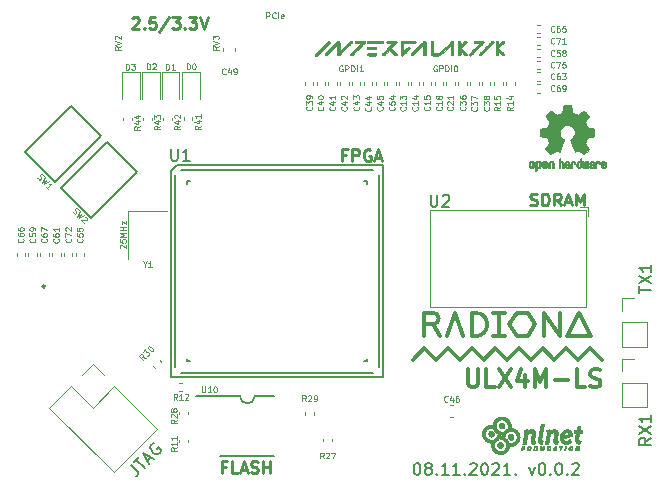
<source format=gto>
G04 #@! TF.GenerationSoftware,KiCad,Pcbnew,5.1.9+dfsg1-1~bpo10+1*
G04 #@! TF.CreationDate,2021-11-14T15:52:16+01:00*
G04 #@! TF.ProjectId,ulx4m,756c7834-6d2e-46b6-9963-61645f706362,v0.0.2*
G04 #@! TF.SameCoordinates,Original*
G04 #@! TF.FileFunction,Legend,Top*
G04 #@! TF.FilePolarity,Positive*
%FSLAX46Y46*%
G04 Gerber Fmt 4.6, Leading zero omitted, Abs format (unit mm)*
G04 Created by KiCad (PCBNEW 5.1.9+dfsg1-1~bpo10+1) date 2021-11-14 15:52:16*
%MOMM*%
%LPD*%
G01*
G04 APERTURE LIST*
%ADD10C,0.100000*%
%ADD11C,0.250000*%
%ADD12C,0.200000*%
%ADD13C,0.300000*%
%ADD14C,0.010000*%
%ADD15C,0.120000*%
%ADD16C,0.150000*%
%ADD17C,0.254000*%
%ADD18C,0.400000*%
%ADD19C,3.300000*%
%ADD20C,0.500000*%
%ADD21O,0.127000X0.508000*%
%ADD22O,0.508000X0.127000*%
%ADD23R,2.100000X0.600000*%
%ADD24O,2.100000X0.600000*%
%ADD25R,1.295000X1.400000*%
%ADD26R,1.200000X1.400000*%
%ADD27O,1.350000X1.350000*%
%ADD28R,1.350000X1.350000*%
%ADD29R,0.850000X0.200000*%
%ADD30R,0.200000X0.850000*%
%ADD31R,3.400000X3.400000*%
G04 APERTURE END LIST*
D10*
X130733809Y-76850000D02*
X130686190Y-76826190D01*
X130614761Y-76826190D01*
X130543333Y-76850000D01*
X130495714Y-76897619D01*
X130471904Y-76945238D01*
X130448095Y-77040476D01*
X130448095Y-77111904D01*
X130471904Y-77207142D01*
X130495714Y-77254761D01*
X130543333Y-77302380D01*
X130614761Y-77326190D01*
X130662380Y-77326190D01*
X130733809Y-77302380D01*
X130757619Y-77278571D01*
X130757619Y-77111904D01*
X130662380Y-77111904D01*
X130971904Y-77326190D02*
X130971904Y-76826190D01*
X131162380Y-76826190D01*
X131210000Y-76850000D01*
X131233809Y-76873809D01*
X131257619Y-76921428D01*
X131257619Y-76992857D01*
X131233809Y-77040476D01*
X131210000Y-77064285D01*
X131162380Y-77088095D01*
X130971904Y-77088095D01*
X131471904Y-77326190D02*
X131471904Y-76826190D01*
X131590952Y-76826190D01*
X131662380Y-76850000D01*
X131710000Y-76897619D01*
X131733809Y-76945238D01*
X131757619Y-77040476D01*
X131757619Y-77111904D01*
X131733809Y-77207142D01*
X131710000Y-77254761D01*
X131662380Y-77302380D01*
X131590952Y-77326190D01*
X131471904Y-77326190D01*
X131971904Y-77326190D02*
X131971904Y-76826190D01*
X132305238Y-76826190D02*
X132352857Y-76826190D01*
X132400476Y-76850000D01*
X132424285Y-76873809D01*
X132448095Y-76921428D01*
X132471904Y-77016666D01*
X132471904Y-77135714D01*
X132448095Y-77230952D01*
X132424285Y-77278571D01*
X132400476Y-77302380D01*
X132352857Y-77326190D01*
X132305238Y-77326190D01*
X132257619Y-77302380D01*
X132233809Y-77278571D01*
X132210000Y-77230952D01*
X132186190Y-77135714D01*
X132186190Y-77016666D01*
X132210000Y-76921428D01*
X132233809Y-76873809D01*
X132257619Y-76850000D01*
X132305238Y-76826190D01*
X122753809Y-76860000D02*
X122706190Y-76836190D01*
X122634761Y-76836190D01*
X122563333Y-76860000D01*
X122515714Y-76907619D01*
X122491904Y-76955238D01*
X122468095Y-77050476D01*
X122468095Y-77121904D01*
X122491904Y-77217142D01*
X122515714Y-77264761D01*
X122563333Y-77312380D01*
X122634761Y-77336190D01*
X122682380Y-77336190D01*
X122753809Y-77312380D01*
X122777619Y-77288571D01*
X122777619Y-77121904D01*
X122682380Y-77121904D01*
X122991904Y-77336190D02*
X122991904Y-76836190D01*
X123182380Y-76836190D01*
X123230000Y-76860000D01*
X123253809Y-76883809D01*
X123277619Y-76931428D01*
X123277619Y-77002857D01*
X123253809Y-77050476D01*
X123230000Y-77074285D01*
X123182380Y-77098095D01*
X122991904Y-77098095D01*
X123491904Y-77336190D02*
X123491904Y-76836190D01*
X123610952Y-76836190D01*
X123682380Y-76860000D01*
X123730000Y-76907619D01*
X123753809Y-76955238D01*
X123777619Y-77050476D01*
X123777619Y-77121904D01*
X123753809Y-77217142D01*
X123730000Y-77264761D01*
X123682380Y-77312380D01*
X123610952Y-77336190D01*
X123491904Y-77336190D01*
X123991904Y-77336190D02*
X123991904Y-76836190D01*
X124491904Y-77336190D02*
X124206190Y-77336190D01*
X124349047Y-77336190D02*
X124349047Y-76836190D01*
X124301428Y-76907619D01*
X124253809Y-76955238D01*
X124206190Y-76979047D01*
X116315714Y-72846190D02*
X116315714Y-72346190D01*
X116506190Y-72346190D01*
X116553809Y-72370000D01*
X116577619Y-72393809D01*
X116601428Y-72441428D01*
X116601428Y-72512857D01*
X116577619Y-72560476D01*
X116553809Y-72584285D01*
X116506190Y-72608095D01*
X116315714Y-72608095D01*
X117101428Y-72798571D02*
X117077619Y-72822380D01*
X117006190Y-72846190D01*
X116958571Y-72846190D01*
X116887142Y-72822380D01*
X116839523Y-72774761D01*
X116815714Y-72727142D01*
X116791904Y-72631904D01*
X116791904Y-72560476D01*
X116815714Y-72465238D01*
X116839523Y-72417619D01*
X116887142Y-72370000D01*
X116958571Y-72346190D01*
X117006190Y-72346190D01*
X117077619Y-72370000D01*
X117101428Y-72393809D01*
X117315714Y-72846190D02*
X117315714Y-72346190D01*
X117744285Y-72822380D02*
X117696666Y-72846190D01*
X117601428Y-72846190D01*
X117553809Y-72822380D01*
X117530000Y-72774761D01*
X117530000Y-72584285D01*
X117553809Y-72536666D01*
X117601428Y-72512857D01*
X117696666Y-72512857D01*
X117744285Y-72536666D01*
X117768095Y-72584285D01*
X117768095Y-72631904D01*
X117530000Y-72679523D01*
X103963809Y-92310952D02*
X103940000Y-92287142D01*
X103916190Y-92239523D01*
X103916190Y-92120476D01*
X103940000Y-92072857D01*
X103963809Y-92049047D01*
X104011428Y-92025238D01*
X104059047Y-92025238D01*
X104130476Y-92049047D01*
X104416190Y-92334761D01*
X104416190Y-92025238D01*
X103916190Y-91572857D02*
X103916190Y-91810952D01*
X104154285Y-91834761D01*
X104130476Y-91810952D01*
X104106666Y-91763333D01*
X104106666Y-91644285D01*
X104130476Y-91596666D01*
X104154285Y-91572857D01*
X104201904Y-91549047D01*
X104320952Y-91549047D01*
X104368571Y-91572857D01*
X104392380Y-91596666D01*
X104416190Y-91644285D01*
X104416190Y-91763333D01*
X104392380Y-91810952D01*
X104368571Y-91834761D01*
X104416190Y-91334761D02*
X103916190Y-91334761D01*
X104273333Y-91168095D01*
X103916190Y-91001428D01*
X104416190Y-91001428D01*
X104416190Y-90763333D02*
X103916190Y-90763333D01*
X104154285Y-90763333D02*
X104154285Y-90477619D01*
X104416190Y-90477619D02*
X103916190Y-90477619D01*
X104082857Y-90287142D02*
X104082857Y-90025238D01*
X104416190Y-90287142D01*
X104416190Y-90025238D01*
D11*
X112879523Y-110818571D02*
X112546190Y-110818571D01*
X112546190Y-111342380D02*
X112546190Y-110342380D01*
X113022380Y-110342380D01*
X113879523Y-111342380D02*
X113403333Y-111342380D01*
X113403333Y-110342380D01*
X114165238Y-111056666D02*
X114641428Y-111056666D01*
X114070000Y-111342380D02*
X114403333Y-110342380D01*
X114736666Y-111342380D01*
X115022380Y-111294761D02*
X115165238Y-111342380D01*
X115403333Y-111342380D01*
X115498571Y-111294761D01*
X115546190Y-111247142D01*
X115593809Y-111151904D01*
X115593809Y-111056666D01*
X115546190Y-110961428D01*
X115498571Y-110913809D01*
X115403333Y-110866190D01*
X115212857Y-110818571D01*
X115117619Y-110770952D01*
X115070000Y-110723333D01*
X115022380Y-110628095D01*
X115022380Y-110532857D01*
X115070000Y-110437619D01*
X115117619Y-110390000D01*
X115212857Y-110342380D01*
X115450952Y-110342380D01*
X115593809Y-110390000D01*
X116022380Y-111342380D02*
X116022380Y-110342380D01*
X116022380Y-110818571D02*
X116593809Y-110818571D01*
X116593809Y-111342380D02*
X116593809Y-110342380D01*
D12*
X129028095Y-110492380D02*
X129123333Y-110492380D01*
X129218571Y-110540000D01*
X129266190Y-110587619D01*
X129313809Y-110682857D01*
X129361428Y-110873333D01*
X129361428Y-111111428D01*
X129313809Y-111301904D01*
X129266190Y-111397142D01*
X129218571Y-111444761D01*
X129123333Y-111492380D01*
X129028095Y-111492380D01*
X128932857Y-111444761D01*
X128885238Y-111397142D01*
X128837619Y-111301904D01*
X128790000Y-111111428D01*
X128790000Y-110873333D01*
X128837619Y-110682857D01*
X128885238Y-110587619D01*
X128932857Y-110540000D01*
X129028095Y-110492380D01*
X129932857Y-110920952D02*
X129837619Y-110873333D01*
X129790000Y-110825714D01*
X129742380Y-110730476D01*
X129742380Y-110682857D01*
X129790000Y-110587619D01*
X129837619Y-110540000D01*
X129932857Y-110492380D01*
X130123333Y-110492380D01*
X130218571Y-110540000D01*
X130266190Y-110587619D01*
X130313809Y-110682857D01*
X130313809Y-110730476D01*
X130266190Y-110825714D01*
X130218571Y-110873333D01*
X130123333Y-110920952D01*
X129932857Y-110920952D01*
X129837619Y-110968571D01*
X129790000Y-111016190D01*
X129742380Y-111111428D01*
X129742380Y-111301904D01*
X129790000Y-111397142D01*
X129837619Y-111444761D01*
X129932857Y-111492380D01*
X130123333Y-111492380D01*
X130218571Y-111444761D01*
X130266190Y-111397142D01*
X130313809Y-111301904D01*
X130313809Y-111111428D01*
X130266190Y-111016190D01*
X130218571Y-110968571D01*
X130123333Y-110920952D01*
X130742380Y-111397142D02*
X130790000Y-111444761D01*
X130742380Y-111492380D01*
X130694761Y-111444761D01*
X130742380Y-111397142D01*
X130742380Y-111492380D01*
X131742380Y-111492380D02*
X131170952Y-111492380D01*
X131456666Y-111492380D02*
X131456666Y-110492380D01*
X131361428Y-110635238D01*
X131266190Y-110730476D01*
X131170952Y-110778095D01*
X132694761Y-111492380D02*
X132123333Y-111492380D01*
X132409047Y-111492380D02*
X132409047Y-110492380D01*
X132313809Y-110635238D01*
X132218571Y-110730476D01*
X132123333Y-110778095D01*
X133123333Y-111397142D02*
X133170952Y-111444761D01*
X133123333Y-111492380D01*
X133075714Y-111444761D01*
X133123333Y-111397142D01*
X133123333Y-111492380D01*
X133551904Y-110587619D02*
X133599523Y-110540000D01*
X133694761Y-110492380D01*
X133932857Y-110492380D01*
X134028095Y-110540000D01*
X134075714Y-110587619D01*
X134123333Y-110682857D01*
X134123333Y-110778095D01*
X134075714Y-110920952D01*
X133504285Y-111492380D01*
X134123333Y-111492380D01*
X134742380Y-110492380D02*
X134837619Y-110492380D01*
X134932857Y-110540000D01*
X134980476Y-110587619D01*
X135028095Y-110682857D01*
X135075714Y-110873333D01*
X135075714Y-111111428D01*
X135028095Y-111301904D01*
X134980476Y-111397142D01*
X134932857Y-111444761D01*
X134837619Y-111492380D01*
X134742380Y-111492380D01*
X134647142Y-111444761D01*
X134599523Y-111397142D01*
X134551904Y-111301904D01*
X134504285Y-111111428D01*
X134504285Y-110873333D01*
X134551904Y-110682857D01*
X134599523Y-110587619D01*
X134647142Y-110540000D01*
X134742380Y-110492380D01*
X135456666Y-110587619D02*
X135504285Y-110540000D01*
X135599523Y-110492380D01*
X135837619Y-110492380D01*
X135932857Y-110540000D01*
X135980476Y-110587619D01*
X136028095Y-110682857D01*
X136028095Y-110778095D01*
X135980476Y-110920952D01*
X135409047Y-111492380D01*
X136028095Y-111492380D01*
X136980476Y-111492380D02*
X136409047Y-111492380D01*
X136694761Y-111492380D02*
X136694761Y-110492380D01*
X136599523Y-110635238D01*
X136504285Y-110730476D01*
X136409047Y-110778095D01*
X137409047Y-111397142D02*
X137456666Y-111444761D01*
X137409047Y-111492380D01*
X137361428Y-111444761D01*
X137409047Y-111397142D01*
X137409047Y-111492380D01*
X138551904Y-110825714D02*
X138790000Y-111492380D01*
X139028095Y-110825714D01*
X139599523Y-110492380D02*
X139694761Y-110492380D01*
X139790000Y-110540000D01*
X139837619Y-110587619D01*
X139885238Y-110682857D01*
X139932857Y-110873333D01*
X139932857Y-111111428D01*
X139885238Y-111301904D01*
X139837619Y-111397142D01*
X139790000Y-111444761D01*
X139694761Y-111492380D01*
X139599523Y-111492380D01*
X139504285Y-111444761D01*
X139456666Y-111397142D01*
X139409047Y-111301904D01*
X139361428Y-111111428D01*
X139361428Y-110873333D01*
X139409047Y-110682857D01*
X139456666Y-110587619D01*
X139504285Y-110540000D01*
X139599523Y-110492380D01*
X140361428Y-111397142D02*
X140409047Y-111444761D01*
X140361428Y-111492380D01*
X140313809Y-111444761D01*
X140361428Y-111397142D01*
X140361428Y-111492380D01*
X141028095Y-110492380D02*
X141123333Y-110492380D01*
X141218571Y-110540000D01*
X141266190Y-110587619D01*
X141313809Y-110682857D01*
X141361428Y-110873333D01*
X141361428Y-111111428D01*
X141313809Y-111301904D01*
X141266190Y-111397142D01*
X141218571Y-111444761D01*
X141123333Y-111492380D01*
X141028095Y-111492380D01*
X140932857Y-111444761D01*
X140885238Y-111397142D01*
X140837619Y-111301904D01*
X140790000Y-111111428D01*
X140790000Y-110873333D01*
X140837619Y-110682857D01*
X140885238Y-110587619D01*
X140932857Y-110540000D01*
X141028095Y-110492380D01*
X141790000Y-111397142D02*
X141837619Y-111444761D01*
X141790000Y-111492380D01*
X141742380Y-111444761D01*
X141790000Y-111397142D01*
X141790000Y-111492380D01*
X142218571Y-110587619D02*
X142266190Y-110540000D01*
X142361428Y-110492380D01*
X142599523Y-110492380D01*
X142694761Y-110540000D01*
X142742380Y-110587619D01*
X142790000Y-110682857D01*
X142790000Y-110778095D01*
X142742380Y-110920952D01*
X142170952Y-111492380D01*
X142790000Y-111492380D01*
D11*
X104962976Y-72847619D02*
X105010595Y-72800000D01*
X105105833Y-72752380D01*
X105343928Y-72752380D01*
X105439166Y-72800000D01*
X105486785Y-72847619D01*
X105534404Y-72942857D01*
X105534404Y-73038095D01*
X105486785Y-73180952D01*
X104915357Y-73752380D01*
X105534404Y-73752380D01*
X105962976Y-73657142D02*
X106010595Y-73704761D01*
X105962976Y-73752380D01*
X105915357Y-73704761D01*
X105962976Y-73657142D01*
X105962976Y-73752380D01*
X106915357Y-72752380D02*
X106439166Y-72752380D01*
X106391547Y-73228571D01*
X106439166Y-73180952D01*
X106534404Y-73133333D01*
X106772500Y-73133333D01*
X106867738Y-73180952D01*
X106915357Y-73228571D01*
X106962976Y-73323809D01*
X106962976Y-73561904D01*
X106915357Y-73657142D01*
X106867738Y-73704761D01*
X106772500Y-73752380D01*
X106534404Y-73752380D01*
X106439166Y-73704761D01*
X106391547Y-73657142D01*
X108105833Y-72704761D02*
X107248690Y-73990476D01*
X108343928Y-72752380D02*
X108962976Y-72752380D01*
X108629642Y-73133333D01*
X108772500Y-73133333D01*
X108867738Y-73180952D01*
X108915357Y-73228571D01*
X108962976Y-73323809D01*
X108962976Y-73561904D01*
X108915357Y-73657142D01*
X108867738Y-73704761D01*
X108772500Y-73752380D01*
X108486785Y-73752380D01*
X108391547Y-73704761D01*
X108343928Y-73657142D01*
X109391547Y-73657142D02*
X109439166Y-73704761D01*
X109391547Y-73752380D01*
X109343928Y-73704761D01*
X109391547Y-73657142D01*
X109391547Y-73752380D01*
X109772500Y-72752380D02*
X110391547Y-72752380D01*
X110058214Y-73133333D01*
X110201071Y-73133333D01*
X110296309Y-73180952D01*
X110343928Y-73228571D01*
X110391547Y-73323809D01*
X110391547Y-73561904D01*
X110343928Y-73657142D01*
X110296309Y-73704761D01*
X110201071Y-73752380D01*
X109915357Y-73752380D01*
X109820119Y-73704761D01*
X109772500Y-73657142D01*
X110677261Y-72752380D02*
X111010595Y-73752380D01*
X111343928Y-72752380D01*
D13*
X133378571Y-102578571D02*
X133378571Y-103792857D01*
X133450000Y-103935714D01*
X133521428Y-104007142D01*
X133664285Y-104078571D01*
X133950000Y-104078571D01*
X134092857Y-104007142D01*
X134164285Y-103935714D01*
X134235714Y-103792857D01*
X134235714Y-102578571D01*
X135664285Y-104078571D02*
X134950000Y-104078571D01*
X134950000Y-102578571D01*
X136021428Y-102578571D02*
X137021428Y-104078571D01*
X137021428Y-102578571D02*
X136021428Y-104078571D01*
X138235714Y-103078571D02*
X138235714Y-104078571D01*
X137878571Y-102507142D02*
X137521428Y-103578571D01*
X138450000Y-103578571D01*
X139021428Y-104078571D02*
X139021428Y-102578571D01*
X139521428Y-103650000D01*
X140021428Y-102578571D01*
X140021428Y-104078571D01*
X140735714Y-103507142D02*
X141878571Y-103507142D01*
X143307142Y-104078571D02*
X142592857Y-104078571D01*
X142592857Y-102578571D01*
X143735714Y-104007142D02*
X143950000Y-104078571D01*
X144307142Y-104078571D01*
X144450000Y-104007142D01*
X144521428Y-103935714D01*
X144592857Y-103792857D01*
X144592857Y-103650000D01*
X144521428Y-103507142D01*
X144450000Y-103435714D01*
X144307142Y-103364285D01*
X144021428Y-103292857D01*
X143878571Y-103221428D01*
X143807142Y-103150000D01*
X143735714Y-103007142D01*
X143735714Y-102864285D01*
X143807142Y-102721428D01*
X143878571Y-102650000D01*
X144021428Y-102578571D01*
X144378571Y-102578571D01*
X144592857Y-102650000D01*
D11*
X123074285Y-84408571D02*
X122740952Y-84408571D01*
X122740952Y-84932380D02*
X122740952Y-83932380D01*
X123217142Y-83932380D01*
X123598095Y-84932380D02*
X123598095Y-83932380D01*
X123979047Y-83932380D01*
X124074285Y-83980000D01*
X124121904Y-84027619D01*
X124169523Y-84122857D01*
X124169523Y-84265714D01*
X124121904Y-84360952D01*
X124074285Y-84408571D01*
X123979047Y-84456190D01*
X123598095Y-84456190D01*
X125121904Y-83980000D02*
X125026666Y-83932380D01*
X124883809Y-83932380D01*
X124740952Y-83980000D01*
X124645714Y-84075238D01*
X124598095Y-84170476D01*
X124550476Y-84360952D01*
X124550476Y-84503809D01*
X124598095Y-84694285D01*
X124645714Y-84789523D01*
X124740952Y-84884761D01*
X124883809Y-84932380D01*
X124979047Y-84932380D01*
X125121904Y-84884761D01*
X125169523Y-84837142D01*
X125169523Y-84503809D01*
X124979047Y-84503809D01*
X125550476Y-84646666D02*
X126026666Y-84646666D01*
X125455238Y-84932380D02*
X125788571Y-83932380D01*
X126121904Y-84932380D01*
X138674285Y-88644761D02*
X138817142Y-88692380D01*
X139055238Y-88692380D01*
X139150476Y-88644761D01*
X139198095Y-88597142D01*
X139245714Y-88501904D01*
X139245714Y-88406666D01*
X139198095Y-88311428D01*
X139150476Y-88263809D01*
X139055238Y-88216190D01*
X138864761Y-88168571D01*
X138769523Y-88120952D01*
X138721904Y-88073333D01*
X138674285Y-87978095D01*
X138674285Y-87882857D01*
X138721904Y-87787619D01*
X138769523Y-87740000D01*
X138864761Y-87692380D01*
X139102857Y-87692380D01*
X139245714Y-87740000D01*
X139674285Y-88692380D02*
X139674285Y-87692380D01*
X139912380Y-87692380D01*
X140055238Y-87740000D01*
X140150476Y-87835238D01*
X140198095Y-87930476D01*
X140245714Y-88120952D01*
X140245714Y-88263809D01*
X140198095Y-88454285D01*
X140150476Y-88549523D01*
X140055238Y-88644761D01*
X139912380Y-88692380D01*
X139674285Y-88692380D01*
X141245714Y-88692380D02*
X140912380Y-88216190D01*
X140674285Y-88692380D02*
X140674285Y-87692380D01*
X141055238Y-87692380D01*
X141150476Y-87740000D01*
X141198095Y-87787619D01*
X141245714Y-87882857D01*
X141245714Y-88025714D01*
X141198095Y-88120952D01*
X141150476Y-88168571D01*
X141055238Y-88216190D01*
X140674285Y-88216190D01*
X141626666Y-88406666D02*
X142102857Y-88406666D01*
X141531428Y-88692380D02*
X141864761Y-87692380D01*
X142198095Y-88692380D01*
X142531428Y-88692380D02*
X142531428Y-87692380D01*
X142864761Y-88406666D01*
X143198095Y-87692380D01*
X143198095Y-88692380D01*
D14*
G36*
X125632270Y-74742057D02*
G01*
X125748777Y-74742309D01*
X125845906Y-74742965D01*
X125925515Y-74744214D01*
X125989461Y-74746247D01*
X126039600Y-74749255D01*
X126077790Y-74753426D01*
X126105887Y-74758952D01*
X126125748Y-74766022D01*
X126139230Y-74774827D01*
X126148190Y-74785556D01*
X126154484Y-74798400D01*
X126158746Y-74810031D01*
X126165094Y-74854164D01*
X126159057Y-74880896D01*
X126153663Y-74895718D01*
X126147423Y-74908246D01*
X126138479Y-74918673D01*
X126124975Y-74927191D01*
X126105055Y-74933991D01*
X126076861Y-74939268D01*
X126038537Y-74943211D01*
X125988226Y-74946014D01*
X125924072Y-74947869D01*
X125844219Y-74948967D01*
X125746809Y-74949502D01*
X125629986Y-74949664D01*
X125494732Y-74949648D01*
X125354749Y-74949473D01*
X125236293Y-74949010D01*
X125137805Y-74948221D01*
X125057724Y-74947070D01*
X124994488Y-74945519D01*
X124946536Y-74943530D01*
X124912307Y-74941066D01*
X124890240Y-74938089D01*
X124879364Y-74934878D01*
X124844804Y-74906405D01*
X124827565Y-74868785D01*
X124827638Y-74828134D01*
X124845015Y-74790564D01*
X124879619Y-74762223D01*
X124890325Y-74757623D01*
X124903902Y-74753774D01*
X124922363Y-74750610D01*
X124947718Y-74748064D01*
X124981980Y-74746071D01*
X125027159Y-74744565D01*
X125085268Y-74743479D01*
X125158318Y-74742748D01*
X125248320Y-74742304D01*
X125357286Y-74742083D01*
X125487228Y-74742018D01*
X125494530Y-74742018D01*
X125632270Y-74742057D01*
G37*
X125632270Y-74742057D02*
X125748777Y-74742309D01*
X125845906Y-74742965D01*
X125925515Y-74744214D01*
X125989461Y-74746247D01*
X126039600Y-74749255D01*
X126077790Y-74753426D01*
X126105887Y-74758952D01*
X126125748Y-74766022D01*
X126139230Y-74774827D01*
X126148190Y-74785556D01*
X126154484Y-74798400D01*
X126158746Y-74810031D01*
X126165094Y-74854164D01*
X126159057Y-74880896D01*
X126153663Y-74895718D01*
X126147423Y-74908246D01*
X126138479Y-74918673D01*
X126124975Y-74927191D01*
X126105055Y-74933991D01*
X126076861Y-74939268D01*
X126038537Y-74943211D01*
X125988226Y-74946014D01*
X125924072Y-74947869D01*
X125844219Y-74948967D01*
X125746809Y-74949502D01*
X125629986Y-74949664D01*
X125494732Y-74949648D01*
X125354749Y-74949473D01*
X125236293Y-74949010D01*
X125137805Y-74948221D01*
X125057724Y-74947070D01*
X124994488Y-74945519D01*
X124946536Y-74943530D01*
X124912307Y-74941066D01*
X124890240Y-74938089D01*
X124879364Y-74934878D01*
X124844804Y-74906405D01*
X124827565Y-74868785D01*
X124827638Y-74828134D01*
X124845015Y-74790564D01*
X124879619Y-74762223D01*
X124890325Y-74757623D01*
X124903902Y-74753774D01*
X124922363Y-74750610D01*
X124947718Y-74748064D01*
X124981980Y-74746071D01*
X125027159Y-74744565D01*
X125085268Y-74743479D01*
X125158318Y-74742748D01*
X125248320Y-74742304D01*
X125357286Y-74742083D01*
X125487228Y-74742018D01*
X125494530Y-74742018D01*
X125632270Y-74742057D01*
G36*
X125601479Y-75301430D02*
G01*
X125625148Y-75338882D01*
X125629818Y-75371227D01*
X125620397Y-75415276D01*
X125601479Y-75441025D01*
X125573141Y-75469364D01*
X124881416Y-75469364D01*
X124851526Y-75433842D01*
X124832058Y-75404128D01*
X124822010Y-75375943D01*
X124821636Y-75371227D01*
X124828892Y-75344959D01*
X124846814Y-75314552D01*
X124851526Y-75308613D01*
X124881416Y-75273091D01*
X125573141Y-75273091D01*
X125601479Y-75301430D01*
G37*
X125601479Y-75301430D02*
X125625148Y-75338882D01*
X125629818Y-75371227D01*
X125620397Y-75415276D01*
X125601479Y-75441025D01*
X125573141Y-75469364D01*
X124881416Y-75469364D01*
X124851526Y-75433842D01*
X124832058Y-75404128D01*
X124822010Y-75375943D01*
X124821636Y-75371227D01*
X124828892Y-75344959D01*
X124846814Y-75314552D01*
X124851526Y-75308613D01*
X124881416Y-75273091D01*
X125573141Y-75273091D01*
X125601479Y-75301430D01*
G36*
X135866094Y-74760767D02*
G01*
X135889451Y-74780744D01*
X135900530Y-74794963D01*
X135908136Y-74810280D01*
X135912917Y-74831133D01*
X135915525Y-74861966D01*
X135916609Y-74907217D01*
X135916818Y-74967780D01*
X135917433Y-75024627D01*
X135919116Y-75072127D01*
X135921630Y-75106067D01*
X135924736Y-75122230D01*
X135925613Y-75123000D01*
X135935956Y-75115173D01*
X135960102Y-75093239D01*
X135995626Y-75059515D01*
X136040102Y-75016321D01*
X136091104Y-74965974D01*
X136118864Y-74938273D01*
X136179448Y-74877913D01*
X136226341Y-74832164D01*
X136261916Y-74799056D01*
X136288551Y-74776617D01*
X136308620Y-74762875D01*
X136324501Y-74755860D01*
X136338568Y-74753600D01*
X136341503Y-74753546D01*
X136383877Y-74763973D01*
X136416780Y-74791563D01*
X136434661Y-74830778D01*
X136436364Y-74848170D01*
X136434984Y-74860576D01*
X136429696Y-74874551D01*
X136418773Y-74892096D01*
X136400492Y-74915211D01*
X136373126Y-74945897D01*
X136334951Y-74986153D01*
X136284242Y-75037979D01*
X136219273Y-75103377D01*
X136197149Y-75125535D01*
X135957934Y-75364954D01*
X136197149Y-75605910D01*
X136266054Y-75675470D01*
X136320327Y-75730802D01*
X136361702Y-75773965D01*
X136391917Y-75807017D01*
X136412706Y-75832017D01*
X136425807Y-75851024D01*
X136432956Y-75866096D01*
X136435887Y-75879290D01*
X136436364Y-75889549D01*
X136426534Y-75934357D01*
X136400067Y-75968414D01*
X136361497Y-75986924D01*
X136342430Y-75988909D01*
X136328558Y-75987237D01*
X136312955Y-75980920D01*
X136293267Y-75968012D01*
X136267140Y-75946565D01*
X136232221Y-75914629D01*
X136186155Y-75870258D01*
X136126588Y-75811503D01*
X136119215Y-75804182D01*
X136065523Y-75751190D01*
X136017184Y-75704136D01*
X135976617Y-75665323D01*
X135946245Y-75637054D01*
X135928488Y-75621632D01*
X135925037Y-75619455D01*
X135922019Y-75630295D01*
X135919499Y-75659996D01*
X135917703Y-75704332D01*
X135916855Y-75759074D01*
X135916818Y-75773761D01*
X135916488Y-75837471D01*
X135915116Y-75882527D01*
X135912127Y-75913360D01*
X135906948Y-75934402D01*
X135899003Y-75950085D01*
X135892889Y-75958489D01*
X135860365Y-75982942D01*
X135819541Y-75990373D01*
X135777837Y-75980674D01*
X135748884Y-75960570D01*
X135720546Y-75932232D01*
X135720546Y-74812560D01*
X135747913Y-74780744D01*
X135784080Y-74754233D01*
X135825616Y-74747575D01*
X135866094Y-74760767D01*
G37*
X135866094Y-74760767D02*
X135889451Y-74780744D01*
X135900530Y-74794963D01*
X135908136Y-74810280D01*
X135912917Y-74831133D01*
X135915525Y-74861966D01*
X135916609Y-74907217D01*
X135916818Y-74967780D01*
X135917433Y-75024627D01*
X135919116Y-75072127D01*
X135921630Y-75106067D01*
X135924736Y-75122230D01*
X135925613Y-75123000D01*
X135935956Y-75115173D01*
X135960102Y-75093239D01*
X135995626Y-75059515D01*
X136040102Y-75016321D01*
X136091104Y-74965974D01*
X136118864Y-74938273D01*
X136179448Y-74877913D01*
X136226341Y-74832164D01*
X136261916Y-74799056D01*
X136288551Y-74776617D01*
X136308620Y-74762875D01*
X136324501Y-74755860D01*
X136338568Y-74753600D01*
X136341503Y-74753546D01*
X136383877Y-74763973D01*
X136416780Y-74791563D01*
X136434661Y-74830778D01*
X136436364Y-74848170D01*
X136434984Y-74860576D01*
X136429696Y-74874551D01*
X136418773Y-74892096D01*
X136400492Y-74915211D01*
X136373126Y-74945897D01*
X136334951Y-74986153D01*
X136284242Y-75037979D01*
X136219273Y-75103377D01*
X136197149Y-75125535D01*
X135957934Y-75364954D01*
X136197149Y-75605910D01*
X136266054Y-75675470D01*
X136320327Y-75730802D01*
X136361702Y-75773965D01*
X136391917Y-75807017D01*
X136412706Y-75832017D01*
X136425807Y-75851024D01*
X136432956Y-75866096D01*
X136435887Y-75879290D01*
X136436364Y-75889549D01*
X136426534Y-75934357D01*
X136400067Y-75968414D01*
X136361497Y-75986924D01*
X136342430Y-75988909D01*
X136328558Y-75987237D01*
X136312955Y-75980920D01*
X136293267Y-75968012D01*
X136267140Y-75946565D01*
X136232221Y-75914629D01*
X136186155Y-75870258D01*
X136126588Y-75811503D01*
X136119215Y-75804182D01*
X136065523Y-75751190D01*
X136017184Y-75704136D01*
X135976617Y-75665323D01*
X135946245Y-75637054D01*
X135928488Y-75621632D01*
X135925037Y-75619455D01*
X135922019Y-75630295D01*
X135919499Y-75659996D01*
X135917703Y-75704332D01*
X135916855Y-75759074D01*
X135916818Y-75773761D01*
X135916488Y-75837471D01*
X135915116Y-75882527D01*
X135912127Y-75913360D01*
X135906948Y-75934402D01*
X135899003Y-75950085D01*
X135892889Y-75958489D01*
X135860365Y-75982942D01*
X135819541Y-75990373D01*
X135777837Y-75980674D01*
X135748884Y-75960570D01*
X135720546Y-75932232D01*
X135720546Y-74812560D01*
X135747913Y-74780744D01*
X135784080Y-74754233D01*
X135825616Y-74747575D01*
X135866094Y-74760767D01*
G36*
X132683456Y-74755054D02*
G01*
X132709552Y-74767703D01*
X132728456Y-74786976D01*
X132741228Y-74816286D01*
X132748924Y-74859045D01*
X132752602Y-74918666D01*
X132753364Y-74980539D01*
X132753364Y-75127860D01*
X132941768Y-74940703D01*
X133003705Y-74879542D01*
X133051858Y-74833044D01*
X133088520Y-74799297D01*
X133115983Y-74776387D01*
X133136538Y-74762400D01*
X133152478Y-74755424D01*
X133165961Y-74753546D01*
X133197882Y-74755808D01*
X133220437Y-74760717D01*
X133243200Y-74779843D01*
X133260724Y-74812402D01*
X133268761Y-74848757D01*
X133267476Y-74867455D01*
X133256400Y-74886827D01*
X133228547Y-74921288D01*
X133184275Y-74970445D01*
X133123940Y-75033908D01*
X133047897Y-75111283D01*
X133024408Y-75134819D01*
X132788239Y-75370778D01*
X133030574Y-75614071D01*
X133102428Y-75686393D01*
X133159358Y-75744533D01*
X133202809Y-75790595D01*
X133234228Y-75826681D01*
X133255061Y-75854894D01*
X133266754Y-75877337D01*
X133270753Y-75896113D01*
X133268505Y-75913325D01*
X133261455Y-75931076D01*
X133256018Y-75941902D01*
X133235366Y-75970750D01*
X133207139Y-75985136D01*
X133165961Y-75988909D01*
X133152332Y-75986989D01*
X133136357Y-75979951D01*
X133115743Y-75965884D01*
X133088199Y-75942874D01*
X133051432Y-75909007D01*
X133003151Y-75862371D01*
X132941768Y-75801752D01*
X132753364Y-75614595D01*
X132753364Y-75761916D01*
X132752022Y-75840644D01*
X132747098Y-75899210D01*
X132737241Y-75940436D01*
X132721101Y-75967143D01*
X132697329Y-75982154D01*
X132664573Y-75988289D01*
X132644750Y-75988909D01*
X132603314Y-75978360D01*
X132579308Y-75959125D01*
X132551318Y-75929340D01*
X132547793Y-75396284D01*
X132547079Y-75250681D01*
X132547021Y-75127408D01*
X132547631Y-75025714D01*
X132548923Y-74944845D01*
X132550907Y-74884051D01*
X132553596Y-74842580D01*
X132557003Y-74819679D01*
X132557184Y-74819037D01*
X132579561Y-74778371D01*
X132615282Y-74754357D01*
X132659467Y-74749468D01*
X132683456Y-74755054D01*
G37*
X132683456Y-74755054D02*
X132709552Y-74767703D01*
X132728456Y-74786976D01*
X132741228Y-74816286D01*
X132748924Y-74859045D01*
X132752602Y-74918666D01*
X132753364Y-74980539D01*
X132753364Y-75127860D01*
X132941768Y-74940703D01*
X133003705Y-74879542D01*
X133051858Y-74833044D01*
X133088520Y-74799297D01*
X133115983Y-74776387D01*
X133136538Y-74762400D01*
X133152478Y-74755424D01*
X133165961Y-74753546D01*
X133197882Y-74755808D01*
X133220437Y-74760717D01*
X133243200Y-74779843D01*
X133260724Y-74812402D01*
X133268761Y-74848757D01*
X133267476Y-74867455D01*
X133256400Y-74886827D01*
X133228547Y-74921288D01*
X133184275Y-74970445D01*
X133123940Y-75033908D01*
X133047897Y-75111283D01*
X133024408Y-75134819D01*
X132788239Y-75370778D01*
X133030574Y-75614071D01*
X133102428Y-75686393D01*
X133159358Y-75744533D01*
X133202809Y-75790595D01*
X133234228Y-75826681D01*
X133255061Y-75854894D01*
X133266754Y-75877337D01*
X133270753Y-75896113D01*
X133268505Y-75913325D01*
X133261455Y-75931076D01*
X133256018Y-75941902D01*
X133235366Y-75970750D01*
X133207139Y-75985136D01*
X133165961Y-75988909D01*
X133152332Y-75986989D01*
X133136357Y-75979951D01*
X133115743Y-75965884D01*
X133088199Y-75942874D01*
X133051432Y-75909007D01*
X133003151Y-75862371D01*
X132941768Y-75801752D01*
X132753364Y-75614595D01*
X132753364Y-75761916D01*
X132752022Y-75840644D01*
X132747098Y-75899210D01*
X132737241Y-75940436D01*
X132721101Y-75967143D01*
X132697329Y-75982154D01*
X132664573Y-75988289D01*
X132644750Y-75988909D01*
X132603314Y-75978360D01*
X132579308Y-75959125D01*
X132551318Y-75929340D01*
X132547793Y-75396284D01*
X132547079Y-75250681D01*
X132547021Y-75127408D01*
X132547631Y-75025714D01*
X132548923Y-74944845D01*
X132550907Y-74884051D01*
X132553596Y-74842580D01*
X132557003Y-74819679D01*
X132557184Y-74819037D01*
X132579561Y-74778371D01*
X132615282Y-74754357D01*
X132659467Y-74749468D01*
X132683456Y-74755054D01*
G36*
X129739433Y-74760669D02*
G01*
X129771977Y-74781419D01*
X129785253Y-74797991D01*
X129788600Y-74815288D01*
X129791415Y-74853864D01*
X129793704Y-74914020D01*
X129795473Y-74996059D01*
X129796729Y-75100279D01*
X129797478Y-75226983D01*
X129797727Y-75376471D01*
X129797727Y-75932232D01*
X129769388Y-75960570D01*
X129730884Y-75984432D01*
X129686852Y-75989540D01*
X129644719Y-75975967D01*
X129623672Y-75959133D01*
X129595682Y-75929356D01*
X129589909Y-75514556D01*
X129584136Y-75099755D01*
X129139693Y-75544332D01*
X129043118Y-75640885D01*
X128961434Y-75722355D01*
X128893236Y-75790023D01*
X128837120Y-75845166D01*
X128791681Y-75889064D01*
X128755515Y-75922994D01*
X128727217Y-75948236D01*
X128705383Y-75966068D01*
X128688609Y-75977769D01*
X128675490Y-75984618D01*
X128664621Y-75987892D01*
X128654598Y-75988872D01*
X128651372Y-75988909D01*
X128608318Y-75981133D01*
X128579157Y-75960570D01*
X128556177Y-75925200D01*
X128550644Y-75888411D01*
X128551054Y-75879298D01*
X128553134Y-75869764D01*
X128558044Y-75858565D01*
X128566949Y-75844457D01*
X128581008Y-75826196D01*
X128601386Y-75802538D01*
X128629243Y-75772239D01*
X128665741Y-75734056D01*
X128712044Y-75686745D01*
X128769312Y-75629061D01*
X128838708Y-75559761D01*
X128921395Y-75477601D01*
X129018533Y-75381338D01*
X129096167Y-75304484D01*
X129189890Y-75211944D01*
X129279313Y-75124082D01*
X129363006Y-75042274D01*
X129439540Y-74967897D01*
X129507486Y-74902328D01*
X129565415Y-74846943D01*
X129611898Y-74803119D01*
X129645505Y-74772234D01*
X129664807Y-74755663D01*
X129668393Y-74753264D01*
X129701559Y-74750004D01*
X129739433Y-74760669D01*
G37*
X129739433Y-74760669D02*
X129771977Y-74781419D01*
X129785253Y-74797991D01*
X129788600Y-74815288D01*
X129791415Y-74853864D01*
X129793704Y-74914020D01*
X129795473Y-74996059D01*
X129796729Y-75100279D01*
X129797478Y-75226983D01*
X129797727Y-75376471D01*
X129797727Y-75932232D01*
X129769388Y-75960570D01*
X129730884Y-75984432D01*
X129686852Y-75989540D01*
X129644719Y-75975967D01*
X129623672Y-75959133D01*
X129595682Y-75929356D01*
X129589909Y-75514556D01*
X129584136Y-75099755D01*
X129139693Y-75544332D01*
X129043118Y-75640885D01*
X128961434Y-75722355D01*
X128893236Y-75790023D01*
X128837120Y-75845166D01*
X128791681Y-75889064D01*
X128755515Y-75922994D01*
X128727217Y-75948236D01*
X128705383Y-75966068D01*
X128688609Y-75977769D01*
X128675490Y-75984618D01*
X128664621Y-75987892D01*
X128654598Y-75988872D01*
X128651372Y-75988909D01*
X128608318Y-75981133D01*
X128579157Y-75960570D01*
X128556177Y-75925200D01*
X128550644Y-75888411D01*
X128551054Y-75879298D01*
X128553134Y-75869764D01*
X128558044Y-75858565D01*
X128566949Y-75844457D01*
X128581008Y-75826196D01*
X128601386Y-75802538D01*
X128629243Y-75772239D01*
X128665741Y-75734056D01*
X128712044Y-75686745D01*
X128769312Y-75629061D01*
X128838708Y-75559761D01*
X128921395Y-75477601D01*
X129018533Y-75381338D01*
X129096167Y-75304484D01*
X129189890Y-75211944D01*
X129279313Y-75124082D01*
X129363006Y-75042274D01*
X129439540Y-74967897D01*
X129507486Y-74902328D01*
X129565415Y-74846943D01*
X129611898Y-74803119D01*
X129645505Y-74772234D01*
X129664807Y-74755663D01*
X129668393Y-74753264D01*
X129701559Y-74750004D01*
X129739433Y-74760669D01*
G36*
X127322227Y-74780167D02*
G01*
X127344205Y-74818314D01*
X127350091Y-74849339D01*
X127348536Y-74861611D01*
X127342728Y-74875865D01*
X127330952Y-74894079D01*
X127311495Y-74918233D01*
X127282642Y-74950306D01*
X127242679Y-74992277D01*
X127189892Y-75046125D01*
X127122567Y-75113830D01*
X127110876Y-75125535D01*
X126871661Y-75364954D01*
X127110876Y-75605910D01*
X127179962Y-75675678D01*
X127234379Y-75731228D01*
X127275858Y-75774596D01*
X127306131Y-75807820D01*
X127326928Y-75832937D01*
X127339981Y-75851984D01*
X127347019Y-75866999D01*
X127349774Y-75880018D01*
X127350091Y-75887467D01*
X127340969Y-75935917D01*
X127315076Y-75969944D01*
X127274620Y-75987214D01*
X127254104Y-75988909D01*
X127239831Y-75988459D01*
X127226430Y-75985946D01*
X127211806Y-75979626D01*
X127193862Y-75967757D01*
X127170503Y-75948593D01*
X127139633Y-75920393D01*
X127099158Y-75881411D01*
X127046981Y-75829905D01*
X126981007Y-75764131D01*
X126966305Y-75749444D01*
X126726636Y-75509979D01*
X126486967Y-75749444D01*
X126417523Y-75818652D01*
X126362249Y-75873149D01*
X126319110Y-75914675D01*
X126286071Y-75944968D01*
X126261097Y-75965767D01*
X126242151Y-75978811D01*
X126227200Y-75985839D01*
X126214208Y-75988589D01*
X126206673Y-75988909D01*
X126171109Y-75983866D01*
X126141474Y-75971689D01*
X126140848Y-75971259D01*
X126120218Y-75945641D01*
X126107798Y-75909350D01*
X126106314Y-75873168D01*
X126111744Y-75856105D01*
X126121751Y-75844494D01*
X126146581Y-75818152D01*
X126184698Y-75778644D01*
X126234566Y-75727535D01*
X126294649Y-75666392D01*
X126363410Y-75596780D01*
X126439314Y-75520263D01*
X126520824Y-75438408D01*
X126565833Y-75393335D01*
X127009147Y-74949818D01*
X126786500Y-74949818D01*
X126694898Y-74949255D01*
X126623805Y-74946950D01*
X126570654Y-74941982D01*
X126532879Y-74933427D01*
X126507912Y-74920365D01*
X126493187Y-74901872D01*
X126486137Y-74877027D01*
X126484194Y-74844906D01*
X126484182Y-74841205D01*
X126494724Y-74799784D01*
X126513976Y-74775763D01*
X126543769Y-74747773D01*
X127294363Y-74747773D01*
X127322227Y-74780167D01*
G37*
X127322227Y-74780167D02*
X127344205Y-74818314D01*
X127350091Y-74849339D01*
X127348536Y-74861611D01*
X127342728Y-74875865D01*
X127330952Y-74894079D01*
X127311495Y-74918233D01*
X127282642Y-74950306D01*
X127242679Y-74992277D01*
X127189892Y-75046125D01*
X127122567Y-75113830D01*
X127110876Y-75125535D01*
X126871661Y-75364954D01*
X127110876Y-75605910D01*
X127179962Y-75675678D01*
X127234379Y-75731228D01*
X127275858Y-75774596D01*
X127306131Y-75807820D01*
X127326928Y-75832937D01*
X127339981Y-75851984D01*
X127347019Y-75866999D01*
X127349774Y-75880018D01*
X127350091Y-75887467D01*
X127340969Y-75935917D01*
X127315076Y-75969944D01*
X127274620Y-75987214D01*
X127254104Y-75988909D01*
X127239831Y-75988459D01*
X127226430Y-75985946D01*
X127211806Y-75979626D01*
X127193862Y-75967757D01*
X127170503Y-75948593D01*
X127139633Y-75920393D01*
X127099158Y-75881411D01*
X127046981Y-75829905D01*
X126981007Y-75764131D01*
X126966305Y-75749444D01*
X126726636Y-75509979D01*
X126486967Y-75749444D01*
X126417523Y-75818652D01*
X126362249Y-75873149D01*
X126319110Y-75914675D01*
X126286071Y-75944968D01*
X126261097Y-75965767D01*
X126242151Y-75978811D01*
X126227200Y-75985839D01*
X126214208Y-75988589D01*
X126206673Y-75988909D01*
X126171109Y-75983866D01*
X126141474Y-75971689D01*
X126140848Y-75971259D01*
X126120218Y-75945641D01*
X126107798Y-75909350D01*
X126106314Y-75873168D01*
X126111744Y-75856105D01*
X126121751Y-75844494D01*
X126146581Y-75818152D01*
X126184698Y-75778644D01*
X126234566Y-75727535D01*
X126294649Y-75666392D01*
X126363410Y-75596780D01*
X126439314Y-75520263D01*
X126520824Y-75438408D01*
X126565833Y-75393335D01*
X127009147Y-74949818D01*
X126786500Y-74949818D01*
X126694898Y-74949255D01*
X126623805Y-74946950D01*
X126570654Y-74941982D01*
X126532879Y-74933427D01*
X126507912Y-74920365D01*
X126493187Y-74901872D01*
X126486137Y-74877027D01*
X126484194Y-74844906D01*
X126484182Y-74841205D01*
X126494724Y-74799784D01*
X126513976Y-74775763D01*
X126543769Y-74747773D01*
X127294363Y-74747773D01*
X127322227Y-74780167D01*
G36*
X124170867Y-74743429D02*
G01*
X124258024Y-74743991D01*
X124277129Y-74744182D01*
X124615849Y-74747773D01*
X124643697Y-74780167D01*
X124665527Y-74817951D01*
X124671546Y-74849159D01*
X124670315Y-74857638D01*
X124665871Y-74868320D01*
X124657086Y-74882408D01*
X124642831Y-74901106D01*
X124621980Y-74925618D01*
X124593403Y-74957147D01*
X124555973Y-74996898D01*
X124508561Y-75046074D01*
X124450041Y-75105878D01*
X124379283Y-75177516D01*
X124295160Y-75262190D01*
X124196544Y-75361104D01*
X124120413Y-75437333D01*
X124012065Y-75545731D01*
X123918779Y-75638921D01*
X123839316Y-75718052D01*
X123772437Y-75784272D01*
X123716904Y-75838728D01*
X123671477Y-75882569D01*
X123634919Y-75916942D01*
X123605990Y-75942996D01*
X123583452Y-75961878D01*
X123566067Y-75974737D01*
X123552595Y-75982721D01*
X123541798Y-75986977D01*
X123532438Y-75988654D01*
X123525297Y-75988909D01*
X123482291Y-75981202D01*
X123452975Y-75960570D01*
X123428804Y-75921634D01*
X123424636Y-75894524D01*
X123425771Y-75885221D01*
X123430008Y-75874073D01*
X123438598Y-75859723D01*
X123452793Y-75840815D01*
X123473842Y-75815993D01*
X123502996Y-75783900D01*
X123541506Y-75743180D01*
X123590622Y-75692477D01*
X123651596Y-75630435D01*
X123725677Y-75555698D01*
X123814117Y-75466909D01*
X123877599Y-75403317D01*
X124330561Y-74949818D01*
X123873133Y-74949818D01*
X123839385Y-74916070D01*
X123813094Y-74876585D01*
X123807388Y-74835460D01*
X123820617Y-74797299D01*
X123851135Y-74766705D01*
X123897295Y-74748280D01*
X123899596Y-74747833D01*
X123920897Y-74746097D01*
X123961980Y-74744756D01*
X124019540Y-74743843D01*
X124090271Y-74743390D01*
X124170867Y-74743429D01*
G37*
X124170867Y-74743429D02*
X124258024Y-74743991D01*
X124277129Y-74744182D01*
X124615849Y-74747773D01*
X124643697Y-74780167D01*
X124665527Y-74817951D01*
X124671546Y-74849159D01*
X124670315Y-74857638D01*
X124665871Y-74868320D01*
X124657086Y-74882408D01*
X124642831Y-74901106D01*
X124621980Y-74925618D01*
X124593403Y-74957147D01*
X124555973Y-74996898D01*
X124508561Y-75046074D01*
X124450041Y-75105878D01*
X124379283Y-75177516D01*
X124295160Y-75262190D01*
X124196544Y-75361104D01*
X124120413Y-75437333D01*
X124012065Y-75545731D01*
X123918779Y-75638921D01*
X123839316Y-75718052D01*
X123772437Y-75784272D01*
X123716904Y-75838728D01*
X123671477Y-75882569D01*
X123634919Y-75916942D01*
X123605990Y-75942996D01*
X123583452Y-75961878D01*
X123566067Y-75974737D01*
X123552595Y-75982721D01*
X123541798Y-75986977D01*
X123532438Y-75988654D01*
X123525297Y-75988909D01*
X123482291Y-75981202D01*
X123452975Y-75960570D01*
X123428804Y-75921634D01*
X123424636Y-75894524D01*
X123425771Y-75885221D01*
X123430008Y-75874073D01*
X123438598Y-75859723D01*
X123452793Y-75840815D01*
X123473842Y-75815993D01*
X123502996Y-75783900D01*
X123541506Y-75743180D01*
X123590622Y-75692477D01*
X123651596Y-75630435D01*
X123725677Y-75555698D01*
X123814117Y-75466909D01*
X123877599Y-75403317D01*
X124330561Y-74949818D01*
X123873133Y-74949818D01*
X123839385Y-74916070D01*
X123813094Y-74876585D01*
X123807388Y-74835460D01*
X123820617Y-74797299D01*
X123851135Y-74766705D01*
X123897295Y-74748280D01*
X123899596Y-74747833D01*
X123920897Y-74746097D01*
X123961980Y-74744756D01*
X124019540Y-74743843D01*
X124090271Y-74743390D01*
X124170867Y-74743429D01*
G36*
X123497946Y-74759259D02*
G01*
X123530745Y-74787493D01*
X123549078Y-74829491D01*
X123551636Y-74854955D01*
X123551051Y-74863919D01*
X123548526Y-74873641D01*
X123542910Y-74885362D01*
X123533051Y-74900325D01*
X123517795Y-74919771D01*
X123495991Y-74944942D01*
X123466487Y-74977080D01*
X123428130Y-75017427D01*
X123379768Y-75067225D01*
X123320248Y-75127714D01*
X123248419Y-75200138D01*
X123163128Y-75285737D01*
X123063222Y-75385754D01*
X123005857Y-75443130D01*
X122897930Y-75551009D01*
X122805058Y-75643681D01*
X122725999Y-75722297D01*
X122659514Y-75788008D01*
X122604360Y-75841967D01*
X122559298Y-75885326D01*
X122523087Y-75919237D01*
X122494485Y-75944851D01*
X122472253Y-75963321D01*
X122455149Y-75975798D01*
X122441932Y-75983435D01*
X122431361Y-75987383D01*
X122422197Y-75988794D01*
X122417983Y-75988909D01*
X122390385Y-75988559D01*
X122367680Y-75986138D01*
X122349389Y-75979595D01*
X122335037Y-75966878D01*
X122324145Y-75945932D01*
X122316235Y-75914707D01*
X122310832Y-75871148D01*
X122307457Y-75813204D01*
X122305633Y-75738822D01*
X122304882Y-75645949D01*
X122304729Y-75532533D01*
X122304727Y-75501886D01*
X122304727Y-75094535D01*
X121856997Y-75541722D01*
X121760128Y-75638439D01*
X121678177Y-75720100D01*
X121609735Y-75787979D01*
X121553394Y-75843348D01*
X121507747Y-75887482D01*
X121471384Y-75921654D01*
X121442898Y-75947138D01*
X121420881Y-75965207D01*
X121403924Y-75977134D01*
X121390620Y-75984194D01*
X121379560Y-75987660D01*
X121369336Y-75988806D01*
X121362555Y-75988909D01*
X121321405Y-75983055D01*
X121291755Y-75963254D01*
X121290740Y-75962188D01*
X121269663Y-75923842D01*
X121265636Y-75890318D01*
X121266023Y-75880935D01*
X121267958Y-75871279D01*
X121272606Y-75860087D01*
X121281131Y-75846091D01*
X121294697Y-75828028D01*
X121314467Y-75804630D01*
X121341606Y-75774633D01*
X121377278Y-75736770D01*
X121422646Y-75689777D01*
X121478875Y-75632387D01*
X121547128Y-75563335D01*
X121628570Y-75481355D01*
X121724364Y-75385182D01*
X121799614Y-75309710D01*
X121898725Y-75210648D01*
X121991885Y-75118169D01*
X122077823Y-75033501D01*
X122155270Y-74957869D01*
X122222955Y-74892499D01*
X122279607Y-74838620D01*
X122323957Y-74797456D01*
X122354734Y-74770233D01*
X122370668Y-74758180D01*
X122371114Y-74757970D01*
X122415852Y-74749397D01*
X122456903Y-74760765D01*
X122488407Y-74789620D01*
X122499438Y-74811754D01*
X122503660Y-74836035D01*
X122507057Y-74882410D01*
X122509634Y-74951089D01*
X122511397Y-75042281D01*
X122512353Y-75156196D01*
X122512546Y-75248781D01*
X122512546Y-75648207D01*
X122962296Y-75198567D01*
X123059596Y-75101351D01*
X123141996Y-75019231D01*
X123210885Y-74950937D01*
X123267654Y-74895199D01*
X123313692Y-74850747D01*
X123350389Y-74816312D01*
X123379136Y-74790624D01*
X123401322Y-74772414D01*
X123418336Y-74760411D01*
X123431569Y-74753346D01*
X123442410Y-74749950D01*
X123452250Y-74748951D01*
X123454474Y-74748927D01*
X123497946Y-74759259D01*
G37*
X123497946Y-74759259D02*
X123530745Y-74787493D01*
X123549078Y-74829491D01*
X123551636Y-74854955D01*
X123551051Y-74863919D01*
X123548526Y-74873641D01*
X123542910Y-74885362D01*
X123533051Y-74900325D01*
X123517795Y-74919771D01*
X123495991Y-74944942D01*
X123466487Y-74977080D01*
X123428130Y-75017427D01*
X123379768Y-75067225D01*
X123320248Y-75127714D01*
X123248419Y-75200138D01*
X123163128Y-75285737D01*
X123063222Y-75385754D01*
X123005857Y-75443130D01*
X122897930Y-75551009D01*
X122805058Y-75643681D01*
X122725999Y-75722297D01*
X122659514Y-75788008D01*
X122604360Y-75841967D01*
X122559298Y-75885326D01*
X122523087Y-75919237D01*
X122494485Y-75944851D01*
X122472253Y-75963321D01*
X122455149Y-75975798D01*
X122441932Y-75983435D01*
X122431361Y-75987383D01*
X122422197Y-75988794D01*
X122417983Y-75988909D01*
X122390385Y-75988559D01*
X122367680Y-75986138D01*
X122349389Y-75979595D01*
X122335037Y-75966878D01*
X122324145Y-75945932D01*
X122316235Y-75914707D01*
X122310832Y-75871148D01*
X122307457Y-75813204D01*
X122305633Y-75738822D01*
X122304882Y-75645949D01*
X122304729Y-75532533D01*
X122304727Y-75501886D01*
X122304727Y-75094535D01*
X121856997Y-75541722D01*
X121760128Y-75638439D01*
X121678177Y-75720100D01*
X121609735Y-75787979D01*
X121553394Y-75843348D01*
X121507747Y-75887482D01*
X121471384Y-75921654D01*
X121442898Y-75947138D01*
X121420881Y-75965207D01*
X121403924Y-75977134D01*
X121390620Y-75984194D01*
X121379560Y-75987660D01*
X121369336Y-75988806D01*
X121362555Y-75988909D01*
X121321405Y-75983055D01*
X121291755Y-75963254D01*
X121290740Y-75962188D01*
X121269663Y-75923842D01*
X121265636Y-75890318D01*
X121266023Y-75880935D01*
X121267958Y-75871279D01*
X121272606Y-75860087D01*
X121281131Y-75846091D01*
X121294697Y-75828028D01*
X121314467Y-75804630D01*
X121341606Y-75774633D01*
X121377278Y-75736770D01*
X121422646Y-75689777D01*
X121478875Y-75632387D01*
X121547128Y-75563335D01*
X121628570Y-75481355D01*
X121724364Y-75385182D01*
X121799614Y-75309710D01*
X121898725Y-75210648D01*
X121991885Y-75118169D01*
X122077823Y-75033501D01*
X122155270Y-74957869D01*
X122222955Y-74892499D01*
X122279607Y-74838620D01*
X122323957Y-74797456D01*
X122354734Y-74770233D01*
X122370668Y-74758180D01*
X122371114Y-74757970D01*
X122415852Y-74749397D01*
X122456903Y-74760765D01*
X122488407Y-74789620D01*
X122499438Y-74811754D01*
X122503660Y-74836035D01*
X122507057Y-74882410D01*
X122509634Y-74951089D01*
X122511397Y-75042281D01*
X122512353Y-75156196D01*
X122512546Y-75248781D01*
X122512546Y-75648207D01*
X122962296Y-75198567D01*
X123059596Y-75101351D01*
X123141996Y-75019231D01*
X123210885Y-74950937D01*
X123267654Y-74895199D01*
X123313692Y-74850747D01*
X123350389Y-74816312D01*
X123379136Y-74790624D01*
X123401322Y-74772414D01*
X123418336Y-74760411D01*
X123431569Y-74753346D01*
X123442410Y-74749950D01*
X123452250Y-74748951D01*
X123454474Y-74748927D01*
X123497946Y-74759259D01*
G36*
X135494614Y-74761525D02*
G01*
X135527968Y-74789408D01*
X135545663Y-74830415D01*
X135547364Y-74849485D01*
X135546186Y-74857971D01*
X135541899Y-74868537D01*
X135533368Y-74882390D01*
X135519463Y-74900735D01*
X135499050Y-74924778D01*
X135470996Y-74955726D01*
X135434170Y-74994784D01*
X135387439Y-75043158D01*
X135329669Y-75102055D01*
X135259729Y-75172681D01*
X135176487Y-75256241D01*
X135078809Y-75353941D01*
X134996068Y-75436550D01*
X134902173Y-75530012D01*
X134812641Y-75618670D01*
X134728872Y-75701168D01*
X134652268Y-75776148D01*
X134584230Y-75842251D01*
X134526158Y-75898120D01*
X134479454Y-75942396D01*
X134445518Y-75973721D01*
X134425751Y-75990738D01*
X134421561Y-75993474D01*
X134396377Y-75992952D01*
X134364159Y-75982953D01*
X134358185Y-75980150D01*
X134321317Y-75950943D01*
X134302932Y-75911898D01*
X134304224Y-75872190D01*
X134313485Y-75859350D01*
X134337864Y-75831619D01*
X134376060Y-75790344D01*
X134426773Y-75736871D01*
X134488704Y-75672549D01*
X134560553Y-75598724D01*
X134641020Y-75516742D01*
X134728805Y-75427951D01*
X134822609Y-75333698D01*
X134858377Y-75297914D01*
X134966307Y-75190095D01*
X135059169Y-75097464D01*
X135138209Y-75018870D01*
X135204674Y-74953160D01*
X135259811Y-74899182D01*
X135304867Y-74855784D01*
X135341089Y-74821814D01*
X135369723Y-74796121D01*
X135392016Y-74777551D01*
X135409215Y-74764954D01*
X135422567Y-74757176D01*
X135433319Y-74753067D01*
X135442717Y-74751474D01*
X135450030Y-74751236D01*
X135494614Y-74761525D01*
G37*
X135494614Y-74761525D02*
X135527968Y-74789408D01*
X135545663Y-74830415D01*
X135547364Y-74849485D01*
X135546186Y-74857971D01*
X135541899Y-74868537D01*
X135533368Y-74882390D01*
X135519463Y-74900735D01*
X135499050Y-74924778D01*
X135470996Y-74955726D01*
X135434170Y-74994784D01*
X135387439Y-75043158D01*
X135329669Y-75102055D01*
X135259729Y-75172681D01*
X135176487Y-75256241D01*
X135078809Y-75353941D01*
X134996068Y-75436550D01*
X134902173Y-75530012D01*
X134812641Y-75618670D01*
X134728872Y-75701168D01*
X134652268Y-75776148D01*
X134584230Y-75842251D01*
X134526158Y-75898120D01*
X134479454Y-75942396D01*
X134445518Y-75973721D01*
X134425751Y-75990738D01*
X134421561Y-75993474D01*
X134396377Y-75992952D01*
X134364159Y-75982953D01*
X134358185Y-75980150D01*
X134321317Y-75950943D01*
X134302932Y-75911898D01*
X134304224Y-75872190D01*
X134313485Y-75859350D01*
X134337864Y-75831619D01*
X134376060Y-75790344D01*
X134426773Y-75736871D01*
X134488704Y-75672549D01*
X134560553Y-75598724D01*
X134641020Y-75516742D01*
X134728805Y-75427951D01*
X134822609Y-75333698D01*
X134858377Y-75297914D01*
X134966307Y-75190095D01*
X135059169Y-75097464D01*
X135138209Y-75018870D01*
X135204674Y-74953160D01*
X135259811Y-74899182D01*
X135304867Y-74855784D01*
X135341089Y-74821814D01*
X135369723Y-74796121D01*
X135392016Y-74777551D01*
X135409215Y-74764954D01*
X135422567Y-74757176D01*
X135433319Y-74753067D01*
X135442717Y-74751474D01*
X135450030Y-74751236D01*
X135494614Y-74761525D01*
G36*
X134529929Y-74744347D02*
G01*
X134583425Y-74746747D01*
X134623419Y-74750958D01*
X134652310Y-74757341D01*
X134672492Y-74766256D01*
X134686363Y-74778062D01*
X134696320Y-74793121D01*
X134704227Y-74810504D01*
X134712505Y-74847174D01*
X134710908Y-74877435D01*
X134701626Y-74890737D01*
X134677562Y-74918562D01*
X134640382Y-74959226D01*
X134591750Y-75011047D01*
X134533332Y-75072338D01*
X134466792Y-75141417D01*
X134393795Y-75216599D01*
X134316007Y-75296200D01*
X134235093Y-75378535D01*
X134152717Y-75461922D01*
X134070545Y-75544675D01*
X133990241Y-75625110D01*
X133913471Y-75701543D01*
X133841900Y-75772291D01*
X133777192Y-75835668D01*
X133721014Y-75889992D01*
X133675029Y-75933577D01*
X133640903Y-75964740D01*
X133620301Y-75981796D01*
X133616960Y-75983935D01*
X133574479Y-75998837D01*
X133537846Y-75992883D01*
X133502930Y-75966706D01*
X133476251Y-75929875D01*
X133469182Y-75894887D01*
X133470269Y-75885552D01*
X133474367Y-75874477D01*
X133482730Y-75860302D01*
X133496609Y-75841666D01*
X133517260Y-75817209D01*
X133545934Y-75785570D01*
X133583887Y-75745389D01*
X133632371Y-75695306D01*
X133692639Y-75633960D01*
X133765946Y-75559991D01*
X133853544Y-75472038D01*
X133921454Y-75404009D01*
X134373726Y-74951201D01*
X134139795Y-74947623D01*
X133905864Y-74944046D01*
X133878023Y-74911652D01*
X133854588Y-74869411D01*
X133853774Y-74825554D01*
X133875580Y-74783100D01*
X133878032Y-74780167D01*
X133905883Y-74747773D01*
X134264467Y-74744415D01*
X134372847Y-74743542D01*
X134460535Y-74743399D01*
X134529929Y-74744347D01*
G37*
X134529929Y-74744347D02*
X134583425Y-74746747D01*
X134623419Y-74750958D01*
X134652310Y-74757341D01*
X134672492Y-74766256D01*
X134686363Y-74778062D01*
X134696320Y-74793121D01*
X134704227Y-74810504D01*
X134712505Y-74847174D01*
X134710908Y-74877435D01*
X134701626Y-74890737D01*
X134677562Y-74918562D01*
X134640382Y-74959226D01*
X134591750Y-75011047D01*
X134533332Y-75072338D01*
X134466792Y-75141417D01*
X134393795Y-75216599D01*
X134316007Y-75296200D01*
X134235093Y-75378535D01*
X134152717Y-75461922D01*
X134070545Y-75544675D01*
X133990241Y-75625110D01*
X133913471Y-75701543D01*
X133841900Y-75772291D01*
X133777192Y-75835668D01*
X133721014Y-75889992D01*
X133675029Y-75933577D01*
X133640903Y-75964740D01*
X133620301Y-75981796D01*
X133616960Y-75983935D01*
X133574479Y-75998837D01*
X133537846Y-75992883D01*
X133502930Y-75966706D01*
X133476251Y-75929875D01*
X133469182Y-75894887D01*
X133470269Y-75885552D01*
X133474367Y-75874477D01*
X133482730Y-75860302D01*
X133496609Y-75841666D01*
X133517260Y-75817209D01*
X133545934Y-75785570D01*
X133583887Y-75745389D01*
X133632371Y-75695306D01*
X133692639Y-75633960D01*
X133765946Y-75559991D01*
X133853544Y-75472038D01*
X133921454Y-75404009D01*
X134373726Y-74951201D01*
X134139795Y-74947623D01*
X133905864Y-74944046D01*
X133878023Y-74911652D01*
X133854588Y-74869411D01*
X133853774Y-74825554D01*
X133875580Y-74783100D01*
X133878032Y-74780167D01*
X133905883Y-74747773D01*
X134264467Y-74744415D01*
X134372847Y-74743542D01*
X134460535Y-74743399D01*
X134529929Y-74744347D01*
G36*
X132093621Y-74755234D02*
G01*
X132123063Y-74777821D01*
X132125633Y-74780744D01*
X132153000Y-74812560D01*
X132153000Y-75932232D01*
X132124661Y-75960570D01*
X132087578Y-75984017D01*
X132045453Y-75990249D01*
X132005707Y-75979373D01*
X131980656Y-75958489D01*
X131974371Y-75949750D01*
X131969295Y-75939565D01*
X131965298Y-75925538D01*
X131962252Y-75905274D01*
X131960029Y-75876381D01*
X131958498Y-75836462D01*
X131957531Y-75783123D01*
X131957000Y-75713971D01*
X131956775Y-75626610D01*
X131956727Y-75518646D01*
X131956727Y-75513989D01*
X131956496Y-75418796D01*
X131955839Y-75331315D01*
X131954810Y-75254127D01*
X131953461Y-75189814D01*
X131951847Y-75140956D01*
X131950021Y-75110134D01*
X131948123Y-75099909D01*
X131938574Y-75107843D01*
X131914241Y-75130654D01*
X131876636Y-75166863D01*
X131827269Y-75214985D01*
X131767652Y-75273540D01*
X131699295Y-75341045D01*
X131623710Y-75416017D01*
X131542407Y-75496976D01*
X131492751Y-75546567D01*
X131045983Y-75993224D01*
X130690287Y-75996547D01*
X130587916Y-75997112D01*
X130497183Y-75996831D01*
X130420404Y-75995753D01*
X130359896Y-75993925D01*
X130317975Y-75991396D01*
X130297586Y-75988421D01*
X130281444Y-75983444D01*
X130267887Y-75978067D01*
X130256689Y-75970371D01*
X130247625Y-75958438D01*
X130240470Y-75940348D01*
X130234998Y-75914182D01*
X130230984Y-75878022D01*
X130228203Y-75829948D01*
X130226430Y-75768041D01*
X130225439Y-75690383D01*
X130225005Y-75595054D01*
X130224903Y-75480135D01*
X130224909Y-75369302D01*
X130224909Y-74812560D01*
X130251211Y-74781983D01*
X130287041Y-74756278D01*
X130329576Y-74749387D01*
X130371745Y-74761591D01*
X130392033Y-74776369D01*
X130421182Y-74803752D01*
X130421182Y-75792211D01*
X130958046Y-75798409D01*
X131485720Y-75273668D01*
X131591843Y-75168183D01*
X131682897Y-75077843D01*
X131760153Y-75001477D01*
X131824883Y-74937915D01*
X131878358Y-74885987D01*
X131921849Y-74844523D01*
X131956628Y-74812352D01*
X131983966Y-74788304D01*
X132005135Y-74771209D01*
X132021406Y-74759897D01*
X132034051Y-74753198D01*
X132044340Y-74749941D01*
X132053546Y-74748956D01*
X132055830Y-74748927D01*
X132093621Y-74755234D01*
G37*
X132093621Y-74755234D02*
X132123063Y-74777821D01*
X132125633Y-74780744D01*
X132153000Y-74812560D01*
X132153000Y-75932232D01*
X132124661Y-75960570D01*
X132087578Y-75984017D01*
X132045453Y-75990249D01*
X132005707Y-75979373D01*
X131980656Y-75958489D01*
X131974371Y-75949750D01*
X131969295Y-75939565D01*
X131965298Y-75925538D01*
X131962252Y-75905274D01*
X131960029Y-75876381D01*
X131958498Y-75836462D01*
X131957531Y-75783123D01*
X131957000Y-75713971D01*
X131956775Y-75626610D01*
X131956727Y-75518646D01*
X131956727Y-75513989D01*
X131956496Y-75418796D01*
X131955839Y-75331315D01*
X131954810Y-75254127D01*
X131953461Y-75189814D01*
X131951847Y-75140956D01*
X131950021Y-75110134D01*
X131948123Y-75099909D01*
X131938574Y-75107843D01*
X131914241Y-75130654D01*
X131876636Y-75166863D01*
X131827269Y-75214985D01*
X131767652Y-75273540D01*
X131699295Y-75341045D01*
X131623710Y-75416017D01*
X131542407Y-75496976D01*
X131492751Y-75546567D01*
X131045983Y-75993224D01*
X130690287Y-75996547D01*
X130587916Y-75997112D01*
X130497183Y-75996831D01*
X130420404Y-75995753D01*
X130359896Y-75993925D01*
X130317975Y-75991396D01*
X130297586Y-75988421D01*
X130281444Y-75983444D01*
X130267887Y-75978067D01*
X130256689Y-75970371D01*
X130247625Y-75958438D01*
X130240470Y-75940348D01*
X130234998Y-75914182D01*
X130230984Y-75878022D01*
X130228203Y-75829948D01*
X130226430Y-75768041D01*
X130225439Y-75690383D01*
X130225005Y-75595054D01*
X130224903Y-75480135D01*
X130224909Y-75369302D01*
X130224909Y-74812560D01*
X130251211Y-74781983D01*
X130287041Y-74756278D01*
X130329576Y-74749387D01*
X130371745Y-74761591D01*
X130392033Y-74776369D01*
X130421182Y-74803752D01*
X130421182Y-75792211D01*
X130958046Y-75798409D01*
X131485720Y-75273668D01*
X131591843Y-75168183D01*
X131682897Y-75077843D01*
X131760153Y-75001477D01*
X131824883Y-74937915D01*
X131878358Y-74885987D01*
X131921849Y-74844523D01*
X131956628Y-74812352D01*
X131983966Y-74788304D01*
X132005135Y-74771209D01*
X132021406Y-74759897D01*
X132034051Y-74753198D01*
X132044340Y-74749941D01*
X132053546Y-74748956D01*
X132055830Y-74748927D01*
X132093621Y-74755234D01*
G36*
X128281543Y-74743812D02*
G01*
X128369986Y-74744291D01*
X128899199Y-74747773D01*
X128927054Y-74780167D01*
X128951057Y-74822254D01*
X128952159Y-74864779D01*
X128930439Y-74905922D01*
X128921161Y-74916070D01*
X128887413Y-74949818D01*
X127915818Y-74949818D01*
X127915818Y-75647431D01*
X128109974Y-75454488D01*
X128175570Y-75389710D01*
X128227447Y-75339941D01*
X128267994Y-75303648D01*
X128299598Y-75279296D01*
X128324648Y-75265350D01*
X128345534Y-75260278D01*
X128364643Y-75262543D01*
X128384365Y-75270612D01*
X128390918Y-75274020D01*
X128413085Y-75295338D01*
X128431137Y-75328267D01*
X128440722Y-75362832D01*
X128439350Y-75385014D01*
X128429786Y-75397775D01*
X128406132Y-75424493D01*
X128370664Y-75462838D01*
X128325662Y-75510480D01*
X128273402Y-75565088D01*
X128216162Y-75624333D01*
X128156221Y-75685884D01*
X128095855Y-75747411D01*
X128037342Y-75806584D01*
X127982960Y-75861073D01*
X127934987Y-75908548D01*
X127895700Y-75946678D01*
X127867378Y-75973134D01*
X127852318Y-75985571D01*
X127818342Y-75998291D01*
X127781314Y-75993237D01*
X127769849Y-75989006D01*
X127756106Y-75983296D01*
X127744567Y-75976911D01*
X127735037Y-75967918D01*
X127727326Y-75954387D01*
X127721241Y-75934387D01*
X127716589Y-75905985D01*
X127713177Y-75867251D01*
X127710815Y-75816254D01*
X127709308Y-75751061D01*
X127708466Y-75669742D01*
X127708094Y-75570364D01*
X127708002Y-75450998D01*
X127708000Y-75368134D01*
X127708000Y-74810223D01*
X127735574Y-74782650D01*
X127767273Y-74760652D01*
X127801960Y-74747943D01*
X127821294Y-74746549D01*
X127861207Y-74745397D01*
X127919187Y-74744501D01*
X127992722Y-74743879D01*
X128079300Y-74743546D01*
X128176411Y-74743518D01*
X128281543Y-74743812D01*
G37*
X128281543Y-74743812D02*
X128369986Y-74744291D01*
X128899199Y-74747773D01*
X128927054Y-74780167D01*
X128951057Y-74822254D01*
X128952159Y-74864779D01*
X128930439Y-74905922D01*
X128921161Y-74916070D01*
X128887413Y-74949818D01*
X127915818Y-74949818D01*
X127915818Y-75647431D01*
X128109974Y-75454488D01*
X128175570Y-75389710D01*
X128227447Y-75339941D01*
X128267994Y-75303648D01*
X128299598Y-75279296D01*
X128324648Y-75265350D01*
X128345534Y-75260278D01*
X128364643Y-75262543D01*
X128384365Y-75270612D01*
X128390918Y-75274020D01*
X128413085Y-75295338D01*
X128431137Y-75328267D01*
X128440722Y-75362832D01*
X128439350Y-75385014D01*
X128429786Y-75397775D01*
X128406132Y-75424493D01*
X128370664Y-75462838D01*
X128325662Y-75510480D01*
X128273402Y-75565088D01*
X128216162Y-75624333D01*
X128156221Y-75685884D01*
X128095855Y-75747411D01*
X128037342Y-75806584D01*
X127982960Y-75861073D01*
X127934987Y-75908548D01*
X127895700Y-75946678D01*
X127867378Y-75973134D01*
X127852318Y-75985571D01*
X127818342Y-75998291D01*
X127781314Y-75993237D01*
X127769849Y-75989006D01*
X127756106Y-75983296D01*
X127744567Y-75976911D01*
X127735037Y-75967918D01*
X127727326Y-75954387D01*
X127721241Y-75934387D01*
X127716589Y-75905985D01*
X127713177Y-75867251D01*
X127710815Y-75816254D01*
X127709308Y-75751061D01*
X127708466Y-75669742D01*
X127708094Y-75570364D01*
X127708002Y-75450998D01*
X127708000Y-75368134D01*
X127708000Y-74810223D01*
X127735574Y-74782650D01*
X127767273Y-74760652D01*
X127801960Y-74747943D01*
X127821294Y-74746549D01*
X127861207Y-74745397D01*
X127919187Y-74744501D01*
X127992722Y-74743879D01*
X128079300Y-74743546D01*
X128176411Y-74743518D01*
X128281543Y-74743812D01*
G36*
X125321167Y-75792799D02*
G01*
X125402040Y-75793487D01*
X125465067Y-75795000D01*
X125512871Y-75797638D01*
X125548073Y-75801700D01*
X125573295Y-75807487D01*
X125591160Y-75815298D01*
X125604289Y-75825432D01*
X125615019Y-75837818D01*
X125627125Y-75869012D01*
X125627906Y-75908649D01*
X125617343Y-75944464D01*
X125606631Y-75960423D01*
X125591774Y-75973064D01*
X125570213Y-75982749D01*
X125539388Y-75989841D01*
X125496741Y-75994701D01*
X125439710Y-75997693D01*
X125365737Y-75999177D01*
X125272262Y-75999517D01*
X125228985Y-75999413D01*
X125146292Y-75998718D01*
X125069470Y-75997305D01*
X125002094Y-75995302D01*
X124947738Y-75992834D01*
X124909978Y-75990029D01*
X124893941Y-75987575D01*
X124858445Y-75966428D01*
X124832502Y-75930463D01*
X124821683Y-75887609D01*
X124821636Y-75884685D01*
X124829473Y-75861162D01*
X124848940Y-75833281D01*
X124855385Y-75826385D01*
X124889133Y-75792637D01*
X125219825Y-75792637D01*
X125321167Y-75792799D01*
G37*
X125321167Y-75792799D02*
X125402040Y-75793487D01*
X125465067Y-75795000D01*
X125512871Y-75797638D01*
X125548073Y-75801700D01*
X125573295Y-75807487D01*
X125591160Y-75815298D01*
X125604289Y-75825432D01*
X125615019Y-75837818D01*
X125627125Y-75869012D01*
X125627906Y-75908649D01*
X125617343Y-75944464D01*
X125606631Y-75960423D01*
X125591774Y-75973064D01*
X125570213Y-75982749D01*
X125539388Y-75989841D01*
X125496741Y-75994701D01*
X125439710Y-75997693D01*
X125365737Y-75999177D01*
X125272262Y-75999517D01*
X125228985Y-75999413D01*
X125146292Y-75998718D01*
X125069470Y-75997305D01*
X125002094Y-75995302D01*
X124947738Y-75992834D01*
X124909978Y-75990029D01*
X124893941Y-75987575D01*
X124858445Y-75966428D01*
X124832502Y-75930463D01*
X124821683Y-75887609D01*
X124821636Y-75884685D01*
X124829473Y-75861162D01*
X124848940Y-75833281D01*
X124855385Y-75826385D01*
X124889133Y-75792637D01*
X125219825Y-75792637D01*
X125321167Y-75792799D01*
G36*
X121612624Y-74798574D02*
G01*
X121647504Y-74826565D01*
X121667128Y-74867379D01*
X121669727Y-74890644D01*
X121669074Y-74899481D01*
X121666350Y-74909241D01*
X121660410Y-74921156D01*
X121650110Y-74936456D01*
X121634302Y-74956375D01*
X121611843Y-74982144D01*
X121581587Y-75014994D01*
X121542388Y-75056157D01*
X121493101Y-75106865D01*
X121432580Y-75168350D01*
X121359681Y-75241844D01*
X121273258Y-75328577D01*
X121172166Y-75429783D01*
X121118297Y-75483661D01*
X121009340Y-75592549D01*
X120915438Y-75686190D01*
X120835375Y-75765720D01*
X120767936Y-75832277D01*
X120711905Y-75886998D01*
X120666066Y-75931020D01*
X120629203Y-75965479D01*
X120600100Y-75991513D01*
X120577541Y-76010258D01*
X120560311Y-76022851D01*
X120547194Y-76030430D01*
X120536973Y-76034131D01*
X120528591Y-76035091D01*
X120489562Y-76026235D01*
X120456566Y-76001343D01*
X120429963Y-75964695D01*
X120422818Y-75929318D01*
X120423821Y-75920758D01*
X120427586Y-75910492D01*
X120435251Y-75897307D01*
X120447953Y-75879985D01*
X120466829Y-75857311D01*
X120493015Y-75828069D01*
X120527649Y-75791043D01*
X120571867Y-75745018D01*
X120626807Y-75688777D01*
X120693605Y-75621104D01*
X120773399Y-75540785D01*
X120867325Y-75446602D01*
X120974248Y-75339612D01*
X121082811Y-75231099D01*
X121176312Y-75137803D01*
X121255984Y-75058579D01*
X121323059Y-74992281D01*
X121378767Y-74937764D01*
X121424342Y-74893884D01*
X121461014Y-74859493D01*
X121490016Y-74833448D01*
X121512579Y-74814602D01*
X121529934Y-74801811D01*
X121543314Y-74793928D01*
X121553951Y-74789809D01*
X121563076Y-74788309D01*
X121567265Y-74788182D01*
X121612624Y-74798574D01*
G37*
X121612624Y-74798574D02*
X121647504Y-74826565D01*
X121667128Y-74867379D01*
X121669727Y-74890644D01*
X121669074Y-74899481D01*
X121666350Y-74909241D01*
X121660410Y-74921156D01*
X121650110Y-74936456D01*
X121634302Y-74956375D01*
X121611843Y-74982144D01*
X121581587Y-75014994D01*
X121542388Y-75056157D01*
X121493101Y-75106865D01*
X121432580Y-75168350D01*
X121359681Y-75241844D01*
X121273258Y-75328577D01*
X121172166Y-75429783D01*
X121118297Y-75483661D01*
X121009340Y-75592549D01*
X120915438Y-75686190D01*
X120835375Y-75765720D01*
X120767936Y-75832277D01*
X120711905Y-75886998D01*
X120666066Y-75931020D01*
X120629203Y-75965479D01*
X120600100Y-75991513D01*
X120577541Y-76010258D01*
X120560311Y-76022851D01*
X120547194Y-76030430D01*
X120536973Y-76034131D01*
X120528591Y-76035091D01*
X120489562Y-76026235D01*
X120456566Y-76001343D01*
X120429963Y-75964695D01*
X120422818Y-75929318D01*
X120423821Y-75920758D01*
X120427586Y-75910492D01*
X120435251Y-75897307D01*
X120447953Y-75879985D01*
X120466829Y-75857311D01*
X120493015Y-75828069D01*
X120527649Y-75791043D01*
X120571867Y-75745018D01*
X120626807Y-75688777D01*
X120693605Y-75621104D01*
X120773399Y-75540785D01*
X120867325Y-75446602D01*
X120974248Y-75339612D01*
X121082811Y-75231099D01*
X121176312Y-75137803D01*
X121255984Y-75058579D01*
X121323059Y-74992281D01*
X121378767Y-74937764D01*
X121424342Y-74893884D01*
X121461014Y-74859493D01*
X121490016Y-74833448D01*
X121512579Y-74814602D01*
X121529934Y-74801811D01*
X121543314Y-74793928D01*
X121553951Y-74789809D01*
X121563076Y-74788309D01*
X121567265Y-74788182D01*
X121612624Y-74798574D01*
G36*
X139389744Y-84899918D02*
G01*
X139445201Y-84927568D01*
X139494148Y-84978480D01*
X139507629Y-84997338D01*
X139522314Y-85022015D01*
X139531842Y-85048816D01*
X139537293Y-85084587D01*
X139539747Y-85136169D01*
X139540286Y-85204267D01*
X139537852Y-85297588D01*
X139529394Y-85367657D01*
X139513174Y-85419931D01*
X139487454Y-85459869D01*
X139450497Y-85492929D01*
X139447782Y-85494886D01*
X139411360Y-85514908D01*
X139367502Y-85524815D01*
X139311724Y-85527257D01*
X139221048Y-85527257D01*
X139221010Y-85615283D01*
X139220166Y-85664308D01*
X139215024Y-85693065D01*
X139201587Y-85710311D01*
X139175858Y-85724808D01*
X139169679Y-85727769D01*
X139140764Y-85741648D01*
X139118376Y-85750414D01*
X139101729Y-85751171D01*
X139090036Y-85741023D01*
X139082510Y-85717073D01*
X139078366Y-85676426D01*
X139076815Y-85616186D01*
X139077071Y-85533455D01*
X139078349Y-85425339D01*
X139078748Y-85393000D01*
X139080185Y-85281524D01*
X139081472Y-85208603D01*
X139220971Y-85208603D01*
X139221755Y-85270499D01*
X139225240Y-85310997D01*
X139233124Y-85337708D01*
X139247105Y-85358244D01*
X139256597Y-85368260D01*
X139295404Y-85397567D01*
X139329763Y-85399952D01*
X139365216Y-85375750D01*
X139366114Y-85374857D01*
X139380539Y-85356153D01*
X139389313Y-85330732D01*
X139393739Y-85291584D01*
X139395118Y-85231697D01*
X139395143Y-85218430D01*
X139391812Y-85135901D01*
X139380969Y-85078691D01*
X139361340Y-85043766D01*
X139331650Y-85028094D01*
X139314491Y-85026514D01*
X139273766Y-85033926D01*
X139245832Y-85058330D01*
X139229017Y-85102980D01*
X139221650Y-85171130D01*
X139220971Y-85208603D01*
X139081472Y-85208603D01*
X139081708Y-85195245D01*
X139083677Y-85130333D01*
X139086450Y-85082958D01*
X139090388Y-85049290D01*
X139095849Y-85025498D01*
X139103192Y-85007753D01*
X139112777Y-84992224D01*
X139116887Y-84986381D01*
X139171405Y-84931185D01*
X139240336Y-84899890D01*
X139320072Y-84891165D01*
X139389744Y-84899918D01*
G37*
X139389744Y-84899918D02*
X139445201Y-84927568D01*
X139494148Y-84978480D01*
X139507629Y-84997338D01*
X139522314Y-85022015D01*
X139531842Y-85048816D01*
X139537293Y-85084587D01*
X139539747Y-85136169D01*
X139540286Y-85204267D01*
X139537852Y-85297588D01*
X139529394Y-85367657D01*
X139513174Y-85419931D01*
X139487454Y-85459869D01*
X139450497Y-85492929D01*
X139447782Y-85494886D01*
X139411360Y-85514908D01*
X139367502Y-85524815D01*
X139311724Y-85527257D01*
X139221048Y-85527257D01*
X139221010Y-85615283D01*
X139220166Y-85664308D01*
X139215024Y-85693065D01*
X139201587Y-85710311D01*
X139175858Y-85724808D01*
X139169679Y-85727769D01*
X139140764Y-85741648D01*
X139118376Y-85750414D01*
X139101729Y-85751171D01*
X139090036Y-85741023D01*
X139082510Y-85717073D01*
X139078366Y-85676426D01*
X139076815Y-85616186D01*
X139077071Y-85533455D01*
X139078349Y-85425339D01*
X139078748Y-85393000D01*
X139080185Y-85281524D01*
X139081472Y-85208603D01*
X139220971Y-85208603D01*
X139221755Y-85270499D01*
X139225240Y-85310997D01*
X139233124Y-85337708D01*
X139247105Y-85358244D01*
X139256597Y-85368260D01*
X139295404Y-85397567D01*
X139329763Y-85399952D01*
X139365216Y-85375750D01*
X139366114Y-85374857D01*
X139380539Y-85356153D01*
X139389313Y-85330732D01*
X139393739Y-85291584D01*
X139395118Y-85231697D01*
X139395143Y-85218430D01*
X139391812Y-85135901D01*
X139380969Y-85078691D01*
X139361340Y-85043766D01*
X139331650Y-85028094D01*
X139314491Y-85026514D01*
X139273766Y-85033926D01*
X139245832Y-85058330D01*
X139229017Y-85102980D01*
X139221650Y-85171130D01*
X139220971Y-85208603D01*
X139081472Y-85208603D01*
X139081708Y-85195245D01*
X139083677Y-85130333D01*
X139086450Y-85082958D01*
X139090388Y-85049290D01*
X139095849Y-85025498D01*
X139103192Y-85007753D01*
X139112777Y-84992224D01*
X139116887Y-84986381D01*
X139171405Y-84931185D01*
X139240336Y-84899890D01*
X139320072Y-84891165D01*
X139389744Y-84899918D01*
G36*
X140506093Y-84907780D02*
G01*
X140552672Y-84934723D01*
X140585057Y-84961466D01*
X140608742Y-84989484D01*
X140625059Y-85023748D01*
X140635339Y-85069227D01*
X140640914Y-85130892D01*
X140643116Y-85213711D01*
X140643371Y-85273246D01*
X140643371Y-85492391D01*
X140581686Y-85520044D01*
X140520000Y-85547697D01*
X140512743Y-85307670D01*
X140509744Y-85218028D01*
X140506598Y-85152962D01*
X140502701Y-85108026D01*
X140497447Y-85078770D01*
X140490231Y-85060748D01*
X140480450Y-85049511D01*
X140477312Y-85047079D01*
X140429761Y-85028083D01*
X140381697Y-85035600D01*
X140353086Y-85055543D01*
X140341447Y-85069675D01*
X140333391Y-85088220D01*
X140328271Y-85116334D01*
X140325441Y-85159173D01*
X140324256Y-85221895D01*
X140324057Y-85287261D01*
X140324018Y-85369268D01*
X140322614Y-85427316D01*
X140317914Y-85466465D01*
X140307987Y-85491780D01*
X140290903Y-85508323D01*
X140264732Y-85521156D01*
X140229775Y-85534491D01*
X140191596Y-85549007D01*
X140196141Y-85291389D01*
X140197971Y-85198519D01*
X140200112Y-85129889D01*
X140203181Y-85080711D01*
X140207794Y-85046198D01*
X140214568Y-85021562D01*
X140224119Y-85002016D01*
X140235634Y-84984770D01*
X140291190Y-84929680D01*
X140358980Y-84897822D01*
X140432713Y-84890191D01*
X140506093Y-84907780D01*
G37*
X140506093Y-84907780D02*
X140552672Y-84934723D01*
X140585057Y-84961466D01*
X140608742Y-84989484D01*
X140625059Y-85023748D01*
X140635339Y-85069227D01*
X140640914Y-85130892D01*
X140643116Y-85213711D01*
X140643371Y-85273246D01*
X140643371Y-85492391D01*
X140581686Y-85520044D01*
X140520000Y-85547697D01*
X140512743Y-85307670D01*
X140509744Y-85218028D01*
X140506598Y-85152962D01*
X140502701Y-85108026D01*
X140497447Y-85078770D01*
X140490231Y-85060748D01*
X140480450Y-85049511D01*
X140477312Y-85047079D01*
X140429761Y-85028083D01*
X140381697Y-85035600D01*
X140353086Y-85055543D01*
X140341447Y-85069675D01*
X140333391Y-85088220D01*
X140328271Y-85116334D01*
X140325441Y-85159173D01*
X140324256Y-85221895D01*
X140324057Y-85287261D01*
X140324018Y-85369268D01*
X140322614Y-85427316D01*
X140317914Y-85466465D01*
X140307987Y-85491780D01*
X140290903Y-85508323D01*
X140264732Y-85521156D01*
X140229775Y-85534491D01*
X140191596Y-85549007D01*
X140196141Y-85291389D01*
X140197971Y-85198519D01*
X140200112Y-85129889D01*
X140203181Y-85080711D01*
X140207794Y-85046198D01*
X140214568Y-85021562D01*
X140224119Y-85002016D01*
X140235634Y-84984770D01*
X140291190Y-84929680D01*
X140358980Y-84897822D01*
X140432713Y-84890191D01*
X140506093Y-84907780D01*
G36*
X138831115Y-84901962D02*
G01*
X138899145Y-84937733D01*
X138949351Y-84995301D01*
X138967185Y-85032312D01*
X138981063Y-85087882D01*
X138988167Y-85158096D01*
X138988840Y-85234727D01*
X138983427Y-85309552D01*
X138972270Y-85374342D01*
X138955714Y-85420873D01*
X138950626Y-85428887D01*
X138890355Y-85488707D01*
X138818769Y-85524535D01*
X138741092Y-85535020D01*
X138662548Y-85518810D01*
X138640689Y-85509092D01*
X138598122Y-85479143D01*
X138560763Y-85439433D01*
X138557232Y-85434397D01*
X138542881Y-85410124D01*
X138533394Y-85384178D01*
X138527790Y-85350022D01*
X138525086Y-85301119D01*
X138524299Y-85230935D01*
X138524286Y-85215200D01*
X138524322Y-85210192D01*
X138669429Y-85210192D01*
X138670273Y-85276430D01*
X138673596Y-85320386D01*
X138680583Y-85348779D01*
X138692416Y-85368325D01*
X138698457Y-85374857D01*
X138733186Y-85399680D01*
X138766903Y-85398548D01*
X138800995Y-85377016D01*
X138821329Y-85354029D01*
X138833371Y-85320478D01*
X138840134Y-85267569D01*
X138840598Y-85261399D01*
X138841752Y-85165513D01*
X138829688Y-85094299D01*
X138804570Y-85048194D01*
X138766560Y-85027635D01*
X138752992Y-85026514D01*
X138717364Y-85032152D01*
X138692994Y-85051686D01*
X138678093Y-85089042D01*
X138670875Y-85148150D01*
X138669429Y-85210192D01*
X138524322Y-85210192D01*
X138524826Y-85140413D01*
X138527096Y-85088159D01*
X138532068Y-85051949D01*
X138540713Y-85025299D01*
X138554005Y-85001722D01*
X138556943Y-84997338D01*
X138606313Y-84938249D01*
X138660109Y-84903947D01*
X138725602Y-84890331D01*
X138747842Y-84889665D01*
X138831115Y-84901962D01*
G37*
X138831115Y-84901962D02*
X138899145Y-84937733D01*
X138949351Y-84995301D01*
X138967185Y-85032312D01*
X138981063Y-85087882D01*
X138988167Y-85158096D01*
X138988840Y-85234727D01*
X138983427Y-85309552D01*
X138972270Y-85374342D01*
X138955714Y-85420873D01*
X138950626Y-85428887D01*
X138890355Y-85488707D01*
X138818769Y-85524535D01*
X138741092Y-85535020D01*
X138662548Y-85518810D01*
X138640689Y-85509092D01*
X138598122Y-85479143D01*
X138560763Y-85439433D01*
X138557232Y-85434397D01*
X138542881Y-85410124D01*
X138533394Y-85384178D01*
X138527790Y-85350022D01*
X138525086Y-85301119D01*
X138524299Y-85230935D01*
X138524286Y-85215200D01*
X138524322Y-85210192D01*
X138669429Y-85210192D01*
X138670273Y-85276430D01*
X138673596Y-85320386D01*
X138680583Y-85348779D01*
X138692416Y-85368325D01*
X138698457Y-85374857D01*
X138733186Y-85399680D01*
X138766903Y-85398548D01*
X138800995Y-85377016D01*
X138821329Y-85354029D01*
X138833371Y-85320478D01*
X138840134Y-85267569D01*
X138840598Y-85261399D01*
X138841752Y-85165513D01*
X138829688Y-85094299D01*
X138804570Y-85048194D01*
X138766560Y-85027635D01*
X138752992Y-85026514D01*
X138717364Y-85032152D01*
X138692994Y-85051686D01*
X138678093Y-85089042D01*
X138670875Y-85148150D01*
X138669429Y-85210192D01*
X138524322Y-85210192D01*
X138524826Y-85140413D01*
X138527096Y-85088159D01*
X138532068Y-85051949D01*
X138540713Y-85025299D01*
X138554005Y-85001722D01*
X138556943Y-84997338D01*
X138606313Y-84938249D01*
X138660109Y-84903947D01*
X138725602Y-84890331D01*
X138747842Y-84889665D01*
X138831115Y-84901962D01*
G36*
X139958303Y-84911239D02*
G01*
X140015527Y-84949735D01*
X140059749Y-85005335D01*
X140086167Y-85076086D01*
X140091510Y-85128162D01*
X140090903Y-85149893D01*
X140085822Y-85166531D01*
X140071855Y-85181437D01*
X140044589Y-85197973D01*
X139999612Y-85219498D01*
X139932511Y-85249374D01*
X139932171Y-85249524D01*
X139870407Y-85277813D01*
X139819759Y-85302933D01*
X139785404Y-85322179D01*
X139772518Y-85332848D01*
X139772514Y-85332934D01*
X139783872Y-85356166D01*
X139810431Y-85381774D01*
X139840923Y-85400221D01*
X139856370Y-85403886D01*
X139898515Y-85391212D01*
X139934808Y-85359471D01*
X139952517Y-85324572D01*
X139969552Y-85298845D01*
X140002922Y-85269546D01*
X140042149Y-85244235D01*
X140076756Y-85230471D01*
X140083993Y-85229714D01*
X140092139Y-85242160D01*
X140092630Y-85273972D01*
X140086643Y-85316866D01*
X140075357Y-85362558D01*
X140059950Y-85402761D01*
X140059171Y-85404322D01*
X140012804Y-85469062D01*
X139952711Y-85513097D01*
X139884465Y-85534711D01*
X139813638Y-85532185D01*
X139745804Y-85503804D01*
X139742788Y-85501808D01*
X139689427Y-85453448D01*
X139654340Y-85390352D01*
X139634922Y-85307387D01*
X139632316Y-85284078D01*
X139627701Y-85174055D01*
X139633233Y-85122748D01*
X139772514Y-85122748D01*
X139774324Y-85154753D01*
X139784222Y-85164093D01*
X139808898Y-85157105D01*
X139847795Y-85140587D01*
X139891275Y-85119881D01*
X139892356Y-85119333D01*
X139929209Y-85099949D01*
X139944000Y-85087013D01*
X139940353Y-85073451D01*
X139924995Y-85055632D01*
X139885923Y-85029845D01*
X139843846Y-85027950D01*
X139806103Y-85046717D01*
X139780034Y-85082915D01*
X139772514Y-85122748D01*
X139633233Y-85122748D01*
X139637194Y-85086027D01*
X139661550Y-85016212D01*
X139695456Y-84967302D01*
X139756653Y-84917878D01*
X139824063Y-84893359D01*
X139892880Y-84891797D01*
X139958303Y-84911239D01*
G37*
X139958303Y-84911239D02*
X140015527Y-84949735D01*
X140059749Y-85005335D01*
X140086167Y-85076086D01*
X140091510Y-85128162D01*
X140090903Y-85149893D01*
X140085822Y-85166531D01*
X140071855Y-85181437D01*
X140044589Y-85197973D01*
X139999612Y-85219498D01*
X139932511Y-85249374D01*
X139932171Y-85249524D01*
X139870407Y-85277813D01*
X139819759Y-85302933D01*
X139785404Y-85322179D01*
X139772518Y-85332848D01*
X139772514Y-85332934D01*
X139783872Y-85356166D01*
X139810431Y-85381774D01*
X139840923Y-85400221D01*
X139856370Y-85403886D01*
X139898515Y-85391212D01*
X139934808Y-85359471D01*
X139952517Y-85324572D01*
X139969552Y-85298845D01*
X140002922Y-85269546D01*
X140042149Y-85244235D01*
X140076756Y-85230471D01*
X140083993Y-85229714D01*
X140092139Y-85242160D01*
X140092630Y-85273972D01*
X140086643Y-85316866D01*
X140075357Y-85362558D01*
X140059950Y-85402761D01*
X140059171Y-85404322D01*
X140012804Y-85469062D01*
X139952711Y-85513097D01*
X139884465Y-85534711D01*
X139813638Y-85532185D01*
X139745804Y-85503804D01*
X139742788Y-85501808D01*
X139689427Y-85453448D01*
X139654340Y-85390352D01*
X139634922Y-85307387D01*
X139632316Y-85284078D01*
X139627701Y-85174055D01*
X139633233Y-85122748D01*
X139772514Y-85122748D01*
X139774324Y-85154753D01*
X139784222Y-85164093D01*
X139808898Y-85157105D01*
X139847795Y-85140587D01*
X139891275Y-85119881D01*
X139892356Y-85119333D01*
X139929209Y-85099949D01*
X139944000Y-85087013D01*
X139940353Y-85073451D01*
X139924995Y-85055632D01*
X139885923Y-85029845D01*
X139843846Y-85027950D01*
X139806103Y-85046717D01*
X139780034Y-85082915D01*
X139772514Y-85122748D01*
X139633233Y-85122748D01*
X139637194Y-85086027D01*
X139661550Y-85016212D01*
X139695456Y-84967302D01*
X139756653Y-84917878D01*
X139824063Y-84893359D01*
X139892880Y-84891797D01*
X139958303Y-84911239D01*
G36*
X141165886Y-84831289D02*
G01*
X141170139Y-84890613D01*
X141175025Y-84925572D01*
X141181795Y-84940820D01*
X141191702Y-84941015D01*
X141194914Y-84939195D01*
X141237644Y-84926015D01*
X141293227Y-84926785D01*
X141349737Y-84940333D01*
X141385082Y-84957861D01*
X141421321Y-84985861D01*
X141447813Y-85017549D01*
X141465999Y-85057813D01*
X141477322Y-85111543D01*
X141483222Y-85183626D01*
X141485143Y-85278951D01*
X141485177Y-85297237D01*
X141485200Y-85502646D01*
X141439491Y-85518580D01*
X141407027Y-85529420D01*
X141389215Y-85534468D01*
X141388691Y-85534514D01*
X141386937Y-85520828D01*
X141385444Y-85483076D01*
X141384326Y-85426224D01*
X141383697Y-85355234D01*
X141383600Y-85312073D01*
X141383398Y-85226973D01*
X141382358Y-85165981D01*
X141379831Y-85124177D01*
X141375164Y-85096642D01*
X141367707Y-85078456D01*
X141356811Y-85064698D01*
X141350007Y-85058073D01*
X141303272Y-85031375D01*
X141252272Y-85029375D01*
X141206001Y-85051955D01*
X141197444Y-85060107D01*
X141184893Y-85075436D01*
X141176188Y-85093618D01*
X141170631Y-85119909D01*
X141167526Y-85159562D01*
X141166176Y-85217832D01*
X141165886Y-85298173D01*
X141165886Y-85502646D01*
X141120177Y-85518580D01*
X141087713Y-85529420D01*
X141069901Y-85534468D01*
X141069377Y-85534514D01*
X141068037Y-85520623D01*
X141066828Y-85481439D01*
X141065801Y-85420700D01*
X141065002Y-85342141D01*
X141064481Y-85249498D01*
X141064286Y-85146509D01*
X141064286Y-84749342D01*
X141111457Y-84729444D01*
X141158629Y-84709547D01*
X141165886Y-84831289D01*
G37*
X141165886Y-84831289D02*
X141170139Y-84890613D01*
X141175025Y-84925572D01*
X141181795Y-84940820D01*
X141191702Y-84941015D01*
X141194914Y-84939195D01*
X141237644Y-84926015D01*
X141293227Y-84926785D01*
X141349737Y-84940333D01*
X141385082Y-84957861D01*
X141421321Y-84985861D01*
X141447813Y-85017549D01*
X141465999Y-85057813D01*
X141477322Y-85111543D01*
X141483222Y-85183626D01*
X141485143Y-85278951D01*
X141485177Y-85297237D01*
X141485200Y-85502646D01*
X141439491Y-85518580D01*
X141407027Y-85529420D01*
X141389215Y-85534468D01*
X141388691Y-85534514D01*
X141386937Y-85520828D01*
X141385444Y-85483076D01*
X141384326Y-85426224D01*
X141383697Y-85355234D01*
X141383600Y-85312073D01*
X141383398Y-85226973D01*
X141382358Y-85165981D01*
X141379831Y-85124177D01*
X141375164Y-85096642D01*
X141367707Y-85078456D01*
X141356811Y-85064698D01*
X141350007Y-85058073D01*
X141303272Y-85031375D01*
X141252272Y-85029375D01*
X141206001Y-85051955D01*
X141197444Y-85060107D01*
X141184893Y-85075436D01*
X141176188Y-85093618D01*
X141170631Y-85119909D01*
X141167526Y-85159562D01*
X141166176Y-85217832D01*
X141165886Y-85298173D01*
X141165886Y-85502646D01*
X141120177Y-85518580D01*
X141087713Y-85529420D01*
X141069901Y-85534468D01*
X141069377Y-85534514D01*
X141068037Y-85520623D01*
X141066828Y-85481439D01*
X141065801Y-85420700D01*
X141065002Y-85342141D01*
X141064481Y-85249498D01*
X141064286Y-85146509D01*
X141064286Y-84749342D01*
X141111457Y-84729444D01*
X141158629Y-84709547D01*
X141165886Y-84831289D01*
G36*
X141829744Y-84930968D02*
G01*
X141886616Y-84952087D01*
X141887267Y-84952493D01*
X141922440Y-84978380D01*
X141948407Y-85008633D01*
X141966670Y-85048058D01*
X141978732Y-85101462D01*
X141986096Y-85173651D01*
X141990264Y-85269432D01*
X141990629Y-85283078D01*
X141995876Y-85488842D01*
X141951716Y-85511678D01*
X141919763Y-85527110D01*
X141900470Y-85534423D01*
X141899578Y-85534514D01*
X141896239Y-85521022D01*
X141893587Y-85484626D01*
X141891956Y-85431452D01*
X141891600Y-85388393D01*
X141891592Y-85318641D01*
X141888403Y-85274837D01*
X141877288Y-85253944D01*
X141853501Y-85252925D01*
X141812296Y-85268741D01*
X141750086Y-85297815D01*
X141704341Y-85321963D01*
X141680813Y-85342913D01*
X141673896Y-85365747D01*
X141673886Y-85366877D01*
X141685299Y-85406212D01*
X141719092Y-85427462D01*
X141770809Y-85430539D01*
X141808061Y-85430006D01*
X141827703Y-85440735D01*
X141839952Y-85466505D01*
X141847002Y-85499337D01*
X141836842Y-85517966D01*
X141833017Y-85520632D01*
X141797001Y-85531340D01*
X141746566Y-85532856D01*
X141694626Y-85525759D01*
X141657822Y-85512788D01*
X141606938Y-85469585D01*
X141578014Y-85409446D01*
X141572286Y-85362462D01*
X141576657Y-85320082D01*
X141592475Y-85285488D01*
X141623797Y-85254763D01*
X141674678Y-85223990D01*
X141749176Y-85189252D01*
X141753714Y-85187288D01*
X141820821Y-85156287D01*
X141862232Y-85130862D01*
X141879981Y-85108014D01*
X141876107Y-85084745D01*
X141852643Y-85058056D01*
X141845627Y-85051914D01*
X141798630Y-85028100D01*
X141749933Y-85029103D01*
X141707522Y-85052451D01*
X141679384Y-85095675D01*
X141676769Y-85104160D01*
X141651308Y-85145308D01*
X141619001Y-85165128D01*
X141572286Y-85184770D01*
X141572286Y-85133950D01*
X141586496Y-85060082D01*
X141628675Y-84992327D01*
X141650624Y-84969661D01*
X141700517Y-84940569D01*
X141763967Y-84927400D01*
X141829744Y-84930968D01*
G37*
X141829744Y-84930968D02*
X141886616Y-84952087D01*
X141887267Y-84952493D01*
X141922440Y-84978380D01*
X141948407Y-85008633D01*
X141966670Y-85048058D01*
X141978732Y-85101462D01*
X141986096Y-85173651D01*
X141990264Y-85269432D01*
X141990629Y-85283078D01*
X141995876Y-85488842D01*
X141951716Y-85511678D01*
X141919763Y-85527110D01*
X141900470Y-85534423D01*
X141899578Y-85534514D01*
X141896239Y-85521022D01*
X141893587Y-85484626D01*
X141891956Y-85431452D01*
X141891600Y-85388393D01*
X141891592Y-85318641D01*
X141888403Y-85274837D01*
X141877288Y-85253944D01*
X141853501Y-85252925D01*
X141812296Y-85268741D01*
X141750086Y-85297815D01*
X141704341Y-85321963D01*
X141680813Y-85342913D01*
X141673896Y-85365747D01*
X141673886Y-85366877D01*
X141685299Y-85406212D01*
X141719092Y-85427462D01*
X141770809Y-85430539D01*
X141808061Y-85430006D01*
X141827703Y-85440735D01*
X141839952Y-85466505D01*
X141847002Y-85499337D01*
X141836842Y-85517966D01*
X141833017Y-85520632D01*
X141797001Y-85531340D01*
X141746566Y-85532856D01*
X141694626Y-85525759D01*
X141657822Y-85512788D01*
X141606938Y-85469585D01*
X141578014Y-85409446D01*
X141572286Y-85362462D01*
X141576657Y-85320082D01*
X141592475Y-85285488D01*
X141623797Y-85254763D01*
X141674678Y-85223990D01*
X141749176Y-85189252D01*
X141753714Y-85187288D01*
X141820821Y-85156287D01*
X141862232Y-85130862D01*
X141879981Y-85108014D01*
X141876107Y-85084745D01*
X141852643Y-85058056D01*
X141845627Y-85051914D01*
X141798630Y-85028100D01*
X141749933Y-85029103D01*
X141707522Y-85052451D01*
X141679384Y-85095675D01*
X141676769Y-85104160D01*
X141651308Y-85145308D01*
X141619001Y-85165128D01*
X141572286Y-85184770D01*
X141572286Y-85133950D01*
X141586496Y-85060082D01*
X141628675Y-84992327D01*
X141650624Y-84969661D01*
X141700517Y-84940569D01*
X141763967Y-84927400D01*
X141829744Y-84930968D01*
G36*
X142319926Y-84929755D02*
G01*
X142385858Y-84954084D01*
X142439273Y-84997117D01*
X142460164Y-85027409D01*
X142482939Y-85082994D01*
X142482466Y-85123186D01*
X142458562Y-85150217D01*
X142449717Y-85154813D01*
X142411530Y-85169144D01*
X142392028Y-85165472D01*
X142385422Y-85141407D01*
X142385086Y-85128114D01*
X142372992Y-85079210D01*
X142341471Y-85044999D01*
X142297659Y-85028476D01*
X142248695Y-85032634D01*
X142208894Y-85054227D01*
X142195450Y-85066544D01*
X142185921Y-85081487D01*
X142179485Y-85104075D01*
X142175317Y-85139328D01*
X142172597Y-85192266D01*
X142170502Y-85267907D01*
X142169960Y-85291857D01*
X142167981Y-85373790D01*
X142165731Y-85431455D01*
X142162357Y-85469608D01*
X142157006Y-85493004D01*
X142148824Y-85506398D01*
X142136959Y-85514545D01*
X142129362Y-85518144D01*
X142097102Y-85530452D01*
X142078111Y-85534514D01*
X142071836Y-85520948D01*
X142068006Y-85479934D01*
X142066600Y-85410999D01*
X142067598Y-85313669D01*
X142067908Y-85298657D01*
X142070101Y-85209859D01*
X142072693Y-85145019D01*
X142076382Y-85099067D01*
X142081864Y-85066935D01*
X142089835Y-85043553D01*
X142100993Y-85023852D01*
X142106830Y-85015410D01*
X142140296Y-84978057D01*
X142177727Y-84949003D01*
X142182309Y-84946467D01*
X142249426Y-84926443D01*
X142319926Y-84929755D01*
G37*
X142319926Y-84929755D02*
X142385858Y-84954084D01*
X142439273Y-84997117D01*
X142460164Y-85027409D01*
X142482939Y-85082994D01*
X142482466Y-85123186D01*
X142458562Y-85150217D01*
X142449717Y-85154813D01*
X142411530Y-85169144D01*
X142392028Y-85165472D01*
X142385422Y-85141407D01*
X142385086Y-85128114D01*
X142372992Y-85079210D01*
X142341471Y-85044999D01*
X142297659Y-85028476D01*
X142248695Y-85032634D01*
X142208894Y-85054227D01*
X142195450Y-85066544D01*
X142185921Y-85081487D01*
X142179485Y-85104075D01*
X142175317Y-85139328D01*
X142172597Y-85192266D01*
X142170502Y-85267907D01*
X142169960Y-85291857D01*
X142167981Y-85373790D01*
X142165731Y-85431455D01*
X142162357Y-85469608D01*
X142157006Y-85493004D01*
X142148824Y-85506398D01*
X142136959Y-85514545D01*
X142129362Y-85518144D01*
X142097102Y-85530452D01*
X142078111Y-85534514D01*
X142071836Y-85520948D01*
X142068006Y-85479934D01*
X142066600Y-85410999D01*
X142067598Y-85313669D01*
X142067908Y-85298657D01*
X142070101Y-85209859D01*
X142072693Y-85145019D01*
X142076382Y-85099067D01*
X142081864Y-85066935D01*
X142089835Y-85043553D01*
X142100993Y-85023852D01*
X142106830Y-85015410D01*
X142140296Y-84978057D01*
X142177727Y-84949003D01*
X142182309Y-84946467D01*
X142249426Y-84926443D01*
X142319926Y-84929755D01*
G36*
X142980117Y-85045358D02*
G01*
X142979933Y-85153837D01*
X142979219Y-85237287D01*
X142977675Y-85299704D01*
X142975001Y-85345085D01*
X142970894Y-85377429D01*
X142965055Y-85400733D01*
X142957182Y-85418995D01*
X142951221Y-85429418D01*
X142901855Y-85485945D01*
X142839264Y-85521377D01*
X142770013Y-85534090D01*
X142700668Y-85522463D01*
X142659375Y-85501568D01*
X142616025Y-85465422D01*
X142586481Y-85421276D01*
X142568655Y-85363462D01*
X142560463Y-85286313D01*
X142559302Y-85229714D01*
X142559458Y-85225647D01*
X142660857Y-85225647D01*
X142661476Y-85290550D01*
X142664314Y-85333514D01*
X142670840Y-85361622D01*
X142682523Y-85381953D01*
X142696483Y-85397288D01*
X142743365Y-85426890D01*
X142793701Y-85429419D01*
X142841276Y-85404705D01*
X142844979Y-85401356D01*
X142860783Y-85383935D01*
X142870693Y-85363209D01*
X142876058Y-85332362D01*
X142878228Y-85284577D01*
X142878571Y-85231748D01*
X142877827Y-85165381D01*
X142874748Y-85121106D01*
X142868061Y-85092009D01*
X142856496Y-85071173D01*
X142847013Y-85060107D01*
X142802960Y-85032198D01*
X142752224Y-85028843D01*
X142703796Y-85050159D01*
X142694450Y-85058073D01*
X142678540Y-85075647D01*
X142668610Y-85096587D01*
X142663278Y-85127782D01*
X142661163Y-85176122D01*
X142660857Y-85225647D01*
X142559458Y-85225647D01*
X142562810Y-85138568D01*
X142574726Y-85070086D01*
X142597135Y-85018600D01*
X142632124Y-84978443D01*
X142659375Y-84957861D01*
X142708907Y-84935625D01*
X142766316Y-84925304D01*
X142819682Y-84928067D01*
X142849543Y-84939212D01*
X142861261Y-84942383D01*
X142869037Y-84930557D01*
X142874465Y-84898866D01*
X142878571Y-84850593D01*
X142883067Y-84796829D01*
X142889313Y-84764482D01*
X142900676Y-84745985D01*
X142920528Y-84733770D01*
X142933000Y-84728362D01*
X142980171Y-84708601D01*
X142980117Y-85045358D01*
G37*
X142980117Y-85045358D02*
X142979933Y-85153837D01*
X142979219Y-85237287D01*
X142977675Y-85299704D01*
X142975001Y-85345085D01*
X142970894Y-85377429D01*
X142965055Y-85400733D01*
X142957182Y-85418995D01*
X142951221Y-85429418D01*
X142901855Y-85485945D01*
X142839264Y-85521377D01*
X142770013Y-85534090D01*
X142700668Y-85522463D01*
X142659375Y-85501568D01*
X142616025Y-85465422D01*
X142586481Y-85421276D01*
X142568655Y-85363462D01*
X142560463Y-85286313D01*
X142559302Y-85229714D01*
X142559458Y-85225647D01*
X142660857Y-85225647D01*
X142661476Y-85290550D01*
X142664314Y-85333514D01*
X142670840Y-85361622D01*
X142682523Y-85381953D01*
X142696483Y-85397288D01*
X142743365Y-85426890D01*
X142793701Y-85429419D01*
X142841276Y-85404705D01*
X142844979Y-85401356D01*
X142860783Y-85383935D01*
X142870693Y-85363209D01*
X142876058Y-85332362D01*
X142878228Y-85284577D01*
X142878571Y-85231748D01*
X142877827Y-85165381D01*
X142874748Y-85121106D01*
X142868061Y-85092009D01*
X142856496Y-85071173D01*
X142847013Y-85060107D01*
X142802960Y-85032198D01*
X142752224Y-85028843D01*
X142703796Y-85050159D01*
X142694450Y-85058073D01*
X142678540Y-85075647D01*
X142668610Y-85096587D01*
X142663278Y-85127782D01*
X142661163Y-85176122D01*
X142660857Y-85225647D01*
X142559458Y-85225647D01*
X142562810Y-85138568D01*
X142574726Y-85070086D01*
X142597135Y-85018600D01*
X142632124Y-84978443D01*
X142659375Y-84957861D01*
X142708907Y-84935625D01*
X142766316Y-84925304D01*
X142819682Y-84928067D01*
X142849543Y-84939212D01*
X142861261Y-84942383D01*
X142869037Y-84930557D01*
X142874465Y-84898866D01*
X142878571Y-84850593D01*
X142883067Y-84796829D01*
X142889313Y-84764482D01*
X142900676Y-84745985D01*
X142920528Y-84733770D01*
X142933000Y-84728362D01*
X142980171Y-84708601D01*
X142980117Y-85045358D01*
G36*
X143569833Y-84938663D02*
G01*
X143572048Y-84976850D01*
X143573784Y-85034886D01*
X143574899Y-85108180D01*
X143575257Y-85185055D01*
X143575257Y-85445196D01*
X143529326Y-85491127D01*
X143497675Y-85519429D01*
X143469890Y-85530893D01*
X143431915Y-85530168D01*
X143416840Y-85528321D01*
X143369726Y-85522948D01*
X143330756Y-85519869D01*
X143321257Y-85519585D01*
X143289233Y-85521445D01*
X143243432Y-85526114D01*
X143225674Y-85528321D01*
X143182057Y-85531735D01*
X143152745Y-85524320D01*
X143123680Y-85501427D01*
X143113188Y-85491127D01*
X143067257Y-85445196D01*
X143067257Y-84958602D01*
X143104226Y-84941758D01*
X143136059Y-84929282D01*
X143154683Y-84924914D01*
X143159458Y-84938718D01*
X143163921Y-84977286D01*
X143167775Y-85036356D01*
X143170722Y-85111663D01*
X143172143Y-85175286D01*
X143176114Y-85425657D01*
X143210759Y-85430556D01*
X143242268Y-85427131D01*
X143257708Y-85416041D01*
X143262023Y-85395308D01*
X143265708Y-85351145D01*
X143268469Y-85289146D01*
X143270012Y-85214909D01*
X143270235Y-85176706D01*
X143270457Y-84956783D01*
X143316166Y-84940849D01*
X143348518Y-84930015D01*
X143366115Y-84924962D01*
X143366623Y-84924914D01*
X143368388Y-84938648D01*
X143370329Y-84976730D01*
X143372282Y-85034482D01*
X143374084Y-85107227D01*
X143375343Y-85175286D01*
X143379314Y-85425657D01*
X143466400Y-85425657D01*
X143470396Y-85197240D01*
X143474392Y-84968822D01*
X143516847Y-84946868D01*
X143548192Y-84931793D01*
X143566744Y-84924951D01*
X143567279Y-84924914D01*
X143569833Y-84938663D01*
G37*
X143569833Y-84938663D02*
X143572048Y-84976850D01*
X143573784Y-85034886D01*
X143574899Y-85108180D01*
X143575257Y-85185055D01*
X143575257Y-85445196D01*
X143529326Y-85491127D01*
X143497675Y-85519429D01*
X143469890Y-85530893D01*
X143431915Y-85530168D01*
X143416840Y-85528321D01*
X143369726Y-85522948D01*
X143330756Y-85519869D01*
X143321257Y-85519585D01*
X143289233Y-85521445D01*
X143243432Y-85526114D01*
X143225674Y-85528321D01*
X143182057Y-85531735D01*
X143152745Y-85524320D01*
X143123680Y-85501427D01*
X143113188Y-85491127D01*
X143067257Y-85445196D01*
X143067257Y-84958602D01*
X143104226Y-84941758D01*
X143136059Y-84929282D01*
X143154683Y-84924914D01*
X143159458Y-84938718D01*
X143163921Y-84977286D01*
X143167775Y-85036356D01*
X143170722Y-85111663D01*
X143172143Y-85175286D01*
X143176114Y-85425657D01*
X143210759Y-85430556D01*
X143242268Y-85427131D01*
X143257708Y-85416041D01*
X143262023Y-85395308D01*
X143265708Y-85351145D01*
X143268469Y-85289146D01*
X143270012Y-85214909D01*
X143270235Y-85176706D01*
X143270457Y-84956783D01*
X143316166Y-84940849D01*
X143348518Y-84930015D01*
X143366115Y-84924962D01*
X143366623Y-84924914D01*
X143368388Y-84938648D01*
X143370329Y-84976730D01*
X143372282Y-85034482D01*
X143374084Y-85107227D01*
X143375343Y-85175286D01*
X143379314Y-85425657D01*
X143466400Y-85425657D01*
X143470396Y-85197240D01*
X143474392Y-84968822D01*
X143516847Y-84946868D01*
X143548192Y-84931793D01*
X143566744Y-84924951D01*
X143567279Y-84924914D01*
X143569833Y-84938663D01*
G36*
X143934876Y-84936335D02*
G01*
X143976667Y-84955344D01*
X144009469Y-84978378D01*
X144033503Y-85004133D01*
X144050097Y-85037358D01*
X144060577Y-85082800D01*
X144066271Y-85145207D01*
X144068507Y-85229327D01*
X144068743Y-85284721D01*
X144068743Y-85500826D01*
X144031774Y-85517670D01*
X144002656Y-85529981D01*
X143988231Y-85534514D01*
X143985472Y-85521025D01*
X143983282Y-85484653D01*
X143981942Y-85431542D01*
X143981657Y-85389372D01*
X143980434Y-85328447D01*
X143977136Y-85280115D01*
X143972321Y-85250518D01*
X143968496Y-85244229D01*
X143942783Y-85250652D01*
X143902418Y-85267125D01*
X143855679Y-85289458D01*
X143810845Y-85313457D01*
X143776193Y-85334930D01*
X143760002Y-85349685D01*
X143759938Y-85349845D01*
X143761330Y-85377152D01*
X143773818Y-85403219D01*
X143795743Y-85424392D01*
X143827743Y-85431474D01*
X143855092Y-85430649D01*
X143893826Y-85430042D01*
X143914158Y-85439116D01*
X143926369Y-85463092D01*
X143927909Y-85467613D01*
X143933203Y-85501806D01*
X143919047Y-85522568D01*
X143882148Y-85532462D01*
X143842289Y-85534292D01*
X143770562Y-85520727D01*
X143733432Y-85501355D01*
X143687576Y-85455845D01*
X143663256Y-85399983D01*
X143661073Y-85340957D01*
X143681629Y-85285953D01*
X143712549Y-85251486D01*
X143743420Y-85232189D01*
X143791942Y-85207759D01*
X143848485Y-85182985D01*
X143857910Y-85179199D01*
X143920019Y-85151791D01*
X143955822Y-85127634D01*
X143967337Y-85103619D01*
X143956580Y-85076635D01*
X143938114Y-85055543D01*
X143894469Y-85029572D01*
X143846446Y-85027624D01*
X143802406Y-85047637D01*
X143770709Y-85087551D01*
X143766549Y-85097848D01*
X143742327Y-85135724D01*
X143706965Y-85163842D01*
X143662343Y-85186917D01*
X143662343Y-85121485D01*
X143664969Y-85081506D01*
X143676230Y-85049997D01*
X143701199Y-85016378D01*
X143725169Y-84990484D01*
X143762441Y-84953817D01*
X143791401Y-84934121D01*
X143822505Y-84926220D01*
X143857713Y-84924914D01*
X143934876Y-84936335D01*
G37*
X143934876Y-84936335D02*
X143976667Y-84955344D01*
X144009469Y-84978378D01*
X144033503Y-85004133D01*
X144050097Y-85037358D01*
X144060577Y-85082800D01*
X144066271Y-85145207D01*
X144068507Y-85229327D01*
X144068743Y-85284721D01*
X144068743Y-85500826D01*
X144031774Y-85517670D01*
X144002656Y-85529981D01*
X143988231Y-85534514D01*
X143985472Y-85521025D01*
X143983282Y-85484653D01*
X143981942Y-85431542D01*
X143981657Y-85389372D01*
X143980434Y-85328447D01*
X143977136Y-85280115D01*
X143972321Y-85250518D01*
X143968496Y-85244229D01*
X143942783Y-85250652D01*
X143902418Y-85267125D01*
X143855679Y-85289458D01*
X143810845Y-85313457D01*
X143776193Y-85334930D01*
X143760002Y-85349685D01*
X143759938Y-85349845D01*
X143761330Y-85377152D01*
X143773818Y-85403219D01*
X143795743Y-85424392D01*
X143827743Y-85431474D01*
X143855092Y-85430649D01*
X143893826Y-85430042D01*
X143914158Y-85439116D01*
X143926369Y-85463092D01*
X143927909Y-85467613D01*
X143933203Y-85501806D01*
X143919047Y-85522568D01*
X143882148Y-85532462D01*
X143842289Y-85534292D01*
X143770562Y-85520727D01*
X143733432Y-85501355D01*
X143687576Y-85455845D01*
X143663256Y-85399983D01*
X143661073Y-85340957D01*
X143681629Y-85285953D01*
X143712549Y-85251486D01*
X143743420Y-85232189D01*
X143791942Y-85207759D01*
X143848485Y-85182985D01*
X143857910Y-85179199D01*
X143920019Y-85151791D01*
X143955822Y-85127634D01*
X143967337Y-85103619D01*
X143956580Y-85076635D01*
X143938114Y-85055543D01*
X143894469Y-85029572D01*
X143846446Y-85027624D01*
X143802406Y-85047637D01*
X143770709Y-85087551D01*
X143766549Y-85097848D01*
X143742327Y-85135724D01*
X143706965Y-85163842D01*
X143662343Y-85186917D01*
X143662343Y-85121485D01*
X143664969Y-85081506D01*
X143676230Y-85049997D01*
X143701199Y-85016378D01*
X143725169Y-84990484D01*
X143762441Y-84953817D01*
X143791401Y-84934121D01*
X143822505Y-84926220D01*
X143857713Y-84924914D01*
X143934876Y-84936335D01*
G36*
X144442600Y-84938752D02*
G01*
X144459948Y-84946334D01*
X144501356Y-84979128D01*
X144536765Y-85026547D01*
X144558664Y-85077151D01*
X144562229Y-85102098D01*
X144550279Y-85136927D01*
X144524067Y-85155357D01*
X144495964Y-85166516D01*
X144483095Y-85168572D01*
X144476829Y-85153649D01*
X144464456Y-85121175D01*
X144459028Y-85106502D01*
X144428590Y-85055744D01*
X144384520Y-85030427D01*
X144328010Y-85031206D01*
X144323825Y-85032203D01*
X144293655Y-85046507D01*
X144271476Y-85074393D01*
X144256327Y-85119287D01*
X144247250Y-85184615D01*
X144243286Y-85273804D01*
X144242914Y-85321261D01*
X144242730Y-85396071D01*
X144241522Y-85447069D01*
X144238309Y-85479471D01*
X144232109Y-85498495D01*
X144221940Y-85509356D01*
X144206819Y-85517272D01*
X144205946Y-85517670D01*
X144176828Y-85529981D01*
X144162403Y-85534514D01*
X144160186Y-85520809D01*
X144158289Y-85482925D01*
X144156847Y-85425715D01*
X144155998Y-85354027D01*
X144155829Y-85301565D01*
X144156692Y-85200047D01*
X144160070Y-85123032D01*
X144167142Y-85066023D01*
X144179088Y-85024526D01*
X144197090Y-84994043D01*
X144222327Y-84970080D01*
X144247247Y-84953355D01*
X144307171Y-84931097D01*
X144376911Y-84926076D01*
X144442600Y-84938752D01*
G37*
X144442600Y-84938752D02*
X144459948Y-84946334D01*
X144501356Y-84979128D01*
X144536765Y-85026547D01*
X144558664Y-85077151D01*
X144562229Y-85102098D01*
X144550279Y-85136927D01*
X144524067Y-85155357D01*
X144495964Y-85166516D01*
X144483095Y-85168572D01*
X144476829Y-85153649D01*
X144464456Y-85121175D01*
X144459028Y-85106502D01*
X144428590Y-85055744D01*
X144384520Y-85030427D01*
X144328010Y-85031206D01*
X144323825Y-85032203D01*
X144293655Y-85046507D01*
X144271476Y-85074393D01*
X144256327Y-85119287D01*
X144247250Y-85184615D01*
X144243286Y-85273804D01*
X144242914Y-85321261D01*
X144242730Y-85396071D01*
X144241522Y-85447069D01*
X144238309Y-85479471D01*
X144232109Y-85498495D01*
X144221940Y-85509356D01*
X144206819Y-85517272D01*
X144205946Y-85517670D01*
X144176828Y-85529981D01*
X144162403Y-85534514D01*
X144160186Y-85520809D01*
X144158289Y-85482925D01*
X144156847Y-85425715D01*
X144155998Y-85354027D01*
X144155829Y-85301565D01*
X144156692Y-85200047D01*
X144160070Y-85123032D01*
X144167142Y-85066023D01*
X144179088Y-85024526D01*
X144197090Y-84994043D01*
X144222327Y-84970080D01*
X144247247Y-84953355D01*
X144307171Y-84931097D01*
X144376911Y-84926076D01*
X144442600Y-84938752D01*
G36*
X144943595Y-84946966D02*
G01*
X145001021Y-84984497D01*
X145028719Y-85018096D01*
X145050662Y-85079064D01*
X145052405Y-85127308D01*
X145048457Y-85191816D01*
X144899686Y-85256934D01*
X144827349Y-85290202D01*
X144780084Y-85316964D01*
X144755507Y-85340144D01*
X144751237Y-85362667D01*
X144764889Y-85387455D01*
X144779943Y-85403886D01*
X144823746Y-85430235D01*
X144871389Y-85432081D01*
X144915145Y-85411546D01*
X144947289Y-85370752D01*
X144953038Y-85356347D01*
X144980576Y-85311356D01*
X145012258Y-85292182D01*
X145055714Y-85275779D01*
X145055714Y-85337966D01*
X145051872Y-85380283D01*
X145036823Y-85415969D01*
X145005280Y-85456943D01*
X145000592Y-85462267D01*
X144965506Y-85498720D01*
X144935347Y-85518283D01*
X144897615Y-85527283D01*
X144866335Y-85530230D01*
X144810385Y-85530965D01*
X144770555Y-85521660D01*
X144745708Y-85507846D01*
X144706656Y-85477467D01*
X144679625Y-85444613D01*
X144662517Y-85403294D01*
X144653238Y-85347521D01*
X144649693Y-85271305D01*
X144649410Y-85232622D01*
X144650372Y-85186247D01*
X144738007Y-85186247D01*
X144739023Y-85211126D01*
X144741556Y-85215200D01*
X144758274Y-85209665D01*
X144794249Y-85195017D01*
X144842331Y-85174190D01*
X144852386Y-85169714D01*
X144913152Y-85138814D01*
X144946632Y-85111657D01*
X144953990Y-85086220D01*
X144936391Y-85060481D01*
X144921856Y-85049109D01*
X144869410Y-85026364D01*
X144820322Y-85030122D01*
X144779227Y-85057884D01*
X144750758Y-85107152D01*
X144741631Y-85146257D01*
X144738007Y-85186247D01*
X144650372Y-85186247D01*
X144651285Y-85142249D01*
X144658196Y-85075384D01*
X144671884Y-85026695D01*
X144694096Y-84990849D01*
X144726574Y-84962513D01*
X144740733Y-84953355D01*
X144805053Y-84929507D01*
X144875473Y-84928006D01*
X144943595Y-84946966D01*
G37*
X144943595Y-84946966D02*
X145001021Y-84984497D01*
X145028719Y-85018096D01*
X145050662Y-85079064D01*
X145052405Y-85127308D01*
X145048457Y-85191816D01*
X144899686Y-85256934D01*
X144827349Y-85290202D01*
X144780084Y-85316964D01*
X144755507Y-85340144D01*
X144751237Y-85362667D01*
X144764889Y-85387455D01*
X144779943Y-85403886D01*
X144823746Y-85430235D01*
X144871389Y-85432081D01*
X144915145Y-85411546D01*
X144947289Y-85370752D01*
X144953038Y-85356347D01*
X144980576Y-85311356D01*
X145012258Y-85292182D01*
X145055714Y-85275779D01*
X145055714Y-85337966D01*
X145051872Y-85380283D01*
X145036823Y-85415969D01*
X145005280Y-85456943D01*
X145000592Y-85462267D01*
X144965506Y-85498720D01*
X144935347Y-85518283D01*
X144897615Y-85527283D01*
X144866335Y-85530230D01*
X144810385Y-85530965D01*
X144770555Y-85521660D01*
X144745708Y-85507846D01*
X144706656Y-85477467D01*
X144679625Y-85444613D01*
X144662517Y-85403294D01*
X144653238Y-85347521D01*
X144649693Y-85271305D01*
X144649410Y-85232622D01*
X144650372Y-85186247D01*
X144738007Y-85186247D01*
X144739023Y-85211126D01*
X144741556Y-85215200D01*
X144758274Y-85209665D01*
X144794249Y-85195017D01*
X144842331Y-85174190D01*
X144852386Y-85169714D01*
X144913152Y-85138814D01*
X144946632Y-85111657D01*
X144953990Y-85086220D01*
X144936391Y-85060481D01*
X144921856Y-85049109D01*
X144869410Y-85026364D01*
X144820322Y-85030122D01*
X144779227Y-85057884D01*
X144750758Y-85107152D01*
X144741631Y-85146257D01*
X144738007Y-85186247D01*
X144650372Y-85186247D01*
X144651285Y-85142249D01*
X144658196Y-85075384D01*
X144671884Y-85026695D01*
X144694096Y-84990849D01*
X144726574Y-84962513D01*
X144740733Y-84953355D01*
X144805053Y-84929507D01*
X144875473Y-84928006D01*
X144943595Y-84946966D01*
G36*
X141893910Y-80222348D02*
G01*
X141972454Y-80222778D01*
X142029298Y-80223942D01*
X142068105Y-80226207D01*
X142092538Y-80229940D01*
X142106262Y-80235506D01*
X142112940Y-80243273D01*
X142116236Y-80253605D01*
X142116556Y-80254943D01*
X142121562Y-80279079D01*
X142130829Y-80326701D01*
X142143392Y-80392741D01*
X142158287Y-80472128D01*
X142174551Y-80559796D01*
X142175119Y-80562875D01*
X142191410Y-80648789D01*
X142206652Y-80724696D01*
X142219861Y-80786045D01*
X142230054Y-80828282D01*
X142236248Y-80846855D01*
X142236543Y-80847184D01*
X142254788Y-80856253D01*
X142292405Y-80871367D01*
X142341271Y-80889262D01*
X142341543Y-80889358D01*
X142403093Y-80912493D01*
X142475657Y-80941965D01*
X142544057Y-80971597D01*
X142547294Y-80973062D01*
X142658702Y-81023626D01*
X142905399Y-80855160D01*
X142981077Y-80803803D01*
X143049631Y-80757889D01*
X143107088Y-80720030D01*
X143149476Y-80692837D01*
X143172825Y-80678921D01*
X143175042Y-80677889D01*
X143192010Y-80682484D01*
X143223701Y-80704655D01*
X143271352Y-80745447D01*
X143336198Y-80805905D01*
X143402397Y-80870227D01*
X143466214Y-80933612D01*
X143523329Y-80991451D01*
X143570305Y-81040175D01*
X143603703Y-81076210D01*
X143620085Y-81095984D01*
X143620694Y-81097002D01*
X143622505Y-81110572D01*
X143615683Y-81132733D01*
X143598540Y-81166478D01*
X143569393Y-81214800D01*
X143526555Y-81280692D01*
X143469448Y-81365517D01*
X143418766Y-81440177D01*
X143373461Y-81507140D01*
X143336150Y-81562516D01*
X143309452Y-81602420D01*
X143295985Y-81622962D01*
X143295137Y-81624356D01*
X143296781Y-81644038D01*
X143309245Y-81682293D01*
X143330048Y-81731889D01*
X143337462Y-81747728D01*
X143369814Y-81818290D01*
X143404328Y-81898353D01*
X143432365Y-81967629D01*
X143452568Y-82019045D01*
X143468615Y-82058119D01*
X143477888Y-82078541D01*
X143479041Y-82080114D01*
X143496096Y-82082721D01*
X143536298Y-82089863D01*
X143594302Y-82100523D01*
X143664763Y-82113685D01*
X143742335Y-82128333D01*
X143821672Y-82143449D01*
X143897431Y-82158018D01*
X143964264Y-82171022D01*
X144016828Y-82181445D01*
X144049776Y-82188270D01*
X144057857Y-82190199D01*
X144066205Y-82194962D01*
X144072506Y-82205718D01*
X144077045Y-82226098D01*
X144080104Y-82259734D01*
X144081967Y-82310255D01*
X144082918Y-82381292D01*
X144083240Y-82476476D01*
X144083257Y-82515492D01*
X144083257Y-82832799D01*
X144007057Y-82847839D01*
X143964663Y-82855995D01*
X143901400Y-82867899D01*
X143824962Y-82882116D01*
X143743043Y-82897210D01*
X143720400Y-82901355D01*
X143644806Y-82916053D01*
X143578953Y-82930505D01*
X143528366Y-82943375D01*
X143498574Y-82953322D01*
X143493612Y-82956287D01*
X143481426Y-82977283D01*
X143463953Y-83017967D01*
X143444577Y-83070322D01*
X143440734Y-83081600D01*
X143415339Y-83151523D01*
X143383817Y-83230418D01*
X143352969Y-83301266D01*
X143352817Y-83301595D01*
X143301447Y-83412733D01*
X143470399Y-83661253D01*
X143639352Y-83909772D01*
X143422429Y-84127058D01*
X143356819Y-84191726D01*
X143296979Y-84248733D01*
X143246267Y-84295033D01*
X143208046Y-84327584D01*
X143185675Y-84343343D01*
X143182466Y-84344343D01*
X143163626Y-84336469D01*
X143125180Y-84314578D01*
X143071330Y-84281267D01*
X143006276Y-84239131D01*
X142935940Y-84191943D01*
X142864555Y-84143810D01*
X142800908Y-84101928D01*
X142749041Y-84068871D01*
X142712995Y-84047218D01*
X142696867Y-84039543D01*
X142677189Y-84046037D01*
X142639875Y-84063150D01*
X142592621Y-84087326D01*
X142587612Y-84090013D01*
X142523977Y-84121927D01*
X142480341Y-84137579D01*
X142453202Y-84137745D01*
X142439057Y-84123204D01*
X142438975Y-84123000D01*
X142431905Y-84105779D01*
X142415042Y-84064899D01*
X142389695Y-84003525D01*
X142357171Y-83924819D01*
X142318778Y-83831947D01*
X142275822Y-83728072D01*
X142234222Y-83627502D01*
X142188504Y-83516516D01*
X142146526Y-83413703D01*
X142109548Y-83322215D01*
X142078827Y-83245201D01*
X142055622Y-83185815D01*
X142041190Y-83147209D01*
X142036743Y-83132800D01*
X142047896Y-83116272D01*
X142077069Y-83089930D01*
X142115971Y-83060887D01*
X142226757Y-82969039D01*
X142313351Y-82863759D01*
X142374716Y-82747266D01*
X142409815Y-82621776D01*
X142417608Y-82489507D01*
X142411943Y-82428457D01*
X142381078Y-82301795D01*
X142327920Y-82189941D01*
X142255767Y-82094001D01*
X142167917Y-82015076D01*
X142067665Y-81954270D01*
X141958310Y-81912687D01*
X141843147Y-81891428D01*
X141725475Y-81891599D01*
X141608590Y-81914301D01*
X141495789Y-81960638D01*
X141390369Y-82031713D01*
X141346368Y-82071911D01*
X141261979Y-82175129D01*
X141203222Y-82287925D01*
X141169704Y-82407010D01*
X141161035Y-82529095D01*
X141176823Y-82650893D01*
X141216678Y-82769116D01*
X141280207Y-82880475D01*
X141367021Y-82981684D01*
X141464029Y-83060887D01*
X141504437Y-83091162D01*
X141532982Y-83117219D01*
X141543257Y-83132825D01*
X141537877Y-83149843D01*
X141522575Y-83190500D01*
X141498612Y-83251642D01*
X141467244Y-83330119D01*
X141429732Y-83422780D01*
X141387333Y-83526472D01*
X141345663Y-83627526D01*
X141299690Y-83738607D01*
X141257107Y-83841541D01*
X141219221Y-83933165D01*
X141187340Y-84010316D01*
X141162771Y-84069831D01*
X141146820Y-84108544D01*
X141140910Y-84123000D01*
X141126948Y-84137685D01*
X141099940Y-84137642D01*
X141056413Y-84122099D01*
X140992890Y-84090284D01*
X140992388Y-84090013D01*
X140944560Y-84065323D01*
X140905897Y-84047338D01*
X140884095Y-84039614D01*
X140883133Y-84039543D01*
X140866721Y-84047378D01*
X140830487Y-84069165D01*
X140778474Y-84102328D01*
X140714725Y-84144291D01*
X140644060Y-84191943D01*
X140572116Y-84240191D01*
X140507274Y-84282151D01*
X140453735Y-84315227D01*
X140415697Y-84336821D01*
X140397533Y-84344343D01*
X140380808Y-84334457D01*
X140347180Y-84306826D01*
X140300010Y-84264495D01*
X140242658Y-84210505D01*
X140178484Y-84147899D01*
X140157497Y-84126983D01*
X139940499Y-83909623D01*
X140105668Y-83667220D01*
X140155864Y-83592781D01*
X140199919Y-83525972D01*
X140235362Y-83470665D01*
X140259719Y-83430729D01*
X140270522Y-83410036D01*
X140270838Y-83408563D01*
X140265143Y-83389058D01*
X140249826Y-83349822D01*
X140227537Y-83297430D01*
X140211893Y-83262355D01*
X140182641Y-83195201D01*
X140155094Y-83127358D01*
X140133737Y-83070034D01*
X140127935Y-83052572D01*
X140111452Y-83005938D01*
X140095340Y-82969905D01*
X140086490Y-82956287D01*
X140066960Y-82947952D01*
X140024334Y-82936137D01*
X139964145Y-82922181D01*
X139891922Y-82907422D01*
X139859600Y-82901355D01*
X139777522Y-82886273D01*
X139698795Y-82871669D01*
X139631109Y-82858980D01*
X139582160Y-82849642D01*
X139572943Y-82847839D01*
X139496743Y-82832799D01*
X139496743Y-82515492D01*
X139496914Y-82411154D01*
X139497616Y-82332213D01*
X139499134Y-82275038D01*
X139501749Y-82235999D01*
X139505746Y-82211465D01*
X139511409Y-82197805D01*
X139519020Y-82191389D01*
X139522143Y-82190199D01*
X139540978Y-82185980D01*
X139582588Y-82177562D01*
X139641630Y-82165961D01*
X139712757Y-82152195D01*
X139790625Y-82137280D01*
X139869887Y-82122232D01*
X139945198Y-82108069D01*
X140011213Y-82095806D01*
X140062587Y-82086461D01*
X140093975Y-82081050D01*
X140100959Y-82080114D01*
X140107285Y-82067596D01*
X140121290Y-82034246D01*
X140140355Y-81986377D01*
X140147634Y-81967629D01*
X140176996Y-81895195D01*
X140211571Y-81815170D01*
X140242537Y-81747728D01*
X140265323Y-81696159D01*
X140280482Y-81653785D01*
X140285542Y-81627834D01*
X140284736Y-81624356D01*
X140274041Y-81607936D01*
X140249620Y-81571417D01*
X140214095Y-81518687D01*
X140170087Y-81453635D01*
X140120217Y-81380151D01*
X140110356Y-81365645D01*
X140052492Y-81279704D01*
X140009956Y-81214261D01*
X139981054Y-81166304D01*
X139964090Y-81132820D01*
X139957367Y-81110795D01*
X139959190Y-81097217D01*
X139959236Y-81097131D01*
X139973586Y-81079297D01*
X140005323Y-81044817D01*
X140051010Y-80997268D01*
X140107204Y-80940222D01*
X140170468Y-80877255D01*
X140177602Y-80870227D01*
X140257330Y-80793020D01*
X140318857Y-80736330D01*
X140363421Y-80699110D01*
X140392257Y-80680315D01*
X140404958Y-80677889D01*
X140423494Y-80688471D01*
X140461961Y-80712916D01*
X140516386Y-80748612D01*
X140582798Y-80792947D01*
X140657225Y-80843311D01*
X140674601Y-80855160D01*
X140921297Y-81023626D01*
X141032706Y-80973062D01*
X141100457Y-80943595D01*
X141173183Y-80913959D01*
X141235703Y-80890330D01*
X141238457Y-80889358D01*
X141287360Y-80871457D01*
X141325057Y-80856320D01*
X141343425Y-80847210D01*
X141343456Y-80847184D01*
X141349285Y-80830717D01*
X141359192Y-80790219D01*
X141372195Y-80730242D01*
X141387309Y-80655340D01*
X141403552Y-80570064D01*
X141404881Y-80562875D01*
X141421175Y-80475014D01*
X141436133Y-80395260D01*
X141448791Y-80328681D01*
X141458186Y-80280347D01*
X141463354Y-80255325D01*
X141463444Y-80254943D01*
X141466589Y-80244299D01*
X141472704Y-80236262D01*
X141485453Y-80230467D01*
X141508500Y-80226547D01*
X141545509Y-80224135D01*
X141600144Y-80222865D01*
X141676067Y-80222371D01*
X141776944Y-80222286D01*
X141790000Y-80222286D01*
X141893910Y-80222348D01*
G37*
X141893910Y-80222348D02*
X141972454Y-80222778D01*
X142029298Y-80223942D01*
X142068105Y-80226207D01*
X142092538Y-80229940D01*
X142106262Y-80235506D01*
X142112940Y-80243273D01*
X142116236Y-80253605D01*
X142116556Y-80254943D01*
X142121562Y-80279079D01*
X142130829Y-80326701D01*
X142143392Y-80392741D01*
X142158287Y-80472128D01*
X142174551Y-80559796D01*
X142175119Y-80562875D01*
X142191410Y-80648789D01*
X142206652Y-80724696D01*
X142219861Y-80786045D01*
X142230054Y-80828282D01*
X142236248Y-80846855D01*
X142236543Y-80847184D01*
X142254788Y-80856253D01*
X142292405Y-80871367D01*
X142341271Y-80889262D01*
X142341543Y-80889358D01*
X142403093Y-80912493D01*
X142475657Y-80941965D01*
X142544057Y-80971597D01*
X142547294Y-80973062D01*
X142658702Y-81023626D01*
X142905399Y-80855160D01*
X142981077Y-80803803D01*
X143049631Y-80757889D01*
X143107088Y-80720030D01*
X143149476Y-80692837D01*
X143172825Y-80678921D01*
X143175042Y-80677889D01*
X143192010Y-80682484D01*
X143223701Y-80704655D01*
X143271352Y-80745447D01*
X143336198Y-80805905D01*
X143402397Y-80870227D01*
X143466214Y-80933612D01*
X143523329Y-80991451D01*
X143570305Y-81040175D01*
X143603703Y-81076210D01*
X143620085Y-81095984D01*
X143620694Y-81097002D01*
X143622505Y-81110572D01*
X143615683Y-81132733D01*
X143598540Y-81166478D01*
X143569393Y-81214800D01*
X143526555Y-81280692D01*
X143469448Y-81365517D01*
X143418766Y-81440177D01*
X143373461Y-81507140D01*
X143336150Y-81562516D01*
X143309452Y-81602420D01*
X143295985Y-81622962D01*
X143295137Y-81624356D01*
X143296781Y-81644038D01*
X143309245Y-81682293D01*
X143330048Y-81731889D01*
X143337462Y-81747728D01*
X143369814Y-81818290D01*
X143404328Y-81898353D01*
X143432365Y-81967629D01*
X143452568Y-82019045D01*
X143468615Y-82058119D01*
X143477888Y-82078541D01*
X143479041Y-82080114D01*
X143496096Y-82082721D01*
X143536298Y-82089863D01*
X143594302Y-82100523D01*
X143664763Y-82113685D01*
X143742335Y-82128333D01*
X143821672Y-82143449D01*
X143897431Y-82158018D01*
X143964264Y-82171022D01*
X144016828Y-82181445D01*
X144049776Y-82188270D01*
X144057857Y-82190199D01*
X144066205Y-82194962D01*
X144072506Y-82205718D01*
X144077045Y-82226098D01*
X144080104Y-82259734D01*
X144081967Y-82310255D01*
X144082918Y-82381292D01*
X144083240Y-82476476D01*
X144083257Y-82515492D01*
X144083257Y-82832799D01*
X144007057Y-82847839D01*
X143964663Y-82855995D01*
X143901400Y-82867899D01*
X143824962Y-82882116D01*
X143743043Y-82897210D01*
X143720400Y-82901355D01*
X143644806Y-82916053D01*
X143578953Y-82930505D01*
X143528366Y-82943375D01*
X143498574Y-82953322D01*
X143493612Y-82956287D01*
X143481426Y-82977283D01*
X143463953Y-83017967D01*
X143444577Y-83070322D01*
X143440734Y-83081600D01*
X143415339Y-83151523D01*
X143383817Y-83230418D01*
X143352969Y-83301266D01*
X143352817Y-83301595D01*
X143301447Y-83412733D01*
X143470399Y-83661253D01*
X143639352Y-83909772D01*
X143422429Y-84127058D01*
X143356819Y-84191726D01*
X143296979Y-84248733D01*
X143246267Y-84295033D01*
X143208046Y-84327584D01*
X143185675Y-84343343D01*
X143182466Y-84344343D01*
X143163626Y-84336469D01*
X143125180Y-84314578D01*
X143071330Y-84281267D01*
X143006276Y-84239131D01*
X142935940Y-84191943D01*
X142864555Y-84143810D01*
X142800908Y-84101928D01*
X142749041Y-84068871D01*
X142712995Y-84047218D01*
X142696867Y-84039543D01*
X142677189Y-84046037D01*
X142639875Y-84063150D01*
X142592621Y-84087326D01*
X142587612Y-84090013D01*
X142523977Y-84121927D01*
X142480341Y-84137579D01*
X142453202Y-84137745D01*
X142439057Y-84123204D01*
X142438975Y-84123000D01*
X142431905Y-84105779D01*
X142415042Y-84064899D01*
X142389695Y-84003525D01*
X142357171Y-83924819D01*
X142318778Y-83831947D01*
X142275822Y-83728072D01*
X142234222Y-83627502D01*
X142188504Y-83516516D01*
X142146526Y-83413703D01*
X142109548Y-83322215D01*
X142078827Y-83245201D01*
X142055622Y-83185815D01*
X142041190Y-83147209D01*
X142036743Y-83132800D01*
X142047896Y-83116272D01*
X142077069Y-83089930D01*
X142115971Y-83060887D01*
X142226757Y-82969039D01*
X142313351Y-82863759D01*
X142374716Y-82747266D01*
X142409815Y-82621776D01*
X142417608Y-82489507D01*
X142411943Y-82428457D01*
X142381078Y-82301795D01*
X142327920Y-82189941D01*
X142255767Y-82094001D01*
X142167917Y-82015076D01*
X142067665Y-81954270D01*
X141958310Y-81912687D01*
X141843147Y-81891428D01*
X141725475Y-81891599D01*
X141608590Y-81914301D01*
X141495789Y-81960638D01*
X141390369Y-82031713D01*
X141346368Y-82071911D01*
X141261979Y-82175129D01*
X141203222Y-82287925D01*
X141169704Y-82407010D01*
X141161035Y-82529095D01*
X141176823Y-82650893D01*
X141216678Y-82769116D01*
X141280207Y-82880475D01*
X141367021Y-82981684D01*
X141464029Y-83060887D01*
X141504437Y-83091162D01*
X141532982Y-83117219D01*
X141543257Y-83132825D01*
X141537877Y-83149843D01*
X141522575Y-83190500D01*
X141498612Y-83251642D01*
X141467244Y-83330119D01*
X141429732Y-83422780D01*
X141387333Y-83526472D01*
X141345663Y-83627526D01*
X141299690Y-83738607D01*
X141257107Y-83841541D01*
X141219221Y-83933165D01*
X141187340Y-84010316D01*
X141162771Y-84069831D01*
X141146820Y-84108544D01*
X141140910Y-84123000D01*
X141126948Y-84137685D01*
X141099940Y-84137642D01*
X141056413Y-84122099D01*
X140992890Y-84090284D01*
X140992388Y-84090013D01*
X140944560Y-84065323D01*
X140905897Y-84047338D01*
X140884095Y-84039614D01*
X140883133Y-84039543D01*
X140866721Y-84047378D01*
X140830487Y-84069165D01*
X140778474Y-84102328D01*
X140714725Y-84144291D01*
X140644060Y-84191943D01*
X140572116Y-84240191D01*
X140507274Y-84282151D01*
X140453735Y-84315227D01*
X140415697Y-84336821D01*
X140397533Y-84344343D01*
X140380808Y-84334457D01*
X140347180Y-84306826D01*
X140300010Y-84264495D01*
X140242658Y-84210505D01*
X140178484Y-84147899D01*
X140157497Y-84126983D01*
X139940499Y-83909623D01*
X140105668Y-83667220D01*
X140155864Y-83592781D01*
X140199919Y-83525972D01*
X140235362Y-83470665D01*
X140259719Y-83430729D01*
X140270522Y-83410036D01*
X140270838Y-83408563D01*
X140265143Y-83389058D01*
X140249826Y-83349822D01*
X140227537Y-83297430D01*
X140211893Y-83262355D01*
X140182641Y-83195201D01*
X140155094Y-83127358D01*
X140133737Y-83070034D01*
X140127935Y-83052572D01*
X140111452Y-83005938D01*
X140095340Y-82969905D01*
X140086490Y-82956287D01*
X140066960Y-82947952D01*
X140024334Y-82936137D01*
X139964145Y-82922181D01*
X139891922Y-82907422D01*
X139859600Y-82901355D01*
X139777522Y-82886273D01*
X139698795Y-82871669D01*
X139631109Y-82858980D01*
X139582160Y-82849642D01*
X139572943Y-82847839D01*
X139496743Y-82832799D01*
X139496743Y-82515492D01*
X139496914Y-82411154D01*
X139497616Y-82332213D01*
X139499134Y-82275038D01*
X139501749Y-82235999D01*
X139505746Y-82211465D01*
X139511409Y-82197805D01*
X139519020Y-82191389D01*
X139522143Y-82190199D01*
X139540978Y-82185980D01*
X139582588Y-82177562D01*
X139641630Y-82165961D01*
X139712757Y-82152195D01*
X139790625Y-82137280D01*
X139869887Y-82122232D01*
X139945198Y-82108069D01*
X140011213Y-82095806D01*
X140062587Y-82086461D01*
X140093975Y-82081050D01*
X140100959Y-82080114D01*
X140107285Y-82067596D01*
X140121290Y-82034246D01*
X140140355Y-81986377D01*
X140147634Y-81967629D01*
X140176996Y-81895195D01*
X140211571Y-81815170D01*
X140242537Y-81747728D01*
X140265323Y-81696159D01*
X140280482Y-81653785D01*
X140285542Y-81627834D01*
X140284736Y-81624356D01*
X140274041Y-81607936D01*
X140249620Y-81571417D01*
X140214095Y-81518687D01*
X140170087Y-81453635D01*
X140120217Y-81380151D01*
X140110356Y-81365645D01*
X140052492Y-81279704D01*
X140009956Y-81214261D01*
X139981054Y-81166304D01*
X139964090Y-81132820D01*
X139957367Y-81110795D01*
X139959190Y-81097217D01*
X139959236Y-81097131D01*
X139973586Y-81079297D01*
X140005323Y-81044817D01*
X140051010Y-80997268D01*
X140107204Y-80940222D01*
X140170468Y-80877255D01*
X140177602Y-80870227D01*
X140257330Y-80793020D01*
X140318857Y-80736330D01*
X140363421Y-80699110D01*
X140392257Y-80680315D01*
X140404958Y-80677889D01*
X140423494Y-80688471D01*
X140461961Y-80712916D01*
X140516386Y-80748612D01*
X140582798Y-80792947D01*
X140657225Y-80843311D01*
X140674601Y-80855160D01*
X140921297Y-81023626D01*
X141032706Y-80973062D01*
X141100457Y-80943595D01*
X141173183Y-80913959D01*
X141235703Y-80890330D01*
X141238457Y-80889358D01*
X141287360Y-80871457D01*
X141325057Y-80856320D01*
X141343425Y-80847210D01*
X141343456Y-80847184D01*
X141349285Y-80830717D01*
X141359192Y-80790219D01*
X141372195Y-80730242D01*
X141387309Y-80655340D01*
X141403552Y-80570064D01*
X141404881Y-80562875D01*
X141421175Y-80475014D01*
X141436133Y-80395260D01*
X141448791Y-80328681D01*
X141458186Y-80280347D01*
X141463354Y-80255325D01*
X141463444Y-80254943D01*
X141466589Y-80244299D01*
X141472704Y-80236262D01*
X141485453Y-80230467D01*
X141508500Y-80226547D01*
X141545509Y-80224135D01*
X141600144Y-80222865D01*
X141676067Y-80222371D01*
X141776944Y-80222286D01*
X141790000Y-80222286D01*
X141893910Y-80222348D01*
G36*
X136182513Y-108231989D02*
G01*
X136199086Y-108234328D01*
X136219077Y-108237634D01*
X136240920Y-108241646D01*
X136263052Y-108246100D01*
X136283906Y-108250734D01*
X136288924Y-108251936D01*
X136318088Y-108259985D01*
X136350902Y-108270588D01*
X136384546Y-108282718D01*
X136416199Y-108295348D01*
X136443037Y-108307453D01*
X136446953Y-108309403D01*
X136504203Y-108342655D01*
X136559795Y-108383175D01*
X136612873Y-108429970D01*
X136662580Y-108482047D01*
X136708061Y-108538412D01*
X136748459Y-108598071D01*
X136782919Y-108660032D01*
X136810584Y-108723301D01*
X136815664Y-108737271D01*
X136825215Y-108767880D01*
X136834451Y-108803516D01*
X136842617Y-108840918D01*
X136848955Y-108876825D01*
X136850465Y-108887392D01*
X136853245Y-108918340D01*
X136854386Y-108955058D01*
X136853984Y-108995198D01*
X136852137Y-109036414D01*
X136848942Y-109076359D01*
X136844497Y-109112686D01*
X136840062Y-109137778D01*
X136819686Y-109216148D01*
X136792591Y-109289692D01*
X136758696Y-109358525D01*
X136717925Y-109422762D01*
X136670197Y-109482521D01*
X136615435Y-109537917D01*
X136553559Y-109589066D01*
X136515046Y-109616386D01*
X136452659Y-109654271D01*
X136387733Y-109685591D01*
X136318736Y-109711011D01*
X136258873Y-109727720D01*
X136246254Y-109730590D01*
X136233905Y-109732826D01*
X136220496Y-109734521D01*
X136204695Y-109735768D01*
X136185172Y-109736663D01*
X136160597Y-109737297D01*
X136129638Y-109737766D01*
X136113611Y-109737944D01*
X136078212Y-109738212D01*
X136049749Y-109738166D01*
X136026865Y-109737747D01*
X136008199Y-109736897D01*
X135992393Y-109735559D01*
X135978088Y-109733672D01*
X135966275Y-109731630D01*
X135889268Y-109713871D01*
X135818003Y-109690528D01*
X135751755Y-109661217D01*
X135689797Y-109625556D01*
X135631402Y-109583160D01*
X135575845Y-109533647D01*
X135559177Y-109516889D01*
X135504886Y-109455374D01*
X135458113Y-109390831D01*
X135418959Y-109323497D01*
X135387525Y-109253611D01*
X135363910Y-109181410D01*
X135348215Y-109107131D01*
X135340539Y-109031013D01*
X135339728Y-108996667D01*
X135340160Y-108969056D01*
X135341375Y-108942250D01*
X135343234Y-108917588D01*
X135345599Y-108896408D01*
X135348330Y-108880048D01*
X135351290Y-108869849D01*
X135353115Y-108867246D01*
X135359491Y-108865690D01*
X135371776Y-108864498D01*
X135387579Y-108863882D01*
X135391454Y-108863844D01*
X135425265Y-108862241D01*
X135463982Y-108857954D01*
X135504808Y-108851384D01*
X135544942Y-108842929D01*
X135554570Y-108840560D01*
X135572204Y-108836251D01*
X135586605Y-108833051D01*
X135596047Y-108831325D01*
X135598858Y-108831233D01*
X135598665Y-108835686D01*
X135596809Y-108846194D01*
X135593659Y-108860764D01*
X135592439Y-108865949D01*
X135581193Y-108930210D01*
X135578078Y-108994403D01*
X135582966Y-109057899D01*
X135595731Y-109120070D01*
X135616246Y-109180286D01*
X135644383Y-109237919D01*
X135678076Y-109289729D01*
X135721133Y-109341518D01*
X135768585Y-109386293D01*
X135820242Y-109423959D01*
X135875914Y-109454421D01*
X135935413Y-109477586D01*
X135998548Y-109493358D01*
X136065131Y-109501644D01*
X136105805Y-109502982D01*
X136169656Y-109498974D01*
X136231532Y-109486967D01*
X136291143Y-109467090D01*
X136348200Y-109439472D01*
X136402416Y-109404240D01*
X136453502Y-109361523D01*
X136477882Y-109337291D01*
X136518762Y-109289273D01*
X136552146Y-109238801D01*
X136578240Y-109185339D01*
X136597252Y-109128352D01*
X136609388Y-109067305D01*
X136614856Y-109001663D01*
X136615221Y-108982141D01*
X136614712Y-108943710D01*
X136612470Y-108910870D01*
X136608106Y-108881020D01*
X136601235Y-108851560D01*
X136591469Y-108819888D01*
X136590764Y-108817805D01*
X136568530Y-108764285D01*
X136539121Y-108712142D01*
X136503569Y-108662587D01*
X136462909Y-108616827D01*
X136418175Y-108576073D01*
X136370400Y-108541532D01*
X136338959Y-108523376D01*
X136295085Y-108503786D01*
X136246021Y-108487559D01*
X136194417Y-108475335D01*
X136142923Y-108467753D01*
X136098565Y-108465425D01*
X136065094Y-108465425D01*
X136076344Y-108446228D01*
X136103345Y-108395095D01*
X136127933Y-108338385D01*
X136144644Y-108292105D01*
X136151575Y-108271342D01*
X136157654Y-108253539D01*
X136162389Y-108240109D01*
X136165285Y-108232468D01*
X136165880Y-108231268D01*
X136170923Y-108230882D01*
X136182513Y-108231989D01*
G37*
X136182513Y-108231989D02*
X136199086Y-108234328D01*
X136219077Y-108237634D01*
X136240920Y-108241646D01*
X136263052Y-108246100D01*
X136283906Y-108250734D01*
X136288924Y-108251936D01*
X136318088Y-108259985D01*
X136350902Y-108270588D01*
X136384546Y-108282718D01*
X136416199Y-108295348D01*
X136443037Y-108307453D01*
X136446953Y-108309403D01*
X136504203Y-108342655D01*
X136559795Y-108383175D01*
X136612873Y-108429970D01*
X136662580Y-108482047D01*
X136708061Y-108538412D01*
X136748459Y-108598071D01*
X136782919Y-108660032D01*
X136810584Y-108723301D01*
X136815664Y-108737271D01*
X136825215Y-108767880D01*
X136834451Y-108803516D01*
X136842617Y-108840918D01*
X136848955Y-108876825D01*
X136850465Y-108887392D01*
X136853245Y-108918340D01*
X136854386Y-108955058D01*
X136853984Y-108995198D01*
X136852137Y-109036414D01*
X136848942Y-109076359D01*
X136844497Y-109112686D01*
X136840062Y-109137778D01*
X136819686Y-109216148D01*
X136792591Y-109289692D01*
X136758696Y-109358525D01*
X136717925Y-109422762D01*
X136670197Y-109482521D01*
X136615435Y-109537917D01*
X136553559Y-109589066D01*
X136515046Y-109616386D01*
X136452659Y-109654271D01*
X136387733Y-109685591D01*
X136318736Y-109711011D01*
X136258873Y-109727720D01*
X136246254Y-109730590D01*
X136233905Y-109732826D01*
X136220496Y-109734521D01*
X136204695Y-109735768D01*
X136185172Y-109736663D01*
X136160597Y-109737297D01*
X136129638Y-109737766D01*
X136113611Y-109737944D01*
X136078212Y-109738212D01*
X136049749Y-109738166D01*
X136026865Y-109737747D01*
X136008199Y-109736897D01*
X135992393Y-109735559D01*
X135978088Y-109733672D01*
X135966275Y-109731630D01*
X135889268Y-109713871D01*
X135818003Y-109690528D01*
X135751755Y-109661217D01*
X135689797Y-109625556D01*
X135631402Y-109583160D01*
X135575845Y-109533647D01*
X135559177Y-109516889D01*
X135504886Y-109455374D01*
X135458113Y-109390831D01*
X135418959Y-109323497D01*
X135387525Y-109253611D01*
X135363910Y-109181410D01*
X135348215Y-109107131D01*
X135340539Y-109031013D01*
X135339728Y-108996667D01*
X135340160Y-108969056D01*
X135341375Y-108942250D01*
X135343234Y-108917588D01*
X135345599Y-108896408D01*
X135348330Y-108880048D01*
X135351290Y-108869849D01*
X135353115Y-108867246D01*
X135359491Y-108865690D01*
X135371776Y-108864498D01*
X135387579Y-108863882D01*
X135391454Y-108863844D01*
X135425265Y-108862241D01*
X135463982Y-108857954D01*
X135504808Y-108851384D01*
X135544942Y-108842929D01*
X135554570Y-108840560D01*
X135572204Y-108836251D01*
X135586605Y-108833051D01*
X135596047Y-108831325D01*
X135598858Y-108831233D01*
X135598665Y-108835686D01*
X135596809Y-108846194D01*
X135593659Y-108860764D01*
X135592439Y-108865949D01*
X135581193Y-108930210D01*
X135578078Y-108994403D01*
X135582966Y-109057899D01*
X135595731Y-109120070D01*
X135616246Y-109180286D01*
X135644383Y-109237919D01*
X135678076Y-109289729D01*
X135721133Y-109341518D01*
X135768585Y-109386293D01*
X135820242Y-109423959D01*
X135875914Y-109454421D01*
X135935413Y-109477586D01*
X135998548Y-109493358D01*
X136065131Y-109501644D01*
X136105805Y-109502982D01*
X136169656Y-109498974D01*
X136231532Y-109486967D01*
X136291143Y-109467090D01*
X136348200Y-109439472D01*
X136402416Y-109404240D01*
X136453502Y-109361523D01*
X136477882Y-109337291D01*
X136518762Y-109289273D01*
X136552146Y-109238801D01*
X136578240Y-109185339D01*
X136597252Y-109128352D01*
X136609388Y-109067305D01*
X136614856Y-109001663D01*
X136615221Y-108982141D01*
X136614712Y-108943710D01*
X136612470Y-108910870D01*
X136608106Y-108881020D01*
X136601235Y-108851560D01*
X136591469Y-108819888D01*
X136590764Y-108817805D01*
X136568530Y-108764285D01*
X136539121Y-108712142D01*
X136503569Y-108662587D01*
X136462909Y-108616827D01*
X136418175Y-108576073D01*
X136370400Y-108541532D01*
X136338959Y-108523376D01*
X136295085Y-108503786D01*
X136246021Y-108487559D01*
X136194417Y-108475335D01*
X136142923Y-108467753D01*
X136098565Y-108465425D01*
X136065094Y-108465425D01*
X136076344Y-108446228D01*
X136103345Y-108395095D01*
X136127933Y-108338385D01*
X136144644Y-108292105D01*
X136151575Y-108271342D01*
X136157654Y-108253539D01*
X136162389Y-108240109D01*
X136165285Y-108232468D01*
X136165880Y-108231268D01*
X136170923Y-108230882D01*
X136182513Y-108231989D01*
G36*
X138568745Y-109066401D02*
G01*
X138595332Y-109072528D01*
X138616439Y-109081495D01*
X138634764Y-109094731D01*
X138648667Y-109108720D01*
X138668205Y-109136327D01*
X138681071Y-109168427D01*
X138687431Y-109205445D01*
X138687644Y-109208333D01*
X138686432Y-109248566D01*
X138677731Y-109287210D01*
X138662193Y-109323268D01*
X138640468Y-109355745D01*
X138613209Y-109383643D01*
X138581066Y-109405965D01*
X138549198Y-109420225D01*
X138523748Y-109426130D01*
X138494752Y-109428330D01*
X138465514Y-109426855D01*
X138439340Y-109421731D01*
X138431828Y-109419204D01*
X138408709Y-109406571D01*
X138386812Y-109387729D01*
X138368214Y-109364725D01*
X138357818Y-109346273D01*
X138350075Y-109322777D01*
X138345535Y-109294553D01*
X138345041Y-109281854D01*
X138419662Y-109281854D01*
X138421036Y-109299733D01*
X138423132Y-109309603D01*
X138432398Y-109328415D01*
X138445980Y-109344682D01*
X138461520Y-109355620D01*
X138462490Y-109356058D01*
X138480414Y-109360665D01*
X138502106Y-109361655D01*
X138523922Y-109359149D01*
X138541979Y-109353388D01*
X138563592Y-109338947D01*
X138581755Y-109319070D01*
X138596140Y-109295188D01*
X138606415Y-109268735D01*
X138612253Y-109241146D01*
X138613322Y-109213852D01*
X138609294Y-109188288D01*
X138599839Y-109165886D01*
X138588412Y-109151460D01*
X138571752Y-109138464D01*
X138553781Y-109131529D01*
X138531440Y-109129477D01*
X138531413Y-109129477D01*
X138504528Y-109133393D01*
X138480125Y-109144590D01*
X138458905Y-109162242D01*
X138441571Y-109185521D01*
X138428824Y-109213602D01*
X138421367Y-109245657D01*
X138419947Y-109260731D01*
X138419662Y-109281854D01*
X138345041Y-109281854D01*
X138344368Y-109264597D01*
X138346746Y-109235908D01*
X138350532Y-109218457D01*
X138365455Y-109179780D01*
X138385972Y-109145714D01*
X138411288Y-109116814D01*
X138440608Y-109093634D01*
X138473136Y-109076728D01*
X138508078Y-109066651D01*
X138544637Y-109063956D01*
X138568745Y-109066401D01*
G37*
X138568745Y-109066401D02*
X138595332Y-109072528D01*
X138616439Y-109081495D01*
X138634764Y-109094731D01*
X138648667Y-109108720D01*
X138668205Y-109136327D01*
X138681071Y-109168427D01*
X138687431Y-109205445D01*
X138687644Y-109208333D01*
X138686432Y-109248566D01*
X138677731Y-109287210D01*
X138662193Y-109323268D01*
X138640468Y-109355745D01*
X138613209Y-109383643D01*
X138581066Y-109405965D01*
X138549198Y-109420225D01*
X138523748Y-109426130D01*
X138494752Y-109428330D01*
X138465514Y-109426855D01*
X138439340Y-109421731D01*
X138431828Y-109419204D01*
X138408709Y-109406571D01*
X138386812Y-109387729D01*
X138368214Y-109364725D01*
X138357818Y-109346273D01*
X138350075Y-109322777D01*
X138345535Y-109294553D01*
X138345041Y-109281854D01*
X138419662Y-109281854D01*
X138421036Y-109299733D01*
X138423132Y-109309603D01*
X138432398Y-109328415D01*
X138445980Y-109344682D01*
X138461520Y-109355620D01*
X138462490Y-109356058D01*
X138480414Y-109360665D01*
X138502106Y-109361655D01*
X138523922Y-109359149D01*
X138541979Y-109353388D01*
X138563592Y-109338947D01*
X138581755Y-109319070D01*
X138596140Y-109295188D01*
X138606415Y-109268735D01*
X138612253Y-109241146D01*
X138613322Y-109213852D01*
X138609294Y-109188288D01*
X138599839Y-109165886D01*
X138588412Y-109151460D01*
X138571752Y-109138464D01*
X138553781Y-109131529D01*
X138531440Y-109129477D01*
X138531413Y-109129477D01*
X138504528Y-109133393D01*
X138480125Y-109144590D01*
X138458905Y-109162242D01*
X138441571Y-109185521D01*
X138428824Y-109213602D01*
X138421367Y-109245657D01*
X138419947Y-109260731D01*
X138419662Y-109281854D01*
X138345041Y-109281854D01*
X138344368Y-109264597D01*
X138346746Y-109235908D01*
X138350532Y-109218457D01*
X138365455Y-109179780D01*
X138385972Y-109145714D01*
X138411288Y-109116814D01*
X138440608Y-109093634D01*
X138473136Y-109076728D01*
X138508078Y-109066651D01*
X138544637Y-109063956D01*
X138568745Y-109066401D01*
G36*
X139035769Y-109078636D02*
G01*
X139032298Y-109095883D01*
X139028033Y-109118278D01*
X139023243Y-109144284D01*
X139018198Y-109172364D01*
X139013165Y-109200981D01*
X139008413Y-109228597D01*
X139004210Y-109253676D01*
X139000825Y-109274680D01*
X138998526Y-109290074D01*
X138997736Y-109296393D01*
X138997057Y-109320416D01*
X139000815Y-109338147D01*
X139009304Y-109350488D01*
X139017143Y-109355866D01*
X139033048Y-109360614D01*
X139053098Y-109361754D01*
X139074015Y-109359393D01*
X139092521Y-109353637D01*
X139093064Y-109353385D01*
X139102485Y-109348862D01*
X139110176Y-109344468D01*
X139116486Y-109339293D01*
X139121763Y-109332432D01*
X139126354Y-109322977D01*
X139130608Y-109310020D01*
X139134873Y-109292655D01*
X139139498Y-109269973D01*
X139144829Y-109241067D01*
X139151216Y-109205029D01*
X139152267Y-109199068D01*
X139157763Y-109167784D01*
X139162764Y-109139143D01*
X139167094Y-109114163D01*
X139170579Y-109093866D01*
X139173041Y-109079270D01*
X139174306Y-109071396D01*
X139174439Y-109070335D01*
X139178289Y-109068928D01*
X139188530Y-109067852D01*
X139203254Y-109067276D01*
X139209755Y-109067222D01*
X139229569Y-109067765D01*
X139241361Y-109069383D01*
X139245033Y-109071891D01*
X139244342Y-109076977D01*
X139242382Y-109089234D01*
X139239321Y-109107660D01*
X139235330Y-109131250D01*
X139230578Y-109159002D01*
X139225233Y-109189912D01*
X139221755Y-109209889D01*
X139213686Y-109257278D01*
X139207359Y-109297103D01*
X139202702Y-109329901D01*
X139199640Y-109356210D01*
X139198098Y-109376564D01*
X139197890Y-109383228D01*
X139197304Y-109423238D01*
X139165196Y-109426049D01*
X139149385Y-109427073D01*
X139136691Y-109427229D01*
X139129454Y-109426504D01*
X139128881Y-109426261D01*
X139125809Y-109420602D01*
X139124673Y-109411854D01*
X139124673Y-109400047D01*
X139100809Y-109413005D01*
X139088255Y-109419331D01*
X139077083Y-109423333D01*
X139064506Y-109425641D01*
X139047736Y-109426884D01*
X139037516Y-109427282D01*
X139016938Y-109427605D01*
X139002212Y-109426764D01*
X138990937Y-109424476D01*
X138981137Y-109420660D01*
X138957984Y-109405663D01*
X138941042Y-109385238D01*
X138930277Y-109359324D01*
X138925657Y-109327860D01*
X138925458Y-109318926D01*
X138926144Y-109309060D01*
X138928055Y-109292579D01*
X138930966Y-109270880D01*
X138934656Y-109245359D01*
X138938900Y-109217412D01*
X138943477Y-109188436D01*
X138948162Y-109159828D01*
X138952732Y-109132983D01*
X138956966Y-109109299D01*
X138960639Y-109090171D01*
X138963528Y-109076996D01*
X138964836Y-109072410D01*
X138969330Y-109069551D01*
X138980740Y-109067853D01*
X138999690Y-109067229D01*
X139002438Y-109067222D01*
X139038176Y-109067222D01*
X139035769Y-109078636D01*
G37*
X139035769Y-109078636D02*
X139032298Y-109095883D01*
X139028033Y-109118278D01*
X139023243Y-109144284D01*
X139018198Y-109172364D01*
X139013165Y-109200981D01*
X139008413Y-109228597D01*
X139004210Y-109253676D01*
X139000825Y-109274680D01*
X138998526Y-109290074D01*
X138997736Y-109296393D01*
X138997057Y-109320416D01*
X139000815Y-109338147D01*
X139009304Y-109350488D01*
X139017143Y-109355866D01*
X139033048Y-109360614D01*
X139053098Y-109361754D01*
X139074015Y-109359393D01*
X139092521Y-109353637D01*
X139093064Y-109353385D01*
X139102485Y-109348862D01*
X139110176Y-109344468D01*
X139116486Y-109339293D01*
X139121763Y-109332432D01*
X139126354Y-109322977D01*
X139130608Y-109310020D01*
X139134873Y-109292655D01*
X139139498Y-109269973D01*
X139144829Y-109241067D01*
X139151216Y-109205029D01*
X139152267Y-109199068D01*
X139157763Y-109167784D01*
X139162764Y-109139143D01*
X139167094Y-109114163D01*
X139170579Y-109093866D01*
X139173041Y-109079270D01*
X139174306Y-109071396D01*
X139174439Y-109070335D01*
X139178289Y-109068928D01*
X139188530Y-109067852D01*
X139203254Y-109067276D01*
X139209755Y-109067222D01*
X139229569Y-109067765D01*
X139241361Y-109069383D01*
X139245033Y-109071891D01*
X139244342Y-109076977D01*
X139242382Y-109089234D01*
X139239321Y-109107660D01*
X139235330Y-109131250D01*
X139230578Y-109159002D01*
X139225233Y-109189912D01*
X139221755Y-109209889D01*
X139213686Y-109257278D01*
X139207359Y-109297103D01*
X139202702Y-109329901D01*
X139199640Y-109356210D01*
X139198098Y-109376564D01*
X139197890Y-109383228D01*
X139197304Y-109423238D01*
X139165196Y-109426049D01*
X139149385Y-109427073D01*
X139136691Y-109427229D01*
X139129454Y-109426504D01*
X139128881Y-109426261D01*
X139125809Y-109420602D01*
X139124673Y-109411854D01*
X139124673Y-109400047D01*
X139100809Y-109413005D01*
X139088255Y-109419331D01*
X139077083Y-109423333D01*
X139064506Y-109425641D01*
X139047736Y-109426884D01*
X139037516Y-109427282D01*
X139016938Y-109427605D01*
X139002212Y-109426764D01*
X138990937Y-109424476D01*
X138981137Y-109420660D01*
X138957984Y-109405663D01*
X138941042Y-109385238D01*
X138930277Y-109359324D01*
X138925657Y-109327860D01*
X138925458Y-109318926D01*
X138926144Y-109309060D01*
X138928055Y-109292579D01*
X138930966Y-109270880D01*
X138934656Y-109245359D01*
X138938900Y-109217412D01*
X138943477Y-109188436D01*
X138948162Y-109159828D01*
X138952732Y-109132983D01*
X138956966Y-109109299D01*
X138960639Y-109090171D01*
X138963528Y-109076996D01*
X138964836Y-109072410D01*
X138969330Y-109069551D01*
X138980740Y-109067853D01*
X138999690Y-109067229D01*
X139002438Y-109067222D01*
X139038176Y-109067222D01*
X139035769Y-109078636D01*
G36*
X139708038Y-109303024D02*
G01*
X139748678Y-109067222D01*
X139783678Y-109067222D01*
X139800651Y-109067323D01*
X139810869Y-109067920D01*
X139815879Y-109069450D01*
X139817226Y-109072353D01*
X139816572Y-109076560D01*
X139815418Y-109082607D01*
X139813018Y-109095900D01*
X139809538Y-109115505D01*
X139805140Y-109140488D01*
X139799990Y-109169915D01*
X139794252Y-109202852D01*
X139788089Y-109238366D01*
X139786219Y-109249169D01*
X139779923Y-109285081D01*
X139773900Y-109318526D01*
X139768325Y-109348597D01*
X139763373Y-109374389D01*
X139759219Y-109394995D01*
X139756038Y-109409511D01*
X139754006Y-109417029D01*
X139753635Y-109417799D01*
X139747497Y-109420880D01*
X139735691Y-109423694D01*
X139721685Y-109425536D01*
X139694072Y-109427913D01*
X139631546Y-109304635D01*
X139613556Y-109269387D01*
X139598933Y-109241252D01*
X139587466Y-109219853D01*
X139578940Y-109204814D01*
X139573144Y-109195759D01*
X139569865Y-109192312D01*
X139568887Y-109193807D01*
X139568144Y-109201203D01*
X139566122Y-109215517D01*
X139563020Y-109235502D01*
X139559036Y-109259907D01*
X139554368Y-109287484D01*
X139550082Y-109312091D01*
X139545047Y-109340741D01*
X139540527Y-109366688D01*
X139536712Y-109388813D01*
X139533794Y-109405999D01*
X139531964Y-109417128D01*
X139531407Y-109421038D01*
X139527574Y-109422444D01*
X139517348Y-109423520D01*
X139502633Y-109424097D01*
X139496128Y-109424150D01*
X139480186Y-109423784D01*
X139467993Y-109422808D01*
X139461455Y-109421403D01*
X139460850Y-109420782D01*
X139461550Y-109416193D01*
X139463527Y-109404480D01*
X139466596Y-109386687D01*
X139470572Y-109363860D01*
X139475270Y-109337044D01*
X139480504Y-109307287D01*
X139486089Y-109275632D01*
X139491842Y-109243126D01*
X139497575Y-109210815D01*
X139503105Y-109179743D01*
X139508246Y-109150958D01*
X139512813Y-109125504D01*
X139516621Y-109104427D01*
X139519485Y-109088773D01*
X139521220Y-109079587D01*
X139521411Y-109078636D01*
X139522942Y-109072889D01*
X139525832Y-109069492D01*
X139531937Y-109067826D01*
X139543114Y-109067275D01*
X139555736Y-109067222D01*
X139587708Y-109067222D01*
X139708038Y-109303024D01*
G37*
X139708038Y-109303024D02*
X139748678Y-109067222D01*
X139783678Y-109067222D01*
X139800651Y-109067323D01*
X139810869Y-109067920D01*
X139815879Y-109069450D01*
X139817226Y-109072353D01*
X139816572Y-109076560D01*
X139815418Y-109082607D01*
X139813018Y-109095900D01*
X139809538Y-109115505D01*
X139805140Y-109140488D01*
X139799990Y-109169915D01*
X139794252Y-109202852D01*
X139788089Y-109238366D01*
X139786219Y-109249169D01*
X139779923Y-109285081D01*
X139773900Y-109318526D01*
X139768325Y-109348597D01*
X139763373Y-109374389D01*
X139759219Y-109394995D01*
X139756038Y-109409511D01*
X139754006Y-109417029D01*
X139753635Y-109417799D01*
X139747497Y-109420880D01*
X139735691Y-109423694D01*
X139721685Y-109425536D01*
X139694072Y-109427913D01*
X139631546Y-109304635D01*
X139613556Y-109269387D01*
X139598933Y-109241252D01*
X139587466Y-109219853D01*
X139578940Y-109204814D01*
X139573144Y-109195759D01*
X139569865Y-109192312D01*
X139568887Y-109193807D01*
X139568144Y-109201203D01*
X139566122Y-109215517D01*
X139563020Y-109235502D01*
X139559036Y-109259907D01*
X139554368Y-109287484D01*
X139550082Y-109312091D01*
X139545047Y-109340741D01*
X139540527Y-109366688D01*
X139536712Y-109388813D01*
X139533794Y-109405999D01*
X139531964Y-109417128D01*
X139531407Y-109421038D01*
X139527574Y-109422444D01*
X139517348Y-109423520D01*
X139502633Y-109424097D01*
X139496128Y-109424150D01*
X139480186Y-109423784D01*
X139467993Y-109422808D01*
X139461455Y-109421403D01*
X139460850Y-109420782D01*
X139461550Y-109416193D01*
X139463527Y-109404480D01*
X139466596Y-109386687D01*
X139470572Y-109363860D01*
X139475270Y-109337044D01*
X139480504Y-109307287D01*
X139486089Y-109275632D01*
X139491842Y-109243126D01*
X139497575Y-109210815D01*
X139503105Y-109179743D01*
X139508246Y-109150958D01*
X139512813Y-109125504D01*
X139516621Y-109104427D01*
X139519485Y-109088773D01*
X139521220Y-109079587D01*
X139521411Y-109078636D01*
X139522942Y-109072889D01*
X139525832Y-109069492D01*
X139531937Y-109067826D01*
X139543114Y-109067275D01*
X139555736Y-109067222D01*
X139587708Y-109067222D01*
X139708038Y-109303024D01*
G36*
X140236506Y-109065497D02*
G01*
X140247337Y-109067106D01*
X140280593Y-109077497D01*
X140310092Y-109093831D01*
X140334548Y-109115202D01*
X140352676Y-109140704D01*
X140353220Y-109141737D01*
X140361096Y-109162087D01*
X140366768Y-109187288D01*
X140369552Y-109214031D01*
X140369722Y-109221618D01*
X140365971Y-109263897D01*
X140354860Y-109302803D01*
X140336834Y-109337739D01*
X140312337Y-109368109D01*
X140281816Y-109393313D01*
X140245714Y-109412756D01*
X140220644Y-109421679D01*
X140204362Y-109424817D01*
X140182045Y-109426862D01*
X140155891Y-109427806D01*
X140128093Y-109427639D01*
X140100849Y-109426354D01*
X140076353Y-109423940D01*
X140065754Y-109422296D01*
X140051490Y-109419522D01*
X140040830Y-109417089D01*
X140036041Y-109415517D01*
X140036021Y-109415498D01*
X140036351Y-109411175D01*
X140038005Y-109399547D01*
X140040842Y-109381476D01*
X140044717Y-109357829D01*
X140044830Y-109357155D01*
X140116587Y-109357155D01*
X140118190Y-109359632D01*
X140123799Y-109361128D01*
X140134636Y-109361750D01*
X140151922Y-109361608D01*
X140163293Y-109361286D01*
X140184293Y-109360438D01*
X140199247Y-109359185D01*
X140210409Y-109357062D01*
X140220032Y-109353606D01*
X140230371Y-109348355D01*
X140232811Y-109347000D01*
X140255237Y-109330111D01*
X140273700Y-109307712D01*
X140286140Y-109282364D01*
X140287016Y-109279625D01*
X140289618Y-109267773D01*
X140292056Y-109251151D01*
X140293816Y-109233280D01*
X140293861Y-109232642D01*
X140294691Y-109214958D01*
X140293867Y-109202088D01*
X140290875Y-109190624D01*
X140285621Y-109178073D01*
X140276715Y-109161930D01*
X140266228Y-109150801D01*
X140256980Y-109144571D01*
X140235674Y-109135730D01*
X140210097Y-109130730D01*
X140183595Y-109130109D01*
X140173779Y-109131163D01*
X140155501Y-109133904D01*
X140136037Y-109242712D01*
X140130847Y-109271928D01*
X140126180Y-109298603D01*
X140122228Y-109321601D01*
X140119184Y-109339791D01*
X140117239Y-109352038D01*
X140116587Y-109357155D01*
X140044830Y-109357155D01*
X140049489Y-109329469D01*
X140055015Y-109297260D01*
X140061153Y-109262067D01*
X140064041Y-109245686D01*
X140093775Y-109077598D01*
X140114526Y-109072448D01*
X140135474Y-109068560D01*
X140160869Y-109065811D01*
X140187988Y-109064312D01*
X140214108Y-109064170D01*
X140236506Y-109065497D01*
G37*
X140236506Y-109065497D02*
X140247337Y-109067106D01*
X140280593Y-109077497D01*
X140310092Y-109093831D01*
X140334548Y-109115202D01*
X140352676Y-109140704D01*
X140353220Y-109141737D01*
X140361096Y-109162087D01*
X140366768Y-109187288D01*
X140369552Y-109214031D01*
X140369722Y-109221618D01*
X140365971Y-109263897D01*
X140354860Y-109302803D01*
X140336834Y-109337739D01*
X140312337Y-109368109D01*
X140281816Y-109393313D01*
X140245714Y-109412756D01*
X140220644Y-109421679D01*
X140204362Y-109424817D01*
X140182045Y-109426862D01*
X140155891Y-109427806D01*
X140128093Y-109427639D01*
X140100849Y-109426354D01*
X140076353Y-109423940D01*
X140065754Y-109422296D01*
X140051490Y-109419522D01*
X140040830Y-109417089D01*
X140036041Y-109415517D01*
X140036021Y-109415498D01*
X140036351Y-109411175D01*
X140038005Y-109399547D01*
X140040842Y-109381476D01*
X140044717Y-109357829D01*
X140044830Y-109357155D01*
X140116587Y-109357155D01*
X140118190Y-109359632D01*
X140123799Y-109361128D01*
X140134636Y-109361750D01*
X140151922Y-109361608D01*
X140163293Y-109361286D01*
X140184293Y-109360438D01*
X140199247Y-109359185D01*
X140210409Y-109357062D01*
X140220032Y-109353606D01*
X140230371Y-109348355D01*
X140232811Y-109347000D01*
X140255237Y-109330111D01*
X140273700Y-109307712D01*
X140286140Y-109282364D01*
X140287016Y-109279625D01*
X140289618Y-109267773D01*
X140292056Y-109251151D01*
X140293816Y-109233280D01*
X140293861Y-109232642D01*
X140294691Y-109214958D01*
X140293867Y-109202088D01*
X140290875Y-109190624D01*
X140285621Y-109178073D01*
X140276715Y-109161930D01*
X140266228Y-109150801D01*
X140256980Y-109144571D01*
X140235674Y-109135730D01*
X140210097Y-109130730D01*
X140183595Y-109130109D01*
X140173779Y-109131163D01*
X140155501Y-109133904D01*
X140136037Y-109242712D01*
X140130847Y-109271928D01*
X140126180Y-109298603D01*
X140122228Y-109321601D01*
X140119184Y-109339791D01*
X140117239Y-109352038D01*
X140116587Y-109357155D01*
X140044830Y-109357155D01*
X140049489Y-109329469D01*
X140055015Y-109297260D01*
X140061153Y-109262067D01*
X140064041Y-109245686D01*
X140093775Y-109077598D01*
X140114526Y-109072448D01*
X140135474Y-109068560D01*
X140160869Y-109065811D01*
X140187988Y-109064312D01*
X140214108Y-109064170D01*
X140236506Y-109065497D01*
G36*
X140817056Y-109105476D02*
G01*
X140823034Y-109133216D01*
X140829284Y-109165038D01*
X140835593Y-109199585D01*
X140841751Y-109235502D01*
X140847546Y-109271433D01*
X140852765Y-109306023D01*
X140857198Y-109337916D01*
X140860632Y-109365756D01*
X140862857Y-109388187D01*
X140863660Y-109403854D01*
X140863660Y-109404012D01*
X140863398Y-109412636D01*
X140861587Y-109418219D01*
X140856688Y-109421592D01*
X140847163Y-109423585D01*
X140831474Y-109425028D01*
X140823680Y-109425598D01*
X140794075Y-109427736D01*
X140791725Y-109412455D01*
X140790301Y-109401144D01*
X140788600Y-109384625D01*
X140786931Y-109365970D01*
X140786509Y-109360750D01*
X140783645Y-109324327D01*
X140723128Y-109325472D01*
X140662610Y-109326618D01*
X140640733Y-109374346D01*
X140618856Y-109422075D01*
X140581514Y-109423268D01*
X140544173Y-109424461D01*
X140547885Y-109414967D01*
X140560253Y-109385333D01*
X140576315Y-109349972D01*
X140595401Y-109310218D01*
X140616843Y-109267406D01*
X140619773Y-109261762D01*
X140694180Y-109261762D01*
X140695818Y-109264234D01*
X140701086Y-109265635D01*
X140711403Y-109266267D01*
X140728184Y-109266433D01*
X140734595Y-109266438D01*
X140753564Y-109266368D01*
X140765664Y-109265937D01*
X140772328Y-109264810D01*
X140774988Y-109262655D01*
X140775077Y-109259136D01*
X140774676Y-109257100D01*
X140773269Y-109249277D01*
X140771004Y-109235370D01*
X140768222Y-109217509D01*
X140765897Y-109202108D01*
X140762899Y-109183177D01*
X140760010Y-109167073D01*
X140757595Y-109155707D01*
X140756220Y-109151257D01*
X140753509Y-109153005D01*
X140747816Y-109160672D01*
X140739976Y-109172807D01*
X140730827Y-109187957D01*
X140721203Y-109204673D01*
X140711942Y-109221502D01*
X140703879Y-109236994D01*
X140697852Y-109249697D01*
X140694757Y-109257915D01*
X140694180Y-109261762D01*
X140619773Y-109261762D01*
X140639969Y-109222869D01*
X140664109Y-109177942D01*
X140688595Y-109133958D01*
X140692326Y-109127402D01*
X140725493Y-109069297D01*
X140766871Y-109068123D01*
X140808249Y-109066948D01*
X140817056Y-109105476D01*
G37*
X140817056Y-109105476D02*
X140823034Y-109133216D01*
X140829284Y-109165038D01*
X140835593Y-109199585D01*
X140841751Y-109235502D01*
X140847546Y-109271433D01*
X140852765Y-109306023D01*
X140857198Y-109337916D01*
X140860632Y-109365756D01*
X140862857Y-109388187D01*
X140863660Y-109403854D01*
X140863660Y-109404012D01*
X140863398Y-109412636D01*
X140861587Y-109418219D01*
X140856688Y-109421592D01*
X140847163Y-109423585D01*
X140831474Y-109425028D01*
X140823680Y-109425598D01*
X140794075Y-109427736D01*
X140791725Y-109412455D01*
X140790301Y-109401144D01*
X140788600Y-109384625D01*
X140786931Y-109365970D01*
X140786509Y-109360750D01*
X140783645Y-109324327D01*
X140723128Y-109325472D01*
X140662610Y-109326618D01*
X140640733Y-109374346D01*
X140618856Y-109422075D01*
X140581514Y-109423268D01*
X140544173Y-109424461D01*
X140547885Y-109414967D01*
X140560253Y-109385333D01*
X140576315Y-109349972D01*
X140595401Y-109310218D01*
X140616843Y-109267406D01*
X140619773Y-109261762D01*
X140694180Y-109261762D01*
X140695818Y-109264234D01*
X140701086Y-109265635D01*
X140711403Y-109266267D01*
X140728184Y-109266433D01*
X140734595Y-109266438D01*
X140753564Y-109266368D01*
X140765664Y-109265937D01*
X140772328Y-109264810D01*
X140774988Y-109262655D01*
X140775077Y-109259136D01*
X140774676Y-109257100D01*
X140773269Y-109249277D01*
X140771004Y-109235370D01*
X140768222Y-109217509D01*
X140765897Y-109202108D01*
X140762899Y-109183177D01*
X140760010Y-109167073D01*
X140757595Y-109155707D01*
X140756220Y-109151257D01*
X140753509Y-109153005D01*
X140747816Y-109160672D01*
X140739976Y-109172807D01*
X140730827Y-109187957D01*
X140721203Y-109204673D01*
X140711942Y-109221502D01*
X140703879Y-109236994D01*
X140697852Y-109249697D01*
X140694757Y-109257915D01*
X140694180Y-109261762D01*
X140619773Y-109261762D01*
X140639969Y-109222869D01*
X140664109Y-109177942D01*
X140688595Y-109133958D01*
X140692326Y-109127402D01*
X140725493Y-109069297D01*
X140766871Y-109068123D01*
X140808249Y-109066948D01*
X140817056Y-109105476D01*
G36*
X142109940Y-109066025D02*
G01*
X142144041Y-109075304D01*
X142150287Y-109077943D01*
X142177646Y-109094614D01*
X142199759Y-109117533D01*
X142216360Y-109146310D01*
X142227185Y-109180554D01*
X142229773Y-109195225D01*
X142231324Y-109234109D01*
X142225414Y-109272219D01*
X142212710Y-109308499D01*
X142193880Y-109341897D01*
X142169591Y-109371358D01*
X142140509Y-109395829D01*
X142107304Y-109414254D01*
X142086339Y-109421778D01*
X142057686Y-109427220D01*
X142026958Y-109428179D01*
X141997343Y-109424761D01*
X141974213Y-109418006D01*
X141945586Y-109401935D01*
X141922193Y-109379599D01*
X141904318Y-109351394D01*
X141892244Y-109317720D01*
X141888273Y-109297647D01*
X141887499Y-109278636D01*
X141962208Y-109278636D01*
X141966331Y-109306432D01*
X141976170Y-109329215D01*
X141991522Y-109346407D01*
X142001171Y-109352707D01*
X142012846Y-109358110D01*
X142024160Y-109360837D01*
X142038440Y-109361468D01*
X142049355Y-109361105D01*
X142066835Y-109359713D01*
X142079301Y-109356906D01*
X142090025Y-109351730D01*
X142096688Y-109347302D01*
X142121559Y-109324896D01*
X142139687Y-109297693D01*
X142151008Y-109265829D01*
X142155458Y-109229437D01*
X142155527Y-109224935D01*
X142152889Y-109193723D01*
X142144732Y-109168486D01*
X142131190Y-109149380D01*
X142112394Y-109136564D01*
X142088477Y-109130197D01*
X142075644Y-109129477D01*
X142048949Y-109133431D01*
X142024403Y-109144723D01*
X142002822Y-109162497D01*
X141985024Y-109185898D01*
X141971824Y-109214070D01*
X141964040Y-109246159D01*
X141964005Y-109246408D01*
X141962208Y-109278636D01*
X141887499Y-109278636D01*
X141886750Y-109260245D01*
X141892711Y-109222232D01*
X141905637Y-109185196D01*
X141925008Y-109150730D01*
X141943981Y-109126953D01*
X141972642Y-109101390D01*
X142004746Y-109082236D01*
X142039115Y-109069770D01*
X142074572Y-109064274D01*
X142109940Y-109066025D01*
G37*
X142109940Y-109066025D02*
X142144041Y-109075304D01*
X142150287Y-109077943D01*
X142177646Y-109094614D01*
X142199759Y-109117533D01*
X142216360Y-109146310D01*
X142227185Y-109180554D01*
X142229773Y-109195225D01*
X142231324Y-109234109D01*
X142225414Y-109272219D01*
X142212710Y-109308499D01*
X142193880Y-109341897D01*
X142169591Y-109371358D01*
X142140509Y-109395829D01*
X142107304Y-109414254D01*
X142086339Y-109421778D01*
X142057686Y-109427220D01*
X142026958Y-109428179D01*
X141997343Y-109424761D01*
X141974213Y-109418006D01*
X141945586Y-109401935D01*
X141922193Y-109379599D01*
X141904318Y-109351394D01*
X141892244Y-109317720D01*
X141888273Y-109297647D01*
X141887499Y-109278636D01*
X141962208Y-109278636D01*
X141966331Y-109306432D01*
X141976170Y-109329215D01*
X141991522Y-109346407D01*
X142001171Y-109352707D01*
X142012846Y-109358110D01*
X142024160Y-109360837D01*
X142038440Y-109361468D01*
X142049355Y-109361105D01*
X142066835Y-109359713D01*
X142079301Y-109356906D01*
X142090025Y-109351730D01*
X142096688Y-109347302D01*
X142121559Y-109324896D01*
X142139687Y-109297693D01*
X142151008Y-109265829D01*
X142155458Y-109229437D01*
X142155527Y-109224935D01*
X142152889Y-109193723D01*
X142144732Y-109168486D01*
X142131190Y-109149380D01*
X142112394Y-109136564D01*
X142088477Y-109130197D01*
X142075644Y-109129477D01*
X142048949Y-109133431D01*
X142024403Y-109144723D01*
X142002822Y-109162497D01*
X141985024Y-109185898D01*
X141971824Y-109214070D01*
X141964040Y-109246159D01*
X141964005Y-109246408D01*
X141962208Y-109278636D01*
X141887499Y-109278636D01*
X141886750Y-109260245D01*
X141892711Y-109222232D01*
X141905637Y-109185196D01*
X141925008Y-109150730D01*
X141943981Y-109126953D01*
X141972642Y-109101390D01*
X142004746Y-109082236D01*
X142039115Y-109069770D01*
X142074572Y-109064274D01*
X142109940Y-109066025D01*
G36*
X142638641Y-109187520D02*
G01*
X142700180Y-109307817D01*
X142703244Y-109279864D01*
X142704882Y-109267360D01*
X142707711Y-109248365D01*
X142711466Y-109224557D01*
X142715878Y-109197618D01*
X142720683Y-109169226D01*
X142722173Y-109160605D01*
X142738038Y-109069297D01*
X142772026Y-109068092D01*
X142789816Y-109067810D01*
X142800556Y-109068601D01*
X142805440Y-109070612D01*
X142806065Y-109072242D01*
X142805384Y-109078165D01*
X142803421Y-109091026D01*
X142800361Y-109109790D01*
X142796386Y-109133423D01*
X142791681Y-109160890D01*
X142786429Y-109191156D01*
X142780813Y-109223186D01*
X142775017Y-109255946D01*
X142769225Y-109288399D01*
X142763621Y-109319513D01*
X142758387Y-109348251D01*
X142753707Y-109373579D01*
X142749765Y-109394462D01*
X142746745Y-109409865D01*
X142744830Y-109418753D01*
X142744283Y-109420535D01*
X142738156Y-109422816D01*
X142726716Y-109424445D01*
X142712675Y-109425330D01*
X142698743Y-109425380D01*
X142687632Y-109424505D01*
X142682065Y-109422626D01*
X142679326Y-109417882D01*
X142673347Y-109406644D01*
X142664606Y-109389838D01*
X142653580Y-109368393D01*
X142640748Y-109343234D01*
X142626586Y-109315290D01*
X142618692Y-109299641D01*
X142602241Y-109267040D01*
X142589108Y-109241231D01*
X142578909Y-109221576D01*
X142571264Y-109207434D01*
X142565790Y-109198168D01*
X142562106Y-109193138D01*
X142559829Y-109191705D01*
X142558578Y-109193231D01*
X142557970Y-109197077D01*
X142557900Y-109197958D01*
X142556926Y-109205833D01*
X142554757Y-109220432D01*
X142551635Y-109240306D01*
X142547803Y-109264004D01*
X142543505Y-109290075D01*
X142538983Y-109317068D01*
X142534480Y-109343534D01*
X142530239Y-109368022D01*
X142526503Y-109389081D01*
X142523515Y-109405261D01*
X142521586Y-109414812D01*
X142520011Y-109419351D01*
X142516634Y-109422119D01*
X142509715Y-109423551D01*
X142497512Y-109424082D01*
X142484205Y-109424150D01*
X142467150Y-109424051D01*
X142456857Y-109423464D01*
X142451787Y-109421956D01*
X142450399Y-109419093D01*
X142451071Y-109414812D01*
X142452249Y-109408773D01*
X142454703Y-109395490D01*
X142458265Y-109375895D01*
X142462768Y-109350919D01*
X142468044Y-109321491D01*
X142473926Y-109288543D01*
X142480246Y-109253006D01*
X142482280Y-109241536D01*
X142488680Y-109205579D01*
X142494687Y-109172093D01*
X142500138Y-109141977D01*
X142504866Y-109116134D01*
X142508706Y-109095463D01*
X142511494Y-109080866D01*
X142513064Y-109073244D01*
X142513287Y-109072410D01*
X142518461Y-109069299D01*
X142531310Y-109067599D01*
X142546166Y-109067222D01*
X142577102Y-109067222D01*
X142638641Y-109187520D01*
G37*
X142638641Y-109187520D02*
X142700180Y-109307817D01*
X142703244Y-109279864D01*
X142704882Y-109267360D01*
X142707711Y-109248365D01*
X142711466Y-109224557D01*
X142715878Y-109197618D01*
X142720683Y-109169226D01*
X142722173Y-109160605D01*
X142738038Y-109069297D01*
X142772026Y-109068092D01*
X142789816Y-109067810D01*
X142800556Y-109068601D01*
X142805440Y-109070612D01*
X142806065Y-109072242D01*
X142805384Y-109078165D01*
X142803421Y-109091026D01*
X142800361Y-109109790D01*
X142796386Y-109133423D01*
X142791681Y-109160890D01*
X142786429Y-109191156D01*
X142780813Y-109223186D01*
X142775017Y-109255946D01*
X142769225Y-109288399D01*
X142763621Y-109319513D01*
X142758387Y-109348251D01*
X142753707Y-109373579D01*
X142749765Y-109394462D01*
X142746745Y-109409865D01*
X142744830Y-109418753D01*
X142744283Y-109420535D01*
X142738156Y-109422816D01*
X142726716Y-109424445D01*
X142712675Y-109425330D01*
X142698743Y-109425380D01*
X142687632Y-109424505D01*
X142682065Y-109422626D01*
X142679326Y-109417882D01*
X142673347Y-109406644D01*
X142664606Y-109389838D01*
X142653580Y-109368393D01*
X142640748Y-109343234D01*
X142626586Y-109315290D01*
X142618692Y-109299641D01*
X142602241Y-109267040D01*
X142589108Y-109241231D01*
X142578909Y-109221576D01*
X142571264Y-109207434D01*
X142565790Y-109198168D01*
X142562106Y-109193138D01*
X142559829Y-109191705D01*
X142558578Y-109193231D01*
X142557970Y-109197077D01*
X142557900Y-109197958D01*
X142556926Y-109205833D01*
X142554757Y-109220432D01*
X142551635Y-109240306D01*
X142547803Y-109264004D01*
X142543505Y-109290075D01*
X142538983Y-109317068D01*
X142534480Y-109343534D01*
X142530239Y-109368022D01*
X142526503Y-109389081D01*
X142523515Y-109405261D01*
X142521586Y-109414812D01*
X142520011Y-109419351D01*
X142516634Y-109422119D01*
X142509715Y-109423551D01*
X142497512Y-109424082D01*
X142484205Y-109424150D01*
X142467150Y-109424051D01*
X142456857Y-109423464D01*
X142451787Y-109421956D01*
X142450399Y-109419093D01*
X142451071Y-109414812D01*
X142452249Y-109408773D01*
X142454703Y-109395490D01*
X142458265Y-109375895D01*
X142462768Y-109350919D01*
X142468044Y-109321491D01*
X142473926Y-109288543D01*
X142480246Y-109253006D01*
X142482280Y-109241536D01*
X142488680Y-109205579D01*
X142494687Y-109172093D01*
X142500138Y-109141977D01*
X142504866Y-109116134D01*
X142508706Y-109095463D01*
X142511494Y-109080866D01*
X142513064Y-109073244D01*
X142513287Y-109072410D01*
X142518461Y-109069299D01*
X142531310Y-109067599D01*
X142546166Y-109067222D01*
X142577102Y-109067222D01*
X142638641Y-109187520D01*
G36*
X138075011Y-109067275D02*
G01*
X138099498Y-109067425D01*
X138119850Y-109067655D01*
X138134921Y-109067951D01*
X138143565Y-109068296D01*
X138145196Y-109068535D01*
X138144456Y-109073984D01*
X138142582Y-109084818D01*
X138140090Y-109098285D01*
X138137500Y-109111635D01*
X138135329Y-109122117D01*
X138134309Y-109126364D01*
X138132724Y-109129187D01*
X138129052Y-109131174D01*
X138122031Y-109132468D01*
X138110402Y-109133213D01*
X138092905Y-109133552D01*
X138070290Y-109133627D01*
X138046452Y-109133670D01*
X138029633Y-109133923D01*
X138018547Y-109134573D01*
X138011914Y-109135808D01*
X138008448Y-109137815D01*
X138006868Y-109140781D01*
X138006321Y-109142966D01*
X138003939Y-109154547D01*
X138001138Y-109169382D01*
X137998286Y-109185347D01*
X137995749Y-109200322D01*
X137993892Y-109212182D01*
X137993082Y-109218805D01*
X137993123Y-109219506D01*
X137997350Y-109219855D01*
X138008388Y-109220227D01*
X138024748Y-109220585D01*
X138044942Y-109220894D01*
X138054030Y-109220999D01*
X138075539Y-109221321D01*
X138093993Y-109221784D01*
X138107849Y-109222335D01*
X138115563Y-109222921D01*
X138116582Y-109223153D01*
X138117173Y-109227666D01*
X138116339Y-109237809D01*
X138114483Y-109251118D01*
X138112006Y-109265125D01*
X138109310Y-109277364D01*
X138106796Y-109285369D01*
X138106289Y-109286347D01*
X138101795Y-109288518D01*
X138091003Y-109290040D01*
X138073296Y-109290961D01*
X138048055Y-109291328D01*
X138041624Y-109291340D01*
X137980046Y-109291340D01*
X137973486Y-109327655D01*
X137969691Y-109349071D01*
X137965741Y-109372007D01*
X137962418Y-109391920D01*
X137962071Y-109394060D01*
X137957215Y-109424150D01*
X137920391Y-109424150D01*
X137902886Y-109424060D01*
X137892171Y-109423517D01*
X137886735Y-109422114D01*
X137885068Y-109419446D01*
X137885659Y-109415104D01*
X137885726Y-109414812D01*
X137886908Y-109408773D01*
X137889368Y-109395491D01*
X137892939Y-109375897D01*
X137897452Y-109350921D01*
X137902739Y-109321495D01*
X137908632Y-109288548D01*
X137914964Y-109253012D01*
X137917003Y-109241536D01*
X137923413Y-109205581D01*
X137929426Y-109172095D01*
X137934879Y-109141981D01*
X137939605Y-109116137D01*
X137943441Y-109095466D01*
X137946220Y-109080869D01*
X137947777Y-109073245D01*
X137947996Y-109072410D01*
X137950661Y-109070667D01*
X137957752Y-109069328D01*
X137970035Y-109068355D01*
X137988278Y-109067706D01*
X138013247Y-109067342D01*
X138045710Y-109067222D01*
X138047533Y-109067222D01*
X138075011Y-109067275D01*
G37*
X138075011Y-109067275D02*
X138099498Y-109067425D01*
X138119850Y-109067655D01*
X138134921Y-109067951D01*
X138143565Y-109068296D01*
X138145196Y-109068535D01*
X138144456Y-109073984D01*
X138142582Y-109084818D01*
X138140090Y-109098285D01*
X138137500Y-109111635D01*
X138135329Y-109122117D01*
X138134309Y-109126364D01*
X138132724Y-109129187D01*
X138129052Y-109131174D01*
X138122031Y-109132468D01*
X138110402Y-109133213D01*
X138092905Y-109133552D01*
X138070290Y-109133627D01*
X138046452Y-109133670D01*
X138029633Y-109133923D01*
X138018547Y-109134573D01*
X138011914Y-109135808D01*
X138008448Y-109137815D01*
X138006868Y-109140781D01*
X138006321Y-109142966D01*
X138003939Y-109154547D01*
X138001138Y-109169382D01*
X137998286Y-109185347D01*
X137995749Y-109200322D01*
X137993892Y-109212182D01*
X137993082Y-109218805D01*
X137993123Y-109219506D01*
X137997350Y-109219855D01*
X138008388Y-109220227D01*
X138024748Y-109220585D01*
X138044942Y-109220894D01*
X138054030Y-109220999D01*
X138075539Y-109221321D01*
X138093993Y-109221784D01*
X138107849Y-109222335D01*
X138115563Y-109222921D01*
X138116582Y-109223153D01*
X138117173Y-109227666D01*
X138116339Y-109237809D01*
X138114483Y-109251118D01*
X138112006Y-109265125D01*
X138109310Y-109277364D01*
X138106796Y-109285369D01*
X138106289Y-109286347D01*
X138101795Y-109288518D01*
X138091003Y-109290040D01*
X138073296Y-109290961D01*
X138048055Y-109291328D01*
X138041624Y-109291340D01*
X137980046Y-109291340D01*
X137973486Y-109327655D01*
X137969691Y-109349071D01*
X137965741Y-109372007D01*
X137962418Y-109391920D01*
X137962071Y-109394060D01*
X137957215Y-109424150D01*
X137920391Y-109424150D01*
X137902886Y-109424060D01*
X137892171Y-109423517D01*
X137886735Y-109422114D01*
X137885068Y-109419446D01*
X137885659Y-109415104D01*
X137885726Y-109414812D01*
X137886908Y-109408773D01*
X137889368Y-109395491D01*
X137892939Y-109375897D01*
X137897452Y-109350921D01*
X137902739Y-109321495D01*
X137908632Y-109288548D01*
X137914964Y-109253012D01*
X137917003Y-109241536D01*
X137923413Y-109205581D01*
X137929426Y-109172095D01*
X137934879Y-109141981D01*
X137939605Y-109116137D01*
X137943441Y-109095466D01*
X137946220Y-109080869D01*
X137947777Y-109073245D01*
X137947996Y-109072410D01*
X137950661Y-109070667D01*
X137957752Y-109069328D01*
X137970035Y-109068355D01*
X137988278Y-109067706D01*
X138013247Y-109067342D01*
X138045710Y-109067222D01*
X138047533Y-109067222D01*
X138075011Y-109067275D01*
G36*
X141360363Y-109079091D02*
G01*
X141358394Y-109090356D01*
X141356130Y-109105262D01*
X141355159Y-109112294D01*
X141352329Y-109133627D01*
X141309730Y-109133627D01*
X141288163Y-109134000D01*
X141274078Y-109135177D01*
X141266687Y-109137252D01*
X141265187Y-109138815D01*
X141264038Y-109144006D01*
X141261658Y-109156394D01*
X141258225Y-109174997D01*
X141253917Y-109198833D01*
X141248910Y-109226920D01*
X141243384Y-109258274D01*
X141238879Y-109284077D01*
X141214514Y-109424150D01*
X141178511Y-109424150D01*
X141161152Y-109423984D01*
X141150591Y-109423273D01*
X141145328Y-109421701D01*
X141143865Y-109418952D01*
X141144122Y-109416887D01*
X141145475Y-109409867D01*
X141147939Y-109396177D01*
X141151314Y-109376989D01*
X141155400Y-109353477D01*
X141159997Y-109326813D01*
X141164907Y-109298170D01*
X141169929Y-109268721D01*
X141174863Y-109239639D01*
X141179511Y-109212096D01*
X141183672Y-109187266D01*
X141187146Y-109166321D01*
X141189734Y-109150434D01*
X141191236Y-109140779D01*
X141191536Y-109138388D01*
X141187992Y-109135941D01*
X141177100Y-109134386D01*
X141158475Y-109133682D01*
X141149562Y-109133627D01*
X141107587Y-109133627D01*
X141110343Y-109113913D01*
X141112568Y-109098689D01*
X141114806Y-109084408D01*
X141115426Y-109080711D01*
X141117754Y-109067222D01*
X141362737Y-109067222D01*
X141360363Y-109079091D01*
G37*
X141360363Y-109079091D02*
X141358394Y-109090356D01*
X141356130Y-109105262D01*
X141355159Y-109112294D01*
X141352329Y-109133627D01*
X141309730Y-109133627D01*
X141288163Y-109134000D01*
X141274078Y-109135177D01*
X141266687Y-109137252D01*
X141265187Y-109138815D01*
X141264038Y-109144006D01*
X141261658Y-109156394D01*
X141258225Y-109174997D01*
X141253917Y-109198833D01*
X141248910Y-109226920D01*
X141243384Y-109258274D01*
X141238879Y-109284077D01*
X141214514Y-109424150D01*
X141178511Y-109424150D01*
X141161152Y-109423984D01*
X141150591Y-109423273D01*
X141145328Y-109421701D01*
X141143865Y-109418952D01*
X141144122Y-109416887D01*
X141145475Y-109409867D01*
X141147939Y-109396177D01*
X141151314Y-109376989D01*
X141155400Y-109353477D01*
X141159997Y-109326813D01*
X141164907Y-109298170D01*
X141169929Y-109268721D01*
X141174863Y-109239639D01*
X141179511Y-109212096D01*
X141183672Y-109187266D01*
X141187146Y-109166321D01*
X141189734Y-109150434D01*
X141191236Y-109140779D01*
X141191536Y-109138388D01*
X141187992Y-109135941D01*
X141177100Y-109134386D01*
X141158475Y-109133682D01*
X141149562Y-109133627D01*
X141107587Y-109133627D01*
X141110343Y-109113913D01*
X141112568Y-109098689D01*
X141114806Y-109084408D01*
X141115426Y-109080711D01*
X141117754Y-109067222D01*
X141362737Y-109067222D01*
X141360363Y-109079091D01*
G36*
X141667114Y-109078636D02*
G01*
X141665859Y-109085279D01*
X141663412Y-109098747D01*
X141659958Y-109117998D01*
X141655680Y-109141991D01*
X141650761Y-109169686D01*
X141645385Y-109200042D01*
X141639734Y-109232019D01*
X141633994Y-109264574D01*
X141628346Y-109296668D01*
X141622976Y-109327261D01*
X141618064Y-109355310D01*
X141613797Y-109379776D01*
X141610356Y-109399617D01*
X141607925Y-109413793D01*
X141606688Y-109421263D01*
X141606569Y-109422146D01*
X141602736Y-109423052D01*
X141592510Y-109423744D01*
X141577794Y-109424116D01*
X141571291Y-109424150D01*
X141553898Y-109423928D01*
X141543256Y-109423064D01*
X141537825Y-109421257D01*
X141536062Y-109418211D01*
X141536013Y-109417317D01*
X141536722Y-109411902D01*
X141538722Y-109399386D01*
X141541826Y-109380833D01*
X141545844Y-109357309D01*
X141550588Y-109329880D01*
X141555870Y-109299612D01*
X141561500Y-109267570D01*
X141567291Y-109234820D01*
X141573053Y-109202427D01*
X141578599Y-109171457D01*
X141583740Y-109142976D01*
X141588286Y-109118049D01*
X141592050Y-109097742D01*
X141594844Y-109083120D01*
X141596477Y-109075250D01*
X141596675Y-109074485D01*
X141598896Y-109070889D01*
X141604058Y-109068696D01*
X141613831Y-109067585D01*
X141629881Y-109067231D01*
X141634155Y-109067222D01*
X141669483Y-109067222D01*
X141667114Y-109078636D01*
G37*
X141667114Y-109078636D02*
X141665859Y-109085279D01*
X141663412Y-109098747D01*
X141659958Y-109117998D01*
X141655680Y-109141991D01*
X141650761Y-109169686D01*
X141645385Y-109200042D01*
X141639734Y-109232019D01*
X141633994Y-109264574D01*
X141628346Y-109296668D01*
X141622976Y-109327261D01*
X141618064Y-109355310D01*
X141613797Y-109379776D01*
X141610356Y-109399617D01*
X141607925Y-109413793D01*
X141606688Y-109421263D01*
X141606569Y-109422146D01*
X141602736Y-109423052D01*
X141592510Y-109423744D01*
X141577794Y-109424116D01*
X141571291Y-109424150D01*
X141553898Y-109423928D01*
X141543256Y-109423064D01*
X141537825Y-109421257D01*
X141536062Y-109418211D01*
X141536013Y-109417317D01*
X141536722Y-109411902D01*
X141538722Y-109399386D01*
X141541826Y-109380833D01*
X141545844Y-109357309D01*
X141550588Y-109329880D01*
X141555870Y-109299612D01*
X141561500Y-109267570D01*
X141567291Y-109234820D01*
X141573053Y-109202427D01*
X141578599Y-109171457D01*
X141583740Y-109142976D01*
X141588286Y-109118049D01*
X141592050Y-109097742D01*
X141594844Y-109083120D01*
X141596477Y-109075250D01*
X141596675Y-109074485D01*
X141598896Y-109070889D01*
X141604058Y-109068696D01*
X141613831Y-109067585D01*
X141629881Y-109067231D01*
X141634155Y-109067222D01*
X141669483Y-109067222D01*
X141667114Y-109078636D01*
G36*
X136130517Y-108749380D02*
G01*
X136155280Y-108753962D01*
X136195944Y-108768496D01*
X136232886Y-108789968D01*
X136265316Y-108817547D01*
X136292443Y-108850406D01*
X136313475Y-108887716D01*
X136327624Y-108928647D01*
X136329410Y-108936487D01*
X136334586Y-108978291D01*
X136332080Y-109018984D01*
X136321745Y-109059636D01*
X136308096Y-109092124D01*
X136287719Y-109125125D01*
X136260923Y-109155225D01*
X136229360Y-109181070D01*
X136194680Y-109201304D01*
X136159092Y-109214429D01*
X136136719Y-109218307D01*
X136109518Y-109220105D01*
X136080697Y-109219827D01*
X136053462Y-109217480D01*
X136035312Y-109214200D01*
X135999329Y-109201417D01*
X135965205Y-109181537D01*
X135934055Y-109155729D01*
X135906995Y-109125164D01*
X135885142Y-109091012D01*
X135869612Y-109054443D01*
X135864453Y-109035087D01*
X135859190Y-108998197D01*
X135860032Y-108963305D01*
X135866565Y-108928585D01*
X135881521Y-108886131D01*
X135903289Y-108848139D01*
X135931363Y-108815149D01*
X135965239Y-108787701D01*
X136004411Y-108766335D01*
X136025826Y-108758102D01*
X136058412Y-108750448D01*
X136094459Y-108747504D01*
X136130517Y-108749380D01*
G37*
X136130517Y-108749380D02*
X136155280Y-108753962D01*
X136195944Y-108768496D01*
X136232886Y-108789968D01*
X136265316Y-108817547D01*
X136292443Y-108850406D01*
X136313475Y-108887716D01*
X136327624Y-108928647D01*
X136329410Y-108936487D01*
X136334586Y-108978291D01*
X136332080Y-109018984D01*
X136321745Y-109059636D01*
X136308096Y-109092124D01*
X136287719Y-109125125D01*
X136260923Y-109155225D01*
X136229360Y-109181070D01*
X136194680Y-109201304D01*
X136159092Y-109214429D01*
X136136719Y-109218307D01*
X136109518Y-109220105D01*
X136080697Y-109219827D01*
X136053462Y-109217480D01*
X136035312Y-109214200D01*
X135999329Y-109201417D01*
X135965205Y-109181537D01*
X135934055Y-109155729D01*
X135906995Y-109125164D01*
X135885142Y-109091012D01*
X135869612Y-109054443D01*
X135864453Y-109035087D01*
X135859190Y-108998197D01*
X135860032Y-108963305D01*
X135866565Y-108928585D01*
X135881521Y-108886131D01*
X135903289Y-108848139D01*
X135931363Y-108815149D01*
X135965239Y-108787701D01*
X136004411Y-108766335D01*
X136025826Y-108758102D01*
X136058412Y-108750448D01*
X136094459Y-108747504D01*
X136130517Y-108749380D01*
G36*
X137068130Y-107532117D02*
G01*
X137146485Y-107544618D01*
X137225062Y-107565186D01*
X137238350Y-107569467D01*
X137310308Y-107597565D01*
X137378089Y-107632834D01*
X137441648Y-107675244D01*
X137500940Y-107724765D01*
X137542998Y-107767005D01*
X137595896Y-107829959D01*
X137641160Y-107895691D01*
X137678703Y-107963980D01*
X137708442Y-108034605D01*
X137730292Y-108107344D01*
X137744168Y-108181975D01*
X137749985Y-108258278D01*
X137749448Y-108307712D01*
X137742035Y-108390599D01*
X137727313Y-108469554D01*
X137705296Y-108544556D01*
X137675993Y-108615584D01*
X137639417Y-108682617D01*
X137595577Y-108745634D01*
X137544487Y-108804614D01*
X137486156Y-108859536D01*
X137429265Y-108904191D01*
X137369612Y-108942948D01*
X137305890Y-108976292D01*
X137239863Y-109003442D01*
X137173294Y-109023614D01*
X137146840Y-109029568D01*
X137126653Y-109033174D01*
X137102789Y-109036708D01*
X137077259Y-109039950D01*
X137052080Y-109042679D01*
X137029263Y-109044676D01*
X137010823Y-109045720D01*
X136999706Y-109045667D01*
X136989427Y-109044942D01*
X136975154Y-109043935D01*
X136967889Y-109043423D01*
X136946448Y-109041911D01*
X136946346Y-108976748D01*
X136944626Y-108914089D01*
X136939628Y-108858182D01*
X136933887Y-108821217D01*
X136930522Y-108803204D01*
X136995204Y-108803317D01*
X137034305Y-108802590D01*
X137068031Y-108799959D01*
X137099180Y-108794974D01*
X137130547Y-108787184D01*
X137164931Y-108776139D01*
X137165719Y-108775864D01*
X137219709Y-108752920D01*
X137272305Y-108722606D01*
X137322257Y-108685854D01*
X137368312Y-108643595D01*
X137409221Y-108596757D01*
X137412865Y-108592010D01*
X137437055Y-108555290D01*
X137459124Y-108512329D01*
X137478299Y-108465075D01*
X137493805Y-108415477D01*
X137504868Y-108365483D01*
X137506328Y-108356595D01*
X137508750Y-108332926D01*
X137509797Y-108303956D01*
X137509566Y-108271978D01*
X137508152Y-108239285D01*
X137505651Y-108208171D01*
X137502159Y-108180929D01*
X137498181Y-108161365D01*
X137478089Y-108100610D01*
X137450956Y-108042888D01*
X137417390Y-107988889D01*
X137378003Y-107939302D01*
X137333404Y-107894815D01*
X137284204Y-107856116D01*
X137231013Y-107823896D01*
X137178170Y-107800224D01*
X137149815Y-107790176D01*
X137123991Y-107782580D01*
X137098727Y-107777130D01*
X137072051Y-107773517D01*
X137041992Y-107771436D01*
X137006579Y-107770580D01*
X136987255Y-107770514D01*
X136957817Y-107770623D01*
X136935031Y-107770962D01*
X136917248Y-107771674D01*
X136902821Y-107772909D01*
X136890099Y-107774811D01*
X136877436Y-107777528D01*
X136863183Y-107781205D01*
X136861346Y-107781702D01*
X136824564Y-107793712D01*
X136785127Y-107810094D01*
X136746253Y-107829356D01*
X136711163Y-107850005D01*
X136704646Y-107854331D01*
X136650709Y-107895540D01*
X136603810Y-107941059D01*
X136564010Y-107990804D01*
X136531368Y-108044689D01*
X136505942Y-108102629D01*
X136487791Y-108164540D01*
X136487327Y-108166601D01*
X136483553Y-108183337D01*
X136480106Y-108198269D01*
X136477683Y-108208379D01*
X136477541Y-108208939D01*
X136474690Y-108220149D01*
X136443169Y-108206184D01*
X136389844Y-108185178D01*
X136332626Y-108167348D01*
X136292523Y-108157488D01*
X136273246Y-108152864D01*
X136258701Y-108148498D01*
X136250190Y-108144819D01*
X136248510Y-108142994D01*
X136250065Y-108128908D01*
X136254445Y-108108804D01*
X136261142Y-108084264D01*
X136269645Y-108056872D01*
X136279447Y-108028211D01*
X136290037Y-107999864D01*
X136300906Y-107973414D01*
X136308343Y-107957010D01*
X136342757Y-107892770D01*
X136382693Y-107833420D01*
X136428754Y-107778260D01*
X136481541Y-107726585D01*
X136541657Y-107677695D01*
X136557696Y-107665971D01*
X136623890Y-107623508D01*
X136692956Y-107588735D01*
X136764516Y-107561708D01*
X136838192Y-107542478D01*
X136913606Y-107531101D01*
X136990378Y-107527629D01*
X137068130Y-107532117D01*
G37*
X137068130Y-107532117D02*
X137146485Y-107544618D01*
X137225062Y-107565186D01*
X137238350Y-107569467D01*
X137310308Y-107597565D01*
X137378089Y-107632834D01*
X137441648Y-107675244D01*
X137500940Y-107724765D01*
X137542998Y-107767005D01*
X137595896Y-107829959D01*
X137641160Y-107895691D01*
X137678703Y-107963980D01*
X137708442Y-108034605D01*
X137730292Y-108107344D01*
X137744168Y-108181975D01*
X137749985Y-108258278D01*
X137749448Y-108307712D01*
X137742035Y-108390599D01*
X137727313Y-108469554D01*
X137705296Y-108544556D01*
X137675993Y-108615584D01*
X137639417Y-108682617D01*
X137595577Y-108745634D01*
X137544487Y-108804614D01*
X137486156Y-108859536D01*
X137429265Y-108904191D01*
X137369612Y-108942948D01*
X137305890Y-108976292D01*
X137239863Y-109003442D01*
X137173294Y-109023614D01*
X137146840Y-109029568D01*
X137126653Y-109033174D01*
X137102789Y-109036708D01*
X137077259Y-109039950D01*
X137052080Y-109042679D01*
X137029263Y-109044676D01*
X137010823Y-109045720D01*
X136999706Y-109045667D01*
X136989427Y-109044942D01*
X136975154Y-109043935D01*
X136967889Y-109043423D01*
X136946448Y-109041911D01*
X136946346Y-108976748D01*
X136944626Y-108914089D01*
X136939628Y-108858182D01*
X136933887Y-108821217D01*
X136930522Y-108803204D01*
X136995204Y-108803317D01*
X137034305Y-108802590D01*
X137068031Y-108799959D01*
X137099180Y-108794974D01*
X137130547Y-108787184D01*
X137164931Y-108776139D01*
X137165719Y-108775864D01*
X137219709Y-108752920D01*
X137272305Y-108722606D01*
X137322257Y-108685854D01*
X137368312Y-108643595D01*
X137409221Y-108596757D01*
X137412865Y-108592010D01*
X137437055Y-108555290D01*
X137459124Y-108512329D01*
X137478299Y-108465075D01*
X137493805Y-108415477D01*
X137504868Y-108365483D01*
X137506328Y-108356595D01*
X137508750Y-108332926D01*
X137509797Y-108303956D01*
X137509566Y-108271978D01*
X137508152Y-108239285D01*
X137505651Y-108208171D01*
X137502159Y-108180929D01*
X137498181Y-108161365D01*
X137478089Y-108100610D01*
X137450956Y-108042888D01*
X137417390Y-107988889D01*
X137378003Y-107939302D01*
X137333404Y-107894815D01*
X137284204Y-107856116D01*
X137231013Y-107823896D01*
X137178170Y-107800224D01*
X137149815Y-107790176D01*
X137123991Y-107782580D01*
X137098727Y-107777130D01*
X137072051Y-107773517D01*
X137041992Y-107771436D01*
X137006579Y-107770580D01*
X136987255Y-107770514D01*
X136957817Y-107770623D01*
X136935031Y-107770962D01*
X136917248Y-107771674D01*
X136902821Y-107772909D01*
X136890099Y-107774811D01*
X136877436Y-107777528D01*
X136863183Y-107781205D01*
X136861346Y-107781702D01*
X136824564Y-107793712D01*
X136785127Y-107810094D01*
X136746253Y-107829356D01*
X136711163Y-107850005D01*
X136704646Y-107854331D01*
X136650709Y-107895540D01*
X136603810Y-107941059D01*
X136564010Y-107990804D01*
X136531368Y-108044689D01*
X136505942Y-108102629D01*
X136487791Y-108164540D01*
X136487327Y-108166601D01*
X136483553Y-108183337D01*
X136480106Y-108198269D01*
X136477683Y-108208379D01*
X136477541Y-108208939D01*
X136474690Y-108220149D01*
X136443169Y-108206184D01*
X136389844Y-108185178D01*
X136332626Y-108167348D01*
X136292523Y-108157488D01*
X136273246Y-108152864D01*
X136258701Y-108148498D01*
X136250190Y-108144819D01*
X136248510Y-108142994D01*
X136250065Y-108128908D01*
X136254445Y-108108804D01*
X136261142Y-108084264D01*
X136269645Y-108056872D01*
X136279447Y-108028211D01*
X136290037Y-107999864D01*
X136300906Y-107973414D01*
X136308343Y-107957010D01*
X136342757Y-107892770D01*
X136382693Y-107833420D01*
X136428754Y-107778260D01*
X136481541Y-107726585D01*
X136541657Y-107677695D01*
X136557696Y-107665971D01*
X136623890Y-107623508D01*
X136692956Y-107588735D01*
X136764516Y-107561708D01*
X136838192Y-107542478D01*
X136913606Y-107531101D01*
X136990378Y-107527629D01*
X137068130Y-107532117D01*
G36*
X138353512Y-107640228D02*
G01*
X138355614Y-107641899D01*
X138356021Y-107642414D01*
X138362779Y-107653349D01*
X138371197Y-107669617D01*
X138380153Y-107688730D01*
X138388523Y-107708201D01*
X138395185Y-107725542D01*
X138398738Y-107737042D01*
X138401695Y-107748970D01*
X138403821Y-107756924D01*
X138404430Y-107758749D01*
X138408163Y-107757260D01*
X138418196Y-107752553D01*
X138433425Y-107745164D01*
X138452749Y-107735631D01*
X138475063Y-107724490D01*
X138481636Y-107721186D01*
X138530260Y-107697749D01*
X138573931Y-107679113D01*
X138614155Y-107664864D01*
X138652437Y-107654587D01*
X138690281Y-107647867D01*
X138729192Y-107644289D01*
X138763752Y-107643408D01*
X138809052Y-107645050D01*
X138848587Y-107650248D01*
X138884264Y-107659395D01*
X138917993Y-107672886D01*
X138926359Y-107676991D01*
X138966474Y-107701695D01*
X139000481Y-107731997D01*
X139028573Y-107768100D01*
X139046187Y-107799744D01*
X139057335Y-107824812D01*
X139065487Y-107847925D01*
X139071061Y-107871211D01*
X139074471Y-107896803D01*
X139076135Y-107926828D01*
X139076487Y-107954935D01*
X139076454Y-107970518D01*
X139076263Y-107984593D01*
X139075785Y-107997932D01*
X139074893Y-108011309D01*
X139073460Y-108025498D01*
X139071358Y-108041273D01*
X139068460Y-108059406D01*
X139064638Y-108080671D01*
X139059765Y-108105843D01*
X139053714Y-108135695D01*
X139046356Y-108170999D01*
X139037564Y-108212531D01*
X139027211Y-108261063D01*
X139022118Y-108284886D01*
X139013161Y-108326930D01*
X139005831Y-108361840D01*
X138999965Y-108390589D01*
X138995398Y-108414148D01*
X138991967Y-108433489D01*
X138989509Y-108449583D01*
X138987860Y-108463402D01*
X138986857Y-108475919D01*
X138986335Y-108488104D01*
X138986152Y-108498627D01*
X138986149Y-108520435D01*
X138986832Y-108536172D01*
X138988499Y-108548059D01*
X138991448Y-108558316D01*
X138995473Y-108568050D01*
X139011457Y-108593769D01*
X139033496Y-108614899D01*
X139060075Y-108630263D01*
X139085348Y-108637957D01*
X139094867Y-108640153D01*
X139099641Y-108642059D01*
X139099771Y-108642303D01*
X139097983Y-108646275D01*
X139092911Y-108656777D01*
X139084992Y-108672923D01*
X139074665Y-108693824D01*
X139062368Y-108718593D01*
X139048540Y-108746341D01*
X139039578Y-108764276D01*
X138979384Y-108884608D01*
X138961759Y-108884144D01*
X138946436Y-108883041D01*
X138929076Y-108880830D01*
X138923382Y-108879872D01*
X138873436Y-108867244D01*
X138829450Y-108848863D01*
X138791546Y-108824875D01*
X138759848Y-108795428D01*
X138734478Y-108760669D01*
X138715559Y-108720746D01*
X138703213Y-108675805D01*
X138697564Y-108625995D01*
X138697190Y-108608485D01*
X138697346Y-108594035D01*
X138697906Y-108579776D01*
X138699001Y-108564917D01*
X138700765Y-108548665D01*
X138703331Y-108530230D01*
X138706833Y-108508820D01*
X138711405Y-108483645D01*
X138717178Y-108453912D01*
X138724287Y-108418831D01*
X138732865Y-108377611D01*
X138743044Y-108329459D01*
X138748558Y-108303562D01*
X138760463Y-108247264D01*
X138770548Y-108198391D01*
X138778904Y-108156293D01*
X138785620Y-108120315D01*
X138790785Y-108089806D01*
X138794489Y-108064114D01*
X138796823Y-108042586D01*
X138797874Y-108024570D01*
X138797735Y-108009414D01*
X138796493Y-107996465D01*
X138794238Y-107985070D01*
X138792968Y-107980448D01*
X138781788Y-107956758D01*
X138764082Y-107937110D01*
X138740808Y-107921955D01*
X138712925Y-107911743D01*
X138681390Y-107906924D01*
X138647162Y-107907948D01*
X138640612Y-107908814D01*
X138609519Y-107915132D01*
X138575576Y-107924944D01*
X138540813Y-107937423D01*
X138507260Y-107951739D01*
X138476948Y-107967064D01*
X138451906Y-107982571D01*
X138442693Y-107989555D01*
X138440671Y-107991444D01*
X138438740Y-107994003D01*
X138436786Y-107997771D01*
X138434696Y-108003290D01*
X138432355Y-108011097D01*
X138429647Y-108021734D01*
X138426460Y-108035740D01*
X138422679Y-108053655D01*
X138418188Y-108076019D01*
X138412875Y-108103372D01*
X138406624Y-108136254D01*
X138399321Y-108175203D01*
X138390852Y-108220762D01*
X138381102Y-108273468D01*
X138371336Y-108326389D01*
X138361372Y-108380406D01*
X138351436Y-108434262D01*
X138341691Y-108487074D01*
X138332300Y-108537956D01*
X138323427Y-108586027D01*
X138315234Y-108630401D01*
X138307884Y-108670196D01*
X138301542Y-108704527D01*
X138296369Y-108732512D01*
X138292529Y-108753265D01*
X138292360Y-108754180D01*
X138287236Y-108781954D01*
X138282658Y-108806989D01*
X138278829Y-108828139D01*
X138275958Y-108844257D01*
X138274250Y-108854200D01*
X138273856Y-108856901D01*
X138269867Y-108857572D01*
X138258545Y-108858186D01*
X138240856Y-108858722D01*
X138217769Y-108859161D01*
X138190250Y-108859483D01*
X138159267Y-108859668D01*
X138136896Y-108859706D01*
X138098499Y-108859651D01*
X138067662Y-108859466D01*
X138043645Y-108859122D01*
X138025708Y-108858588D01*
X138013110Y-108857835D01*
X138005112Y-108856832D01*
X138000973Y-108855550D01*
X137999935Y-108854168D01*
X138000686Y-108849375D01*
X138002868Y-108836997D01*
X138006375Y-108817606D01*
X138011102Y-108791775D01*
X138016942Y-108760076D01*
X138023790Y-108723080D01*
X138031538Y-108681361D01*
X138040083Y-108635490D01*
X138049316Y-108586039D01*
X138059134Y-108533581D01*
X138069429Y-108478688D01*
X138072414Y-108462791D01*
X138085644Y-108392359D01*
X138097429Y-108329585D01*
X138107853Y-108273968D01*
X138116998Y-108225007D01*
X138124948Y-108182200D01*
X138131787Y-108145046D01*
X138137599Y-108113045D01*
X138142467Y-108085696D01*
X138146475Y-108062497D01*
X138149706Y-108042947D01*
X138152245Y-108026546D01*
X138154173Y-108012792D01*
X138155577Y-108001185D01*
X138156537Y-107991223D01*
X138157140Y-107982406D01*
X138157467Y-107974232D01*
X138157603Y-107966200D01*
X138157631Y-107957810D01*
X138157631Y-107952093D01*
X138154241Y-107897206D01*
X138143958Y-107846669D01*
X138126672Y-107800051D01*
X138112355Y-107772866D01*
X138105657Y-107760546D01*
X138101438Y-107750823D01*
X138100597Y-107746331D01*
X138104619Y-107743718D01*
X138115370Y-107738279D01*
X138131940Y-107730433D01*
X138153419Y-107720600D01*
X138178896Y-107709198D01*
X138207459Y-107696646D01*
X138226229Y-107688510D01*
X138260353Y-107673826D01*
X138287672Y-107662183D01*
X138308986Y-107653294D01*
X138325096Y-107646876D01*
X138336803Y-107642645D01*
X138344907Y-107640317D01*
X138350210Y-107639605D01*
X138353512Y-107640228D01*
G37*
X138353512Y-107640228D02*
X138355614Y-107641899D01*
X138356021Y-107642414D01*
X138362779Y-107653349D01*
X138371197Y-107669617D01*
X138380153Y-107688730D01*
X138388523Y-107708201D01*
X138395185Y-107725542D01*
X138398738Y-107737042D01*
X138401695Y-107748970D01*
X138403821Y-107756924D01*
X138404430Y-107758749D01*
X138408163Y-107757260D01*
X138418196Y-107752553D01*
X138433425Y-107745164D01*
X138452749Y-107735631D01*
X138475063Y-107724490D01*
X138481636Y-107721186D01*
X138530260Y-107697749D01*
X138573931Y-107679113D01*
X138614155Y-107664864D01*
X138652437Y-107654587D01*
X138690281Y-107647867D01*
X138729192Y-107644289D01*
X138763752Y-107643408D01*
X138809052Y-107645050D01*
X138848587Y-107650248D01*
X138884264Y-107659395D01*
X138917993Y-107672886D01*
X138926359Y-107676991D01*
X138966474Y-107701695D01*
X139000481Y-107731997D01*
X139028573Y-107768100D01*
X139046187Y-107799744D01*
X139057335Y-107824812D01*
X139065487Y-107847925D01*
X139071061Y-107871211D01*
X139074471Y-107896803D01*
X139076135Y-107926828D01*
X139076487Y-107954935D01*
X139076454Y-107970518D01*
X139076263Y-107984593D01*
X139075785Y-107997932D01*
X139074893Y-108011309D01*
X139073460Y-108025498D01*
X139071358Y-108041273D01*
X139068460Y-108059406D01*
X139064638Y-108080671D01*
X139059765Y-108105843D01*
X139053714Y-108135695D01*
X139046356Y-108170999D01*
X139037564Y-108212531D01*
X139027211Y-108261063D01*
X139022118Y-108284886D01*
X139013161Y-108326930D01*
X139005831Y-108361840D01*
X138999965Y-108390589D01*
X138995398Y-108414148D01*
X138991967Y-108433489D01*
X138989509Y-108449583D01*
X138987860Y-108463402D01*
X138986857Y-108475919D01*
X138986335Y-108488104D01*
X138986152Y-108498627D01*
X138986149Y-108520435D01*
X138986832Y-108536172D01*
X138988499Y-108548059D01*
X138991448Y-108558316D01*
X138995473Y-108568050D01*
X139011457Y-108593769D01*
X139033496Y-108614899D01*
X139060075Y-108630263D01*
X139085348Y-108637957D01*
X139094867Y-108640153D01*
X139099641Y-108642059D01*
X139099771Y-108642303D01*
X139097983Y-108646275D01*
X139092911Y-108656777D01*
X139084992Y-108672923D01*
X139074665Y-108693824D01*
X139062368Y-108718593D01*
X139048540Y-108746341D01*
X139039578Y-108764276D01*
X138979384Y-108884608D01*
X138961759Y-108884144D01*
X138946436Y-108883041D01*
X138929076Y-108880830D01*
X138923382Y-108879872D01*
X138873436Y-108867244D01*
X138829450Y-108848863D01*
X138791546Y-108824875D01*
X138759848Y-108795428D01*
X138734478Y-108760669D01*
X138715559Y-108720746D01*
X138703213Y-108675805D01*
X138697564Y-108625995D01*
X138697190Y-108608485D01*
X138697346Y-108594035D01*
X138697906Y-108579776D01*
X138699001Y-108564917D01*
X138700765Y-108548665D01*
X138703331Y-108530230D01*
X138706833Y-108508820D01*
X138711405Y-108483645D01*
X138717178Y-108453912D01*
X138724287Y-108418831D01*
X138732865Y-108377611D01*
X138743044Y-108329459D01*
X138748558Y-108303562D01*
X138760463Y-108247264D01*
X138770548Y-108198391D01*
X138778904Y-108156293D01*
X138785620Y-108120315D01*
X138790785Y-108089806D01*
X138794489Y-108064114D01*
X138796823Y-108042586D01*
X138797874Y-108024570D01*
X138797735Y-108009414D01*
X138796493Y-107996465D01*
X138794238Y-107985070D01*
X138792968Y-107980448D01*
X138781788Y-107956758D01*
X138764082Y-107937110D01*
X138740808Y-107921955D01*
X138712925Y-107911743D01*
X138681390Y-107906924D01*
X138647162Y-107907948D01*
X138640612Y-107908814D01*
X138609519Y-107915132D01*
X138575576Y-107924944D01*
X138540813Y-107937423D01*
X138507260Y-107951739D01*
X138476948Y-107967064D01*
X138451906Y-107982571D01*
X138442693Y-107989555D01*
X138440671Y-107991444D01*
X138438740Y-107994003D01*
X138436786Y-107997771D01*
X138434696Y-108003290D01*
X138432355Y-108011097D01*
X138429647Y-108021734D01*
X138426460Y-108035740D01*
X138422679Y-108053655D01*
X138418188Y-108076019D01*
X138412875Y-108103372D01*
X138406624Y-108136254D01*
X138399321Y-108175203D01*
X138390852Y-108220762D01*
X138381102Y-108273468D01*
X138371336Y-108326389D01*
X138361372Y-108380406D01*
X138351436Y-108434262D01*
X138341691Y-108487074D01*
X138332300Y-108537956D01*
X138323427Y-108586027D01*
X138315234Y-108630401D01*
X138307884Y-108670196D01*
X138301542Y-108704527D01*
X138296369Y-108732512D01*
X138292529Y-108753265D01*
X138292360Y-108754180D01*
X138287236Y-108781954D01*
X138282658Y-108806989D01*
X138278829Y-108828139D01*
X138275958Y-108844257D01*
X138274250Y-108854200D01*
X138273856Y-108856901D01*
X138269867Y-108857572D01*
X138258545Y-108858186D01*
X138240856Y-108858722D01*
X138217769Y-108859161D01*
X138190250Y-108859483D01*
X138159267Y-108859668D01*
X138136896Y-108859706D01*
X138098499Y-108859651D01*
X138067662Y-108859466D01*
X138043645Y-108859122D01*
X138025708Y-108858588D01*
X138013110Y-108857835D01*
X138005112Y-108856832D01*
X138000973Y-108855550D01*
X137999935Y-108854168D01*
X138000686Y-108849375D01*
X138002868Y-108836997D01*
X138006375Y-108817606D01*
X138011102Y-108791775D01*
X138016942Y-108760076D01*
X138023790Y-108723080D01*
X138031538Y-108681361D01*
X138040083Y-108635490D01*
X138049316Y-108586039D01*
X138059134Y-108533581D01*
X138069429Y-108478688D01*
X138072414Y-108462791D01*
X138085644Y-108392359D01*
X138097429Y-108329585D01*
X138107853Y-108273968D01*
X138116998Y-108225007D01*
X138124948Y-108182200D01*
X138131787Y-108145046D01*
X138137599Y-108113045D01*
X138142467Y-108085696D01*
X138146475Y-108062497D01*
X138149706Y-108042947D01*
X138152245Y-108026546D01*
X138154173Y-108012792D01*
X138155577Y-108001185D01*
X138156537Y-107991223D01*
X138157140Y-107982406D01*
X138157467Y-107974232D01*
X138157603Y-107966200D01*
X138157631Y-107957810D01*
X138157631Y-107952093D01*
X138154241Y-107897206D01*
X138143958Y-107846669D01*
X138126672Y-107800051D01*
X138112355Y-107772866D01*
X138105657Y-107760546D01*
X138101438Y-107750823D01*
X138100597Y-107746331D01*
X138104619Y-107743718D01*
X138115370Y-107738279D01*
X138131940Y-107730433D01*
X138153419Y-107720600D01*
X138178896Y-107709198D01*
X138207459Y-107696646D01*
X138226229Y-107688510D01*
X138260353Y-107673826D01*
X138287672Y-107662183D01*
X138308986Y-107653294D01*
X138325096Y-107646876D01*
X138336803Y-107642645D01*
X138344907Y-107640317D01*
X138350210Y-107639605D01*
X138353512Y-107640228D01*
G36*
X139819945Y-107167410D02*
G01*
X139818683Y-107173734D01*
X139816140Y-107187133D01*
X139812521Y-107206516D01*
X139808027Y-107230793D01*
X139802861Y-107258870D01*
X139797226Y-107289656D01*
X139795110Y-107301258D01*
X139791176Y-107322811D01*
X139785880Y-107351782D01*
X139779357Y-107387430D01*
X139771745Y-107429007D01*
X139763180Y-107475771D01*
X139753797Y-107526975D01*
X139743735Y-107581877D01*
X139733128Y-107639731D01*
X139722114Y-107699793D01*
X139710829Y-107761318D01*
X139699410Y-107823561D01*
X139691676Y-107865703D01*
X139680678Y-107925685D01*
X139670029Y-107983869D01*
X139659835Y-108039672D01*
X139650200Y-108092516D01*
X139641230Y-108141818D01*
X139633031Y-108186999D01*
X139625706Y-108227477D01*
X139619363Y-108262673D01*
X139614105Y-108292005D01*
X139610039Y-108314893D01*
X139607269Y-108330755D01*
X139605926Y-108338840D01*
X139602999Y-108365570D01*
X139601449Y-108396067D01*
X139601248Y-108427890D01*
X139602363Y-108458597D01*
X139604765Y-108485746D01*
X139608022Y-108505214D01*
X139619970Y-108539078D01*
X139639310Y-108569730D01*
X139665563Y-108596596D01*
X139698248Y-108619101D01*
X139706885Y-108623732D01*
X139717070Y-108629958D01*
X139720717Y-108635569D01*
X139720231Y-108639782D01*
X139717833Y-108645362D01*
X139712227Y-108657422D01*
X139703876Y-108674999D01*
X139693242Y-108697128D01*
X139680787Y-108722844D01*
X139666975Y-108751183D01*
X139659636Y-108766172D01*
X139643255Y-108799748D01*
X139630087Y-108826638D01*
X139619467Y-108847496D01*
X139610733Y-108862975D01*
X139603220Y-108873730D01*
X139596265Y-108880413D01*
X139589203Y-108883678D01*
X139581372Y-108884180D01*
X139572106Y-108882572D01*
X139560743Y-108879508D01*
X139548092Y-108876024D01*
X139501975Y-108860515D01*
X139461903Y-108839517D01*
X139427332Y-108812584D01*
X139397716Y-108779273D01*
X139372510Y-108739139D01*
X139367169Y-108728674D01*
X139351209Y-108691342D01*
X139338952Y-108651360D01*
X139330004Y-108607087D01*
X139323969Y-108556881D01*
X139322988Y-108544808D01*
X139321492Y-108523160D01*
X139320472Y-108503065D01*
X139320020Y-108483726D01*
X139320226Y-108464347D01*
X139321183Y-108444131D01*
X139322982Y-108422282D01*
X139325714Y-108398005D01*
X139329472Y-108370502D01*
X139334346Y-108338978D01*
X139340429Y-108302636D01*
X139347812Y-108260681D01*
X139356586Y-108212315D01*
X139366843Y-108156743D01*
X139368865Y-108145850D01*
X139373237Y-108122285D01*
X139378965Y-108091353D01*
X139385903Y-108053851D01*
X139393902Y-108010576D01*
X139402817Y-107962324D01*
X139412499Y-107909892D01*
X139422803Y-107854077D01*
X139433580Y-107795675D01*
X139444684Y-107735482D01*
X139455967Y-107674296D01*
X139467282Y-107612913D01*
X139471177Y-107591781D01*
X139481860Y-107533857D01*
X139492146Y-107478164D01*
X139501932Y-107425254D01*
X139511117Y-107375678D01*
X139519598Y-107329989D01*
X139527271Y-107288738D01*
X139534033Y-107252477D01*
X139539783Y-107221757D01*
X139544418Y-107197132D01*
X139547834Y-107179152D01*
X139549929Y-107168369D01*
X139550572Y-107165335D01*
X139551664Y-107163335D01*
X139554195Y-107161738D01*
X139559013Y-107160499D01*
X139566965Y-107159573D01*
X139578897Y-107158916D01*
X139595658Y-107158483D01*
X139618094Y-107158227D01*
X139647052Y-107158105D01*
X139683380Y-107158072D01*
X139822086Y-107158072D01*
X139819945Y-107167410D01*
G37*
X139819945Y-107167410D02*
X139818683Y-107173734D01*
X139816140Y-107187133D01*
X139812521Y-107206516D01*
X139808027Y-107230793D01*
X139802861Y-107258870D01*
X139797226Y-107289656D01*
X139795110Y-107301258D01*
X139791176Y-107322811D01*
X139785880Y-107351782D01*
X139779357Y-107387430D01*
X139771745Y-107429007D01*
X139763180Y-107475771D01*
X139753797Y-107526975D01*
X139743735Y-107581877D01*
X139733128Y-107639731D01*
X139722114Y-107699793D01*
X139710829Y-107761318D01*
X139699410Y-107823561D01*
X139691676Y-107865703D01*
X139680678Y-107925685D01*
X139670029Y-107983869D01*
X139659835Y-108039672D01*
X139650200Y-108092516D01*
X139641230Y-108141818D01*
X139633031Y-108186999D01*
X139625706Y-108227477D01*
X139619363Y-108262673D01*
X139614105Y-108292005D01*
X139610039Y-108314893D01*
X139607269Y-108330755D01*
X139605926Y-108338840D01*
X139602999Y-108365570D01*
X139601449Y-108396067D01*
X139601248Y-108427890D01*
X139602363Y-108458597D01*
X139604765Y-108485746D01*
X139608022Y-108505214D01*
X139619970Y-108539078D01*
X139639310Y-108569730D01*
X139665563Y-108596596D01*
X139698248Y-108619101D01*
X139706885Y-108623732D01*
X139717070Y-108629958D01*
X139720717Y-108635569D01*
X139720231Y-108639782D01*
X139717833Y-108645362D01*
X139712227Y-108657422D01*
X139703876Y-108674999D01*
X139693242Y-108697128D01*
X139680787Y-108722844D01*
X139666975Y-108751183D01*
X139659636Y-108766172D01*
X139643255Y-108799748D01*
X139630087Y-108826638D01*
X139619467Y-108847496D01*
X139610733Y-108862975D01*
X139603220Y-108873730D01*
X139596265Y-108880413D01*
X139589203Y-108883678D01*
X139581372Y-108884180D01*
X139572106Y-108882572D01*
X139560743Y-108879508D01*
X139548092Y-108876024D01*
X139501975Y-108860515D01*
X139461903Y-108839517D01*
X139427332Y-108812584D01*
X139397716Y-108779273D01*
X139372510Y-108739139D01*
X139367169Y-108728674D01*
X139351209Y-108691342D01*
X139338952Y-108651360D01*
X139330004Y-108607087D01*
X139323969Y-108556881D01*
X139322988Y-108544808D01*
X139321492Y-108523160D01*
X139320472Y-108503065D01*
X139320020Y-108483726D01*
X139320226Y-108464347D01*
X139321183Y-108444131D01*
X139322982Y-108422282D01*
X139325714Y-108398005D01*
X139329472Y-108370502D01*
X139334346Y-108338978D01*
X139340429Y-108302636D01*
X139347812Y-108260681D01*
X139356586Y-108212315D01*
X139366843Y-108156743D01*
X139368865Y-108145850D01*
X139373237Y-108122285D01*
X139378965Y-108091353D01*
X139385903Y-108053851D01*
X139393902Y-108010576D01*
X139402817Y-107962324D01*
X139412499Y-107909892D01*
X139422803Y-107854077D01*
X139433580Y-107795675D01*
X139444684Y-107735482D01*
X139455967Y-107674296D01*
X139467282Y-107612913D01*
X139471177Y-107591781D01*
X139481860Y-107533857D01*
X139492146Y-107478164D01*
X139501932Y-107425254D01*
X139511117Y-107375678D01*
X139519598Y-107329989D01*
X139527271Y-107288738D01*
X139534033Y-107252477D01*
X139539783Y-107221757D01*
X139544418Y-107197132D01*
X139547834Y-107179152D01*
X139549929Y-107168369D01*
X139550572Y-107165335D01*
X139551664Y-107163335D01*
X139554195Y-107161738D01*
X139559013Y-107160499D01*
X139566965Y-107159573D01*
X139578897Y-107158916D01*
X139595658Y-107158483D01*
X139618094Y-107158227D01*
X139647052Y-107158105D01*
X139683380Y-107158072D01*
X139822086Y-107158072D01*
X139819945Y-107167410D01*
G36*
X140259026Y-107640601D02*
G01*
X140261090Y-107642350D01*
X140261266Y-107642573D01*
X140268498Y-107654011D01*
X140277230Y-107670777D01*
X140286323Y-107690327D01*
X140294635Y-107710122D01*
X140301028Y-107727617D01*
X140303813Y-107737419D01*
X140307101Y-107749711D01*
X140310311Y-107757865D01*
X140312105Y-107759869D01*
X140317057Y-107757906D01*
X140327047Y-107752734D01*
X140340004Y-107745431D01*
X140341296Y-107744676D01*
X140383957Y-107721426D01*
X140429130Y-107699965D01*
X140474869Y-107681062D01*
X140519229Y-107665489D01*
X140560263Y-107654015D01*
X140581438Y-107649600D01*
X140603727Y-107646668D01*
X140630666Y-107644675D01*
X140659849Y-107643648D01*
X140688870Y-107643617D01*
X140715325Y-107644612D01*
X140736807Y-107646662D01*
X140742760Y-107647644D01*
X140793175Y-107660875D01*
X140837829Y-107680068D01*
X140876781Y-107705265D01*
X140910087Y-107736506D01*
X140937804Y-107773831D01*
X140950227Y-107796052D01*
X140962062Y-107821748D01*
X140970692Y-107846422D01*
X140976529Y-107872139D01*
X140979988Y-107900967D01*
X140981481Y-107934970D01*
X140981622Y-107952859D01*
X140981548Y-107970242D01*
X140981255Y-107986079D01*
X140980610Y-108001202D01*
X140979479Y-108016440D01*
X140977730Y-108032627D01*
X140975229Y-108050592D01*
X140971844Y-108071167D01*
X140967441Y-108095184D01*
X140961886Y-108123473D01*
X140955047Y-108156865D01*
X140946791Y-108196192D01*
X140936984Y-108242285D01*
X140930091Y-108274510D01*
X140919529Y-108324301D01*
X140910766Y-108366782D01*
X140903692Y-108402721D01*
X140898198Y-108432886D01*
X140894173Y-108458044D01*
X140891507Y-108478963D01*
X140890090Y-108496412D01*
X140889812Y-108511158D01*
X140890563Y-108523970D01*
X140892232Y-108535614D01*
X140892470Y-108536870D01*
X140902331Y-108568849D01*
X140918280Y-108595541D01*
X140939861Y-108616477D01*
X140966621Y-108631188D01*
X140990529Y-108637990D01*
X140999766Y-108640581D01*
X141003928Y-108643478D01*
X141003914Y-108644015D01*
X141001852Y-108648417D01*
X140996577Y-108659353D01*
X140988536Y-108675904D01*
X140978178Y-108697154D01*
X140965947Y-108722186D01*
X140952292Y-108750081D01*
X140944592Y-108765791D01*
X140886487Y-108884283D01*
X140867811Y-108884115D01*
X140853405Y-108883098D01*
X140835475Y-108880639D01*
X140822157Y-108878145D01*
X140783232Y-108868420D01*
X140750832Y-108857080D01*
X140723218Y-108843275D01*
X140698649Y-108826157D01*
X140678534Y-108808042D01*
X140649725Y-108773822D01*
X140627754Y-108735107D01*
X140612607Y-108691835D01*
X140604271Y-108643949D01*
X140602731Y-108591388D01*
X140607975Y-108534094D01*
X140610724Y-108516804D01*
X140613530Y-108501550D01*
X140617832Y-108479414D01*
X140623380Y-108451629D01*
X140629922Y-108419430D01*
X140637209Y-108384048D01*
X140644989Y-108346716D01*
X140653012Y-108308669D01*
X140654096Y-108303562D01*
X140664696Y-108253527D01*
X140673654Y-108210822D01*
X140681105Y-108174671D01*
X140687186Y-108144297D01*
X140692034Y-108118923D01*
X140695785Y-108097772D01*
X140698574Y-108080066D01*
X140700539Y-108065029D01*
X140701815Y-108051884D01*
X140702539Y-108039854D01*
X140702847Y-108028162D01*
X140702873Y-108025490D01*
X140701250Y-107996458D01*
X140695487Y-107973243D01*
X140684946Y-107954139D01*
X140670536Y-107938772D01*
X140645708Y-107921734D01*
X140617107Y-107911074D01*
X140584440Y-107906791D01*
X140547414Y-107908884D01*
X140505739Y-107917350D01*
X140459121Y-107932190D01*
X140444477Y-107937748D01*
X140425343Y-107945919D01*
X140405114Y-107955680D01*
X140385193Y-107966216D01*
X140366985Y-107976712D01*
X140351892Y-107986352D01*
X140341319Y-107994321D01*
X140336669Y-107999805D01*
X140336569Y-108000411D01*
X140335835Y-108005292D01*
X140333741Y-108017450D01*
X140330446Y-108036002D01*
X140326109Y-108060067D01*
X140320890Y-10808876
... [155200 chars truncated]
</source>
